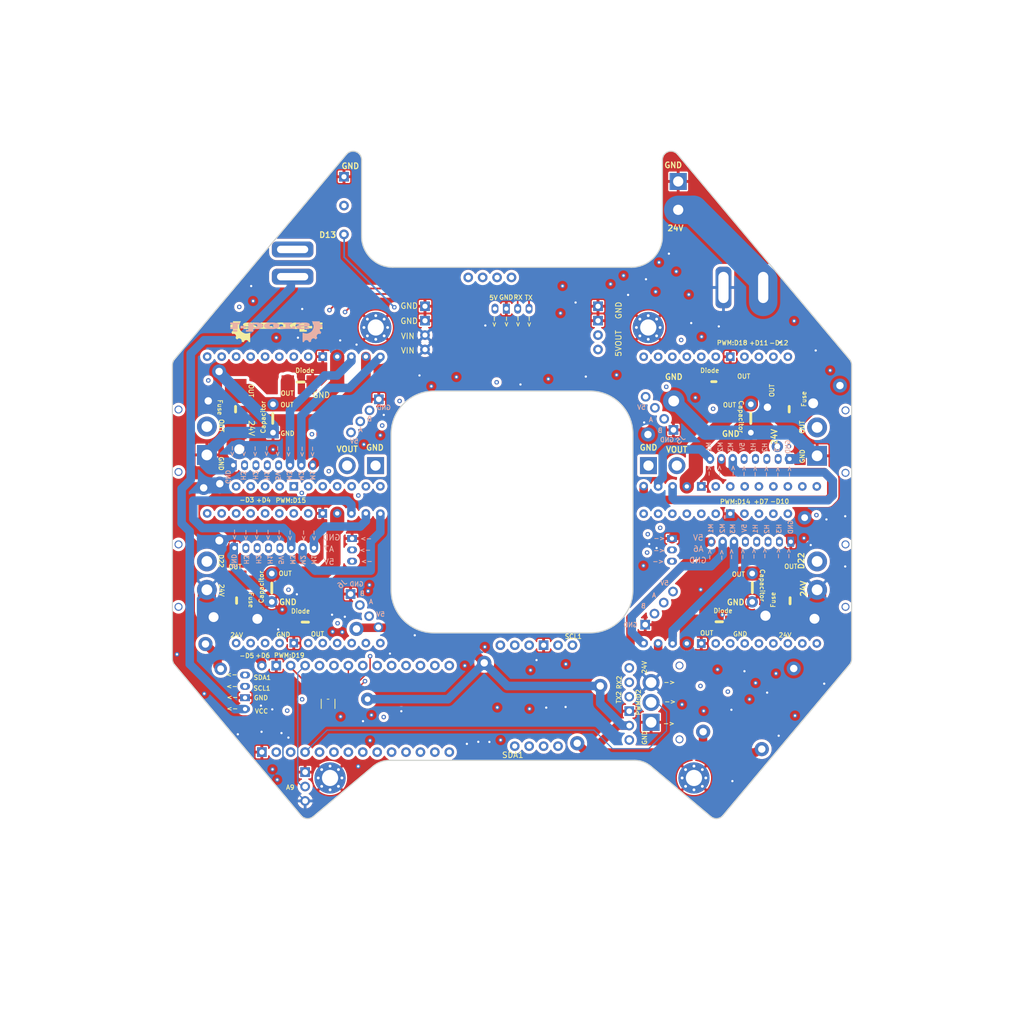
<source format=kicad_pcb>
(kicad_pcb (version 20240108) (generator "pcbnew") (generator_version "8.0")
  (layers (0 "F.Cu" signal) (1 "In1.Cu" signal) (2 "In2.Cu" signal) (31 "B.Cu" signal) (34 "B.Paste" user) (35 "F.Paste" user) (36 "B.SilkS" user "B.Silkscreen") (37 "F.SilkS" user "F.Silkscreen") (38 "B.Mask" user) (39 "F.Mask" user) (44 "Edge.Cuts" user))
  (net 0 "")
  (net 1 "RX")
  (net 2 "TX")
  (net 3 "GND")
  (net 4 "+5V")
  (net 5 "DribblerESC")
  (net 6 "A_VR")
  (net 7 "B_VR")
  (net 8 "A_VL")
  (net 9 "B_VL")
  (net 10 "B_HR")
  (net 11 "A_HL")
  (net 12 "B_HL")
  (net 13 "SDA")
  (net 14 "SCL")
  (net 15 "RX2")
  (net 16 "TX2")
  (net 17 "StartMicroSwitch")
  (net 18 "Batterystate")
  (net 19 "+24V")
  (net 20 "H3_VR")
  (net 21 "H2_VR")
  (net 22 "H1_VR")
  (net 23 "Phase3_VR")
  (net 24 "Phase2_VR")
  (net 25 "Phase1_VR")
  (net 26 "H3_VL")
  (net 27 "H2_VL")
  (net 28 "H1_VL")
  (net 29 "Phase3_VL")
  (net 30 "Phase2_VL")
  (net 31 "Phase1_Vl")
  (net 32 "H3_HR")
  (net 33 "H2_HR")
  (net 34 "H1_HR")
  (net 35 "Phase3_HR")
  (net 36 "Phase2_HR")
  (net 37 "H3_HL")
  (net 38 "H2_HL")
  (net 39 "H1_HL")
  (net 40 "Phase3_HL")
  (net 41 "Phase2_HL")
  (net 42 "Phase1_HL")
  (net 47 "CCW1")
  (net 48 "CW1")
  (net 49 "PWM1")
  (net 60 "CCW2")
  (net 61 "CW2")
  (net 62 "PWM2")
  (net 73 "CCW3")
  (net 74 "CW3")
  (net 75 "PWM3")
  (net 86 "CCW4")
  (net 87 "CW4")
  (net 88 "PWM4")
  (net 95 "IR1")
  (net 98 "Net-(D1-A1)")
  (net 99 "Net-(D2-A1)")
  (net 100 "Net-(D3-A1)")
  (net 101 "Net-(D4-A1)")
  (net 102 "VCC")
  (net 107 "A_HR")
  (net 108 "Phase1_HR")
  (net 109 "KickerPin1")
  (net 110 "KickerPin2")
  (net 111 "IR")
  (net 112 "IR2")
  (net 113 "3v")
  (net 114 "VBAT")
  (footprint "Connector_AMASS:AMASS_XT30PW-F_1x02_P2.50mm_Horizontal" (layer "F.Cu") (at 53.75 -12.4 -90)
    (property "Reference" "REF**" (hide yes))
    (property "Value" "AMASS_XT30PW-F_1x02_P2.50mm_Horizontal" (hide yes))
  )
  (footprint "FUSE:Fuse" (layer "F.Cu") (at -48.675 -18.125 -90)
    (property "Reference" "F3" (hide yes))
    (property "Value" "Fuse" (hide yes))
  )
  (footprint "Connector_AMASS:AMASS_XT30UPB-F_1x02_P5.0mm_Vertical" (layer "F.Cu") (at 29.04 -8.17 180)
    (property "Reference" "REF**" (hide yes))
    (property "Value" "AMASS_XT30UPB-F_1x02_P5.0mm_Vertical" (hide yes))
  )
  (footprint "Bohrloch:Loch" (layer "F.Cu") (at -24 -32.5)
    (property "Reference" "REF**" (hide yes))
    (property "Value" "Loch" (hide yes))
  )
  (footprint "FUSE:Fuse" (layer "F.Cu") (at 48.675 15.625 90)
    (property "Reference" "F4" (hide yes))
    (property "Value" "Fuse" (hide yes))
  )
  (footprint "Bohrloch:Loch" (layer "F.Cu") (at 32.053353 46.856451)
    (property "Reference" "REF**" (hide yes))
    (property "Value" "Loch" (hide yes))
  )
  (footprint "Connector_AMASS:AMASS_XT30PW-F_1x02_P2.50mm_Horizontal" (layer "F.Cu") (at 53.75 11.21 -90)
    (property "Reference" "REF**" (hide yes))
    (property "Value" "AMASS_XT30PW-F_1x02_P2.50mm_Horizontal" (hide yes))
  )
  (footprint "SMBJ33A:DIOM5436X244N" (layer "F.Cu") (at -39.5 -23)
    (property "Reference" "D2" (hide yes))
    (property "Value" "DIOM5436X244N" (hide yes))
  )
  (footprint "maxon:ESCON Module 242, 4-Q servo controller for DCEC motors, 26 A, 10-24 VDC" (layer "F.Cu") (at 21.694 -2.6 90)
    (property "Reference" "Maxon_motortreiber4" (hide yes))
    (property "Value" "~" (hide yes))
  )
  (footprint "Bohrloch:Loch" (layer "F.Cu") (at -32.053353 46.856451)
    (property "Reference" "REF**" (hide yes))
    (property "Value" "Loch" (hide yes))
  )
  (footprint "Connector_AMASS:AMASS_MR30PW-FB_1x03_P3.50mm_Horizontal" (layer "F.Cu") (at 24.5 33.55 -90)
    (property "Reference" "J19" (hide yes))
    (property "Value" "xt30" (hide yes))
  )
  (footprint "Kondensator36v:Kondensator36v" (layer "F.Cu") (at 42.075 -18.975 -90)
    (property "Reference" "C2" (hide yes))
    (property "Value" "C_Polarized" (hide yes))
  )
  (footprint "Kondensator36v:Kondensator36v" (layer "F.Cu") (at -42.3164 10.8403 -90)
    (property "Reference" "C4" (hide yes))
    (property "Value" "C_Polarized" (hide yes))
  )
  (footprint "maxon:ESCON Module 242, 4-Q servo controller for DCEC motors, 26 A, 10-24 VDC" (layer "F.Cu") (at -21.694 -1.65 -90)
    (property "Reference" "Maxon_motortreiber1" (hide yes))
    (property "Value" "~" (hide yes))
  )
  (footprint "FUSE:Fuse" (layer "F.Cu") (at 48.675 -18.125 90)
    (property "Reference" "F2" (hide yes))
    (property "Value" "Fuse" (hide yes))
  )
  (footprint "Kondensator36v:Kondensator36v" (layer "F.Cu") (at -42.1 -18.975 -90)
    (property "Reference" "C2" (hide yes))
    (property "Value" "C_Polarized" (hide yes))
  )
  (footprint "Connector_AMASS:AMASS_XT30UPB-M_1x02_P5.0mm_Vertical" (layer "F.Cu") (at 29.275 -58.225 -90)
    (property "Reference" "J22" (hide yes))
    (property "Value" "xt30 m" (hide yes))
  )
  (footprint "Bohrloch:Loch" (layer "F.Cu") (at 24 -32.5)
    (property "Reference" "REF**" (hide yes))
    (property "Value" "Loch" (hide yes))
  )
  (footprint "SMBJ33A:DIOM5436X244N" (layer "F.Cu") (at -34.2364 19.475 180)
    (property "Reference" "D4" (hide yes))
    (property "Value" "DIOM5436X244N" (hide yes))
  )
  (footprint "Kondensator36v:Kondensator36v" (layer "F.Cu") (at 42.3164 10.8403 -90)
    (property "Reference" "C1" (hide yes))
    (property "Value" "C_Polarized" (hide yes))
  )
  (footprint "SMBJ33A:DIOM5436X244N" (layer "F.Cu") (at 37.85 -23 180)
    (property "Reference" "D3" (hide yes))
    (property "Value" "DIOM5436X244N" (hide yes))
  )
  (footprint "schalter:RND 210-00545 Schalter 3A" (layer "F.Cu") (at -49.65 -38.65 90)
    (property "Reference" "Teensy_Schalter1" (hide yes))
    (property "Value" "Schalter" (hide yes))
  )
  (footprint "Connector_AMASS:AMASS_XT30PW-F_1x02_P2.50mm_Horizontal" (layer "F.Cu") (at -53.75 -12.55 90)
    (property "Reference" "REF**" (hide yes))
    (property "Value" "AMASS_XT30PW-F_1x02_P2.50mm_Horizontal" (hide yes))
  )
  (footprint "maxon:ESCON Module 242, 4-Q servo controller for DCEC motors, 26 A, 10-24 VDC" (layer "F.Cu") (at -21.694 -29.27 -90)
    (property "Reference" "Maxon_motortreiber3" (hide yes))
    (property "Value" "~" (hide yes))
  )
  (footprint "maxon:ESCON Module 242, 4-Q servo controller for DCEC motors, 26 A, 10-24 VDC" (layer "F.Cu") (at 21.694 25.0595 90)
    (property "Reference" "Maxon_motortreiber2" (hide yes))
    (property "Value" "~" (hide yes))
  )
  (footprint "Connector_PinHeader_2.54mm:PinHeader_1x03_P2.54mm_Vertical" (layer "F.Cu") (at -36.444 45.826)
    (property "Reference" "J10" (hide yes))
    (property "Value" "Stromsensor" (hide yes))
  )
  (footprint "FUSE:Fuse" (layer "F.Cu") (at -48.675 15.625 90)
    (property "Reference" "F5" (hide yes))
    (property "Value" "Fuse" (hide yes))
  )
  (footprint "SN74LVC1G32IDCKREP:SN74LVC1G32IDCKREP" (layer "F.Cu") (at -32.4 33.8 90)
    (property "Reference" "REF**" (hide yes))
    (property "Value" "DCK5" (hide yes))
  )
  (footprint "Connector_JST:JST_PH_S4B-PH-K_1x04_P2.00mm_Horizontal" (layer "F.Cu") (at -47.03 28.72 -90)
    (property "Reference" "J7" (hide yes))
    (property "Value" "PI" (hide yes))
  )
  (footprint "taster:taster klein 1A" (layer "F.Cu") (at -29.6 -48.9 90)
    (property "Reference" "J9" (hide yes))
    (property "Value" "Taster" (hide yes))
  )
  (footprint "Connector_AMASS:AMASS_XT30PW-F_1x02_P2.50mm_Horizontal" (layer "F.Cu") (at -53.75 11.21 90)
    (property "Reference" "REF**" (hide yes))
    (property "Value" "AMASS_XT30PW-F_1x02_P2.50mm_Horizontal" (hide yes))
  )
  (footprint "Connector_JST:JST_PH_S4B-PH-K_1x04_P2.00mm_Horizontal" (layer "F.Cu") (at -3 -35.812)
    (property "Reference" "J1" (hide yes))
    (property "Value" "Lidar" (hide yes))
  )
  (footprint "xt30:teensy,4,0" (layer "F.Cu") (at -46.04 43.57 90)
    (property "Reference" "U4" (hide yes))
    (property "Value" "DEV-15583" (hide yes))
  )
  (footprint "schalter:RND 210-00545 Schalter 3A" (layer "F.Cu") (at 44.25 -36.05 180)
    (property "Reference" "Teensy_Schalter1" (hide yes))
    (property "Value" "Schalter" (hide yes))
  )
  (footprint "Stepdown:Stepdown 5v" (layer "F.Cu") (at -20.41 -42.59)
    (property "Reference" "DCC1" (hide yes))
    (property "Value" "DCConverter-Componenten" (hide yes))
  )
  (footprint "Connector_PinHeader_2.54mm:PinHeader_1x06_P2.54mm_Vertical" (layer "F.Cu") (at 20.656 27.468)
    (property "Reference" "J8" (hide yes))
    (property "Value" "Conn_01x06_Socket" (hide yes))
  )
  (footprint "bno055:bno055" (layer "F.Cu") (at 17.63 39.98 180)
    (property "Reference" "U1" (hide yes))
    (property "Value" "BNO055" (hide yes))
  )
  (footprint "SMBJ33A:DIOM5436X244N" (layer "F.Cu") (at 34.2364 19.3226)
    (property "Reference" "D1" (hide yes))
    (property "Value" "DIOM5436X244N" (hide yes))
  )
  (footprint "Connector_AMASS:AMASS_XT30UPB-F_1x02_P5.0mm_Vertical" (layer "F.Cu") (at -29.04 -8.17)
    (property "Reference" "REF**" (hide yes))
    (property "Value" "AMASS_XT30UPB-F_1x02_P5.0mm_Vertical" (hide yes))
  )
  (footprint "pinheader:PinHeader_1x04_P2.54mm_Vertical" (layer "B.Cu") (at -23.541079 20.295512 40)
    (property "Reference" "J6")
    (property "Value" "Encoder4" (hide yes))
  )
  (footprint "pinheader:PinHeader_1x04_P2.54mm_Vertical" (layer "B.Cu") (at 23.467126 19.851787 -40)
    (property "Reference" "J3" (hide yes))
    (property "Value" "Encoder1" (hide yes))
  )
  (footprint "jstph:JSTph_motor" (layer "B.Cu") (at -33.05 -11.15 180)
    (property "Reference" "J16" (hide yes))
    (property "Value" "Motor2" (hide yes))
  )
  (footprint "jstph:JSTph_motor" (layer "B.Cu") (at 33.05 8.15)
    (property "Reference" "J15" (hide yes))
    (property "Value" "Motor1" (hide yes))
  )
  (footprint "pinheader:PinHeader_1x04_P2.54mm_Vertical" (layer "B.Cu") (at -23.467126 -19.851787 140)
    (property "Reference" "J4" (hide yes))
    (property "Value" "Encoder2" (hide yes))
  )
  (footprint "jstph:JSTphl_motor" (layer "B.Cu") (at 50.95 -11.15 180)
    (property "Reference" "J17" (hide yes))
    (property "Value" "Motor3" (hide yes))
  )
  (footprint "jstph:JSTphl_motor" (layer "B.Cu") (at -50.95 8.15)
    (property "Reference" "J18" (hide yes))
    (property "Value" "Motor4" (hide yes))
  )
  (footprint "pinheader:PinHeader_1x04_P2.54mm_Vertical" (layer "B.Cu") (at 23.541079 -20.295512 -140)
    (property "Reference" "J5")
    (property "Value" "Encoder3" (hide yes))
  )
  (footprint "Connector_JST:JST_PH_B3B-PH-K_1x03_P2.00mm_Vertical" (layer "B.Cu") (at 28.173 4.673 -90)
    (property "Reference" "J11" (hide yes))
    (property "Value" "IR2" (hide yes))
  )
  (footprint "Connector_JST:JST_PH_B3B-PH-K_1x03_P2.00mm_Vertical" (layer "B.Cu") (at -28.173 4.673 -90)
    (property "Reference" "J11" (hide yes))
    (property "Value" "IR2" (hide yes))
  )
  (gr_poly (pts (xy -46.991945 -32.341264) (xy -46.990573 -32.341358) (xy -46.989199 -32.341514) (xy -46.987827 -32.341732) (xy -46.98646 -32.342014) (xy -46.985101 -32.342358) (xy -46.983753 -32.342767) (xy -46.982419 -32.343238) (xy -46.981103 -32.343774) (xy -46.979807 -32.344374) (xy -46.978535 -32.345039) (xy -46.97729 -32.345768) (xy -46.976075 -32.346562) (xy -46.974894 -32.347421) (xy -46.973748 -32.348346) (xy -46.972642 -32.349336) (xy -46.971579 -32.350393) (xy -46.970561 -32.351515) (xy -46.969592 -32.352704) (xy -46.968676 -32.353959) (xy -46.967814 -32.355281) (xy -46.967012 -32.35667) (xy -46.96627 -32.358127) (xy -46.965593 -32.359651) (xy -46.964984 -32.361243) (xy -46.964446 -32.362903) (xy -46.963983 -32.364631) (xy -46.963596 -32.366428) (xy -46.96329 -32.368294) (xy -46.963067 -32.370229) (xy -46.962931 -32.372233) (xy -46.962885 -32.374306) (xy -46.962885 -32.756629) (xy -46.962924 -32.758211) (xy -46.963042 -32.759731) (xy -46.963239 -32.76119) (xy -46.963516 -32.76259) (xy -46.963875 -32.763931) (xy -46.964316 -32.765213) (xy -46.96484 -32.766438) (xy -46.965449 -32.767605) (xy -46.966143 -32.768717) (xy -46.966923 -32.769773) (xy -46.96779 -32.770774) (xy -46.968746 -32.771721) (xy -46.96979 -32.772615) (xy -46.970925 -32.773457) (xy -46.972151 -32.774246) (xy -46.973469 -32.774985) (xy -46.97488 -32.775673) (xy -46.976385 -32.776311) (xy -46.977985 -32.776901) (xy -46.97968 -32.777442) (xy -46.981473 -32.777936) (xy -46.983364 -32.778383) (xy -46.985353 -32.778784) (xy -46.987442 -32.77914) (xy -46.989632 -32.779451) (xy -46.991924 -32.779718) (xy -46.994318 -32.779942) (xy -46.996816 -32.780124) (xy -47.002127 -32.780363) (xy -47.007865 -32.780442) (xy -47.802938 -32.780442) (xy -47.804899 -32.780403) (xy -47.806812 -32.780287) (xy -47.808677 -32.780093) (xy -47.810493 -32.779822) (xy -47.812258 -32.779473) (xy -47.813972 -32.779047) (xy -47.815633 -32.778543) (xy -47.817242 -32.777961) (xy -47.818796 -32.777302) (xy -47.820294 -32.776566) (xy -47.821737 -32.775752) (xy -47.823122 -32.774861) (xy -47.82445 -32.773892) (xy -47.825718 -32.772845) (xy -47.826926 -32.771721) (xy -47.828073 -32.77052) (xy -47.829158 -32.769241) (xy -47.83018 -32.767884) (xy -47.831138 -32.76645) (xy -47.832031 -32.764939) (xy -47.832859 -32.76335) (xy -47.833619 -32.761683) (xy -47.834312 -32.759939) (xy -47.834936 -32.758117) (xy -47.83549 -32.756218) (xy -47.835973 -32.754242) (xy -47.836385 -32.752188) (xy -47.836724 -32.750056) (xy -47.836989 -32.747847) (xy -47.83718 -32.74556) (xy -47.837295 -32.743196) (xy -47.837333 -32.740754) (xy -47.837333 -32.365046) (xy -47.837291 -32.363814) (xy -47.837164 -32.362599) (xy -47.836953 -32.361402) (xy -47.836659 -32.360225) (xy -47.836283 -32.359069) (xy -47.835825 -32.357936) (xy -47.835286 -32.356827) (xy -47.834667 -32.355744) (xy -47.833968 -32.354688) (xy -47.833191 -32.353661) (xy -47.832336 -32.352664) (xy -47.831404 -32.351698) (xy -47.830395 -32.350765) (xy -47.82931 -32.349867) (xy -47.82815 -32.349004) (xy -47.826915 -32.348179) (xy -47.825608 -32.347392) (xy -47.824227 -32.346646) (xy -47.822774 -32.345941) (xy -47.821249 -32.34528) (xy -47.819654 -32.344663) (xy -47.817989 -32.344092) (xy -47.816254 -32.343568) (xy -47.814451 -32.343094) (xy -47.81258 -32.34267) (xy -47.810642 -32.342297) (xy -47.808638 -32.341978) (xy -47.806568 -32.341714) (xy -47.804433 -32.341506) (xy -47.802234 -32.341355) (xy -47.799971 -32.341264) (xy -47.797646 -32.341233) (xy -46.993313 -32.341233)) (stroke (width -0.000001)) (fill solid) (layer "B.SilkS"))
  (gr_poly (pts (xy -48.429584 -31.752645) (xy -48.42537 -31.75298) (xy -48.421342 -31.753547) (xy -48.417515 -31.754355) (xy -48.413905 -31.75541) (xy -48.412187 -31.756033) (xy -48.410528 -31.756721) (xy -48.408932 -31.757475) (xy -48.407399 -31.758296) (xy -48.405933 -31.759185) (xy -48.404534 -31.760142) (xy -48.403205 -31.76117) (xy -48.401947 -31.762268) (xy -48.400764 -31.763437) (xy -48.399655 -31.764679) (xy -48.398625 -31.765995) (xy -48.397674 -31.767386) (xy -48.396804 -31.768852) (xy -48.396017 -31.770395) (xy -48.395316 -31.772015) (xy -48.394702 -31.773714) (xy -48.394177 -31.775492) (xy -48.393744 -31.777351) (xy -48.393403 -31.779291) (xy -48.393157 -31.781313) (xy -48.393008 -31.783418) (xy -48.392958 -31.785608) (xy -48.392958 -32.084588) (xy -48.393067 -32.08708) (xy -48.393397 -32.08958) (xy -48.393647 -32.090825) (xy -48.393952 -32.092064) (xy -48.394315 -32.093293) (xy -48.394736 -32.09451) (xy -48.395215 -32.095711) (xy -48.395752 -32.096893) (xy -48.396348 -32.098055) (xy -48.397004 -32.099192) (xy -48.397721 -32.100302) (xy -48.398497 -32.101381) (xy -48.399335 -32.102428) (xy -48.400234 -32.103439) (xy -48.401196 -32.104412) (xy -48.402219 -32.105342) (xy -48.403306 -32.106228) (xy -48.404456 -32.107067) (xy -48.40567 -32.107855) (xy -48.406949 -32.10859) (xy -48.408292 -32.109269) (xy -48.409701 -32.109889) (xy -48.411176 -32.110446) (xy -48.412717 -32.110939) (xy -48.414325 -32.111364) (xy -48.416001 -32.111718) (xy -48.417744 -32.111998) (xy -48.419555 -32.112202) (xy -48.421436 -32.112327) (xy -48.423385 -32.112369) (xy -49.117917 -32.112369) (xy -49.121063 -32.112336) (xy -49.124048 -32.112227) (xy -49.126867 -32.112029) (xy -49.129513 -32.111728) (xy -49.131981 -32.111311) (xy -49.134264 -32.110765) (xy -49.136358 -32.110074) (xy -49.137332 -32.109671) (xy -49.138256 -32.109227) (xy -49.13913 -32.10874) (xy -49.139953 -32.108209) (xy -49.140724 -32.107632) (xy -49.141442 -32.107008) (xy -49.142107 -32.106333) (xy -49.142718 -32.105608) (xy -49.143275 -32.10483) (xy -49.143775 -32.103997) (xy -49.14422 -32.103109) (xy -49.144608 -32.102162) (xy -49.144938 -32.101156) (xy -49.145209 -32.100088) (xy -49.145422 -32.098958) (xy -49.145575 -32.097762) (xy -49.145667 -32.096501) (xy -49.145698 -32.095171) (xy -49.145698 -31.77238) (xy -49.145667 -31.771508) (xy -49.145574 -31.770631) (xy -49.14542 -31.76975) (xy -49.145204 -31.768868) (xy -49.144928 -31.767987) (xy -49.14459 -31.76711) (xy -49.144192 -31.766237) (xy -49.143734 -31.765372) (xy -49.143216 -31.764517) (xy -49.142638 -31.763674) (xy -49.142 -31.762844) (xy -49.141303 -31.762031) (xy -49.140547 -31.761237) (xy -49.139731 -31.760463) (xy -49.138858 -31.759711) (xy -49.137926 -31.758985) (xy -49.136935 -31.758286) (xy -49.135887 -31.757616) (xy -49.134782 -31.756977) (xy -49.133618 -31.756373) (xy -49.132398 -31.755804) (xy -49.131121 -31.755273) (xy -49.129787 -31.754782) (xy -49.128397 -31.754334) (xy -49.12695 -31.75393) (xy -49.125447 -31.753573) (xy -49.123889 -31.753265) (xy -49.122275 -31.753009) (xy -49.120607 -31.752805) (xy -49.118883 -31.752657) (xy -49.117104 -31.752566) (xy -49.115271 -31.752536) (xy -48.433969 -31.752536)) (stroke (width -0.000001)) (fill solid) (layer "B.SilkS"))
  (gr_poly (pts (xy -36.699408 -29.913351) (xy -36.694766 -29.913584) (xy -36.690292 -29.914038) (xy -36.685979 -29.914717) (xy -36.681823 -29.915624) (xy -36.677815 -29.916764) (xy -36.67395 -29.918141) (xy -36.670222 -29.919758) (xy -36.666624 -29.921619) (xy -36.663151 -29.923728) (xy -36.659795 -29.926089) (xy -36.65655 -29.928706) (xy -36.653411 -29.931582) (xy -36.65037 -29.934722) (xy -36.647422 -29.938129) (xy -36.64456 -29.941808) (xy -36.641778 -29.945762) (xy -36.63907 -29.949995) (xy -36.636429 -29.954511) (xy -36.631325 -29.964407) (xy -36.626413 -29.975481) (xy -36.621646 -29.987765) (xy -36.617055 -30.000059) (xy -36.612207 -30.01214) (xy -36.607091 -30.024012) (xy -36.601699 -30.035679) (xy -36.596019 -30.047144) (xy -36.590043 -30.058411) (xy -36.583761 -30.069485) (xy -36.577163 -30.080369) (xy -36.570239 -30.091066) (xy -36.56298 -30.101582) (xy -36.555376 -30.111919) (xy -36.547418 -30.122082) (xy -36.539095 -30.132074) (xy -36.530398 -30.1419) (xy -36.521318 -30.151563) (xy -36.511844 -30.161067) (xy -36.493753 -30.177925) (xy -36.475202 -30.193302) (xy -36.456199 -30.207238) (xy -36.436747 -30.219771) (xy -36.416854 -30.23094) (xy -36.396525 -30.240783) (xy -36.375766 -30.249339) (xy -36.354582 -30.256647) (xy -36.332979 -30.262746) (xy -36.310964 -30.267675) (xy -36.288542 -30.271472) (xy -36.265719 -30.274176) (xy -36.2425 -30.275826) (xy -36.218892 -30.27646) (xy -36.1949 -30.276118) (xy -36.17053 -30.274837) (xy -36.153991 -30.273377) (xy -36.137618 -30.271466) (xy -36.121423 -30.269085) (xy -36.105418 -30.266218) (xy -36.089615 -30.262847) (xy -36.074024 -30.258955) (xy -36.058659 -30.254524) (xy -36.04353 -30.249537) (xy -36.028649 -30.243976) (xy -36.014028 -30.237824) (xy -35.999678 -30.231064) (xy -35.985611 -30.223678) (xy -35.971838 -30.215648) (xy -35.958372 -30.206958) (xy -35.945224 -30.197589) (xy -35.932405 -30.187525) (xy -35.925566 -30.181668) (xy -35.918933 -30.175523) (xy -35.912493 -30.16911) (xy -35.906236 -30.162452) (xy -35.900149 -30.155568) (xy -35.894221 -30.148481) (xy -35.88844 -30.141212) (xy -35.882795 -30.133782) (xy -35.877275 -30.126212) (xy -35.871866 -30.118524) (xy -35.86134 -30.102879) (xy -35.851123 -30.087017) (xy -35.841124 -30.071108) (xy -35.837756 -30.065343) (xy -35.834587 -30.059463) (xy -35.831595 -30.053479) (xy -35.828763 -30.047399) (xy -35.82607 -30.041235) (xy -35.823497 -30.034994) (xy -35.818635 -30.022326) (xy -35.809499 -29.996508) (xy -35.804915 -29.983514) (xy -35.800114 -29.970567) (xy -35.796604 -29.962067) (xy -35.794812 -29.958136) (xy -35.79299 -29.954413) (xy -35.791133 -29.950895) (xy -35.789234 -29.94758) (xy -35.787289 -29.944464) (xy -35.785293 -29.941545) (xy -35.783241 -29.93882) (xy -35.781128 -29.936286) (xy -35.778948 -29.93394) (xy -35.776697 -29.931778) (xy -35.774369 -29.929799) (xy -35.771959 -29.928) (xy -35.769463 -29.926376) (xy -35.766875 -29.924926) (xy -35.764191 -29.923647) (xy -35.761404 -29.922535) (xy -35.75851 -29.921588) (xy -35.755504 -29.920802) (xy -35.752381 -29.920176) (xy -35.749135 -29.919706) (xy -35.745762 -29.919388) (xy -35.742256 -29.919221) (xy -35.738613 -29.919201) (xy -35.734827 -29.919326) (xy -35.730894 -29.919592) (xy -35.726807 -29.919996) (xy -35.718156 -29.921209) (xy -35.708832 -29.922942) (xy -35.685019 -29.92768) (xy -35.661207 -29.932078) (xy -35.613582 -29.94047) (xy -35.58977 -29.944775) (xy -35.565957 -29.949359) (xy -35.542144 -29.954376) (xy -35.518332 -29.959983) (xy -35.499508 -29.964749) (xy -35.482218 -29.969706) (xy -35.466442 -29.974985) (xy -35.452165 -29.980716) (xy -35.445583 -29.983791) (xy -35.439368 -29.987028) (xy -35.43352 -29.990443) (xy -35.428035 -29.994051) (xy -35.422911 -29.99787) (xy -35.418147 -30.001915) (xy -35.413739 -30.006203) (xy -35.409687 -30.01075) (xy -35.405987 -30.015573) (xy -35.402638 -30.020686) (xy -35.399637 -30.026107) (xy -35.396982 -30.031852) (xy -35.394672 -30.037938) (xy -35.392703 -30.044379) (xy -35.391073 -30.051193) (xy -35.389782 -30.058396) (xy -35.388825 -30.066004) (xy -35.388201 -30.074033) (xy -35.387909 -30.0825) (xy -35.387945 -30.09142) (xy -35.388307 -30.10081) (xy -35.388994 -30.110686) (xy -35.391333 -30.131963) (xy -35.393434 -30.152058) (xy -35.394314 -30.171676) (xy -35.394024 -30.190837) (xy -35.392614 -30.20956) (xy -35.390134 -30.227864) (xy -35.386635 -30.24577) (xy -35.382167 -30.263295) (xy -35.37678 -30.28046) (xy -35.370525 -30.297284) (xy -35.363452 -30.313786) (xy -35.355613 -30.329986) (xy -35.347055 -30.345903) (xy -35.337832 -30.361556) (xy -35.327992 -30.376966) (xy -35.317586 -30.39215) (xy -35.306665 -30.407129) (xy -35.295504 -30.421194) (xy -35.283858 -30.434626) (xy -35.271734 -30.447447) (xy -35.259143 -30.459674) (xy -35.246095 -30.471328) (xy -35.2326 -30.482427) (xy -35.218666 -30.492992) (xy -35.204304 -30.503041) (xy -35.189524 -30.512594) (xy -35.174335 -30.52167) (xy -35.158746 -30.530289) (xy -35.142768 -30.53847) (xy -35.12641 -30.546233) (xy -35.109683 -30.553596) (xy -35.092594 -30.560579) (xy -35.075155 -30.567202) (xy -35.057621 -30.573099) (xy -35.040235 -30.577917) (xy -35.022993 -30.581693) (xy -35.005888 -30.584462) (xy -34.988916 -30.586263) (xy -34.972069 -30.587131) (xy -34.955342 -30.587104) (xy -34.93873 -30.586219) (xy -34.922226 -30.584512) (xy -34.905825 -30.58202) (xy -34.88952 -30.578781) (xy -34.873307 -30.57483) (xy -34.857179 -30.570204) (xy -34.84113 -30.564941) (xy -34.825155 -30.559078) (xy -34.809248 -30.55265) (xy -34.799884 -30.548206) (xy -34.790645 -30.543328) (xy -34.781529 -30.538046) (xy -34.772538 -30.532393) (xy -34.76367 -30.526398) (xy -34.754927 -30.520094) (xy -34.746307 -30.51351) (xy -34.737812 -30.506679) (xy -34.72944 -30.49963) (xy -34.721193 -30.492395) (xy -34.70507 -30.477492) (xy -34.689443 -30.462216) (xy -34.674312 -30.446817) (xy -34.663941 -30.436803) (xy -34.654101 -30.428094) (xy -34.649352 -30.424231) (xy -34.644703 -30.420696) (xy -34.640141 -30.41749) (xy -34.635657 -30.414612) (xy -34.631239 -30.412064) (xy -34.626876 -30.409845) (xy -34.622556 -30.407958) (xy -34.618268 -30.406401) (xy -34.614002 -30.405175) (xy -34.609746 -30.404281) (xy -34.605489 -30.40372) (xy -34.60122 -30.403491) (xy -34.596928 -30.403596) (xy -34.592601 -30.404034) (xy -34.588229 -30.404807) (xy -34.5838 -30.405915) (xy -34.579304 -30.407358) (xy -34.574728 -30.409136) (xy -34.570062 -30.411251) (xy -34.565295 -30.413702) (xy -34.560416 -30.416491) (xy -34.555413 -30.419618) (xy -34.550275 -30.423082) (xy -34.544992 -30.426885) (xy -34.533943 -30.435509) (xy -34.522177 -30.445494) (xy -34.503093 -30.462183) (xy -34.483605 -30.478546) (xy -34.463808 -30.49463) (xy -34.443794 -30.510482) (xy -34.363426 -30.572494) (xy -34.358105 -30.57673) (xy -34.353056 -30.581005) (xy -34.348281 -30.585319) (xy -34.343781 -30.589671) (xy -34.339558 -30.594062) (xy -34.335611 -30.598492) (xy -34.331943 -30.602961) (xy -34.328555 -30.607468) (xy -34.325448 -30.612015) (xy -34.322623 -30.6166) (xy -34.320081 -30.621223) (xy -34.317825 -30.625886) (xy -34.315853 -30.630587) (xy -34.314169 -30.635327) (xy -34.312774 -30.640106) (xy -34.311667 -30.644924) (xy -34.310852 -30.64978) (xy -34.310328 -30.654675) (xy -34.310097 -30.659609) (xy -34.310161 -30.664581) (xy -34.31052 -30.669593) (xy -34.311176 -30.674643) (xy -34.31213 -30.679731) (xy -34.313383 -30.684859) (xy -34.314937 -30.690025) (xy -34.316792 -30.69523) (xy -34.318949 -30.700474) (xy -34.321411 -30.705757) (xy -34.324178 -30.711078) (xy -34.327252 -30.716438) (xy -34.330633 -30.721837) (xy -34.334323 -30.727275) (xy -34.344346 -30.742265) (xy -34.353582 -30.757693) (xy -34.362033 -30.773525) (xy -34.369703 -30.789729) (xy -34.376595 -30.806268) (xy -34.382712 -30.823109) (xy -34.388058 -30.840219) (xy -34.392635 -30.857562) (xy -34.399495 -30.892812) (xy -34.403319 -30.928588) (xy -34.404131 -30.964616) (xy -34.401957 -31.000623) (xy -34.396822 -31.036335) (xy -34.388751 -31.071479) (xy -34.37777 -31.105782) (xy -34.363903 -31.138971) (xy -34.355895 -31.155062) (xy -34.347175 -31.170772) (xy -34.337747 -31.186067) (xy -34.327613 -31.200913) (xy -34.316777 -31.215275) (xy -34.305241 -31.229119) (xy -34.293009 -31.242412) (xy -34.280084 -31.255119) (xy -34.257383 -31.275378) (xy -34.23441 -31.293979) (xy -34.211137 -31.310906) (xy -34.187542 -31.326143) (xy -34.163597 -31.339674) (xy -34.139278 -31.351485) (xy -34.11456 -31.361559) (xy -34.089418 -31.369882) (xy -34.063826 -31.376437) (xy -34.03776 -31.381209) (xy -34.011193 -31.384183) (xy -33.984102 -31.385343) (xy -33.95646 -31.384674) (xy -33.928242 -31.38216) (xy -33.899424 -31.377786) (xy -33.86998 -31.371535) (xy -33.861988 -31.369484) (xy -33.853918 -31.367277) (xy -33.845818 -31.364885) (xy -33.837733 -31.362275) (xy -33.82971 -31.359417) (xy -33.821796 -31.356281) (xy -33.817894 -31.354598) (xy -33.814036 -31.352834) (xy -33.810229 -31.350984) (xy -33.806479 -31.349046) (xy -33.803165 -31.347289) (xy -33.79992 -31.345738) (xy -33.796745 -31.344388) (xy -33.793637 -31.343235) (xy -33.790598 -31.342274) (xy -33.787626 -31.341503) (xy -33.78472 -31.340916) (xy -33.781881 -31.340509) (xy -33.779108 -31.340279) (xy -33.7764 -31.34022) (xy -33.773757 -31.34033) (xy -33.771179 -31.340604) (xy -33.768665 -31.341038) (xy -33.766214 -31.341628) (xy -33.763826 -31.342369) (xy -33.7615 -31.343258) (xy -33.759237 -31.34429) (xy -33.757035 -31.345462) (xy -33.754894 -31.346768) (xy -33.752813 -31.348206) (xy -33.750793 -31.349771) (xy -33.748832 -31.351458) (xy -33.746931 -31.353264) (xy -33.745088 -31.355185) (xy -33.741575 -31.359354) (xy -33.738292 -31.363931) (xy -33.735233 -31.368885) (xy -33.732396 -31.374181) (xy -33.696967 -31.442477) (xy -33.662281 -31.510772) (xy -33.628588 -31.579564) (xy -33.612191 -31.614301) (xy -33.596135 -31.649348) (xy -33.595584 -31.650761) (xy -33.595167 -31.652269) (xy -33.59488 -31.653866) (xy -33.594719 -31.655544) (xy -33.594677 -31.657298) (xy -33.594751 -31.65912) (xy -33.594935 -31.661006) (xy -33.595225 -31.662949) (xy -33.596102 -31.666979) (xy -33.597344 -31.67116) (xy -33.598911 -31.675442) (xy -33.600765 -31.679775) (xy -33.602867 -31.684107) (xy -33.605178 -31.688389) (xy -33.60766 -31.692571) (xy -33.610274 -31.696601) (xy -33.61298 -31.700429) (xy -33.615741 -31.704006) (xy -33.618517 -31.70728) (xy -33.621271 -31.710202) (xy -33.737687 -31.817358) (xy -33.757378 -31.838909) (xy -33.775283 -31.860901) (xy -33.791412 -31.883343) (xy -33.805777 -31.906242) (xy -33.818391 -31.929606) (xy -33.829264 -31.953443) (xy -33.838409 -31.977761) (xy -33.845837 -32.002567) (xy -33.851559 -32.027869) (xy -33.855588 -32.053675) (xy -33.857935 -32.079992) (xy -33.858611 -32.106829) (xy -33.857628 -32.134193) (xy -33.854998 -32.162092) (xy -33.850733 -32.190533) (xy -33.844844 -32.219525) (xy -33.841095 -32.234967) (xy -33.836805 -32.250042) (xy -33.831993 -32.264758) (xy -33.826674 -32.279118) (xy -33.820868 -32.29313) (xy -33.81459 -32.306799) (xy -33.807859 -32.32013) (xy -33.800692 -32.33313) (xy -33.793106 -32.345805) (xy -33.785119 -32.35816) (xy -33.776749 -32.370201) (xy -33.768012 -32.381934) (xy -33.758926 -32.393364) (xy -33.74951 -32.404498) (xy -33.739779 -32.415342) (xy -33.729751 -32.4259) (xy -33.717322 -32.437933) (xy -33.70436 -32.449237) (xy -33.69089 -32.459828) (xy -33.676937 -32.469722) (xy -33.662528 -32.478933) (xy -33.647686 -32.487478) (xy -33.632437 -32.495371) (xy -33.616807 -32.502629) (xy -33.600819 -32.509267) (xy -33.584501 -32.5153) (xy -33.567876 -32.520744) (xy -33.550971 -32.525615) (xy -33.533809 -32.529927) (xy -33.516417 -32.533697) (xy -33.49882 -32.53694) (xy -33.481042 -32.539671) (xy -33.475936 -32.540231) (xy -33.470578 -32.540493) (xy -33.459338 -32.540539) (xy -33.447788 -32.540648) (xy -33.442042 -32.540987) (xy -33.436393 -32.541655) (xy -33.430899 -32.542758) (xy -33.428229 -32.543505) (xy -33.425619 -32.544399) (xy -33.423077 -32.545455) (xy -33.420609 -32.546684) (xy -33.418225 -32.5481) (xy -33.41593 -32.549717) (xy -33.413731 -32.551546) (xy -33.411637 -32.553602) (xy -33.409655 -32.555897) (xy -33.407791 -32.558445) (xy -33.406053 -32.561258) (xy -33.404448 -32.56435) (xy -33.402984 -32.567733) (xy -33.401668 -32.571421) (xy -33.400355 -32.575142) (xy -33.398916 -32.578865) (xy -33.395776 -32.586324) (xy -33.392482 -32.593815) (xy -33.389265 -32.601352) (xy -33.387758 -32.605143) (xy -33.386358 -32.608951) (xy -33.385094 -32.612779) (xy -33.383994 -32.616627) (xy -33.383088 -32.6205) (xy -33.382405 -32.624397) (xy -33.381974 -32.628322) (xy -33.381823 -32.632275) (xy -33.381286 -32.696974) (xy -33.381493 -32.761921) (xy -33.383146 -32.891567) (xy -33.383277 -32.898822) (xy -33.383697 -32.905708) (xy -33.384446 -32.912225) (xy -33.385565 -32.918376) (xy -33.386276 -32.921315) (xy -33.387095 -32.924163) (xy -33.388027 -32.926921) (xy -33.389076 -32.929588) (xy -33.390249 -32.932165) (xy -33.39155 -32.934652) (xy -33.392984 -32.937049) (xy -33.394557 -32.939357) (xy -33.396272 -32.941576) (xy -33.398137 -32.943706) (xy -33.400155 -32.945747) (xy -33.402331 -32.9477) (xy -33.404672 -32.949565) (xy -33.407181 -32.951342) (xy -33.409864 -32.953031) (xy -33.412726 -32.954632) (xy -33.415772 -32.956147) (xy -33.419007 -32.957574) (xy -33.422437 -32.958915) (xy -33.426066 -32.96017) (xy -33.429899 -32.961338) (xy -33.433942 -32.96242) (xy -33.4382 -32.963416) (xy -33.442677 -32.964327) (xy -33.501567 -32.975758) (xy -33.531113 -32.981698) (xy -33.560582 -32.988305) (xy -33.589864 -32.995966) (xy -33.604401 -33.000313) (xy -33.618852 -33.005069) (xy -33.633201 -33.010282) (xy -33.647436 -33.016001) (xy -33.661544 -33.022274) (xy -33.675509 -33.02915) (xy -33.689455 -33.036633) (xy -33.702555 -33.044676) (xy -33.714859 -33.05325) (xy -33.726422 -33.062326) (xy -33.737294 -33.071875) (xy -33.747529 -33.081868) (xy -33.757178 -33.092275) (xy -33.766295 -33.103068) (xy -33.774931 -33.114217) (xy -33.783139 -33.125694) (xy -33.790971 -33.13747) (xy -33.798479 -33.149515) (xy -33.805716 -33.1618) (xy -33.812734 -33.174296) (xy -33.826323 -33.199806) (xy -33.829676 -33.206811) (xy -33.832806 -33.213927) (xy -33.835738 -33.221139) (xy -33.838498 -33.228435) (xy -33.843601 -33.243222) (xy -33.848316 -33.25818) (xy -33.85739 -33.288173) (xy -33.862152 -33.302991) (xy -33.867332 -33.317545) (xy -33.872415 -33.331871) (xy -33.876301 -33.346081) (xy -33.879068 -33.360182) (xy -33.88079 -33.374183) (xy -33.881543 -33.38809) (xy -33.881402 -33.401913) (xy -33.880444 -33.415657) (xy -33.878743 -33.429332) (xy -33.876376 -33.442945) (xy -33.873418 -33.456504) (xy -33.869944 -33.470016) (xy -33.866031 -33.483489) (xy -33.857186 -33.510351) (xy -33.84749 -33.53715) (xy -33.845066 -33.543664) (xy -33.842735 -33.550317) (xy -33.840467 -33.557125) (xy -33.838229 -33.564104) (xy -33.828969 -33.594035) (xy -35.252426 -33.594035) (xy -35.253855 -33.590741) (xy -35.255176 -33.587772) (xy -35.257554 -33.582625) (xy -35.259684 -33.578222) (xy -35.26169 -33.574192) (xy -35.220182 -33.503581) (xy -35.209534 -33.48589) (xy -35.198623 -33.468338) (xy -35.18737 -33.451003) (xy -35.175699 -33.433962) (xy -35.162755 -33.415747) (xy -35.15022 -33.397314) (xy -35.138099 -33.378664) (xy -35.126399 -33.359797) (xy -35.115126 -33.340713) (xy -35.104284 -33.321411) (xy -35.093881 -33.301893) (xy -35.083921 -33.282158) (xy -35.074411 -33.262206) (xy -35.065357 -33.242036) (xy -35.056763 -33.22165) (xy -35.048637 -33.201047) (xy -35.040983 -33.180226) (xy -35.033808 -33.159189) (xy -35.027118 -33.137934) (xy -35.020918 -33.116462) (xy -35.010735 -33.077488) (xy -35.001524 -33.038454) (xy -34.993298 -32.999362) (xy -34.986068 -32.960214) (xy -34.979845 -32.921011) (xy -34.974642 -32.881756) (xy -34.97047 -32.84245) (xy -34.96734 -32.803097) (xy -34.965265 -32.763696) (xy -34.964255 -32.724251) (xy -34.964323 -32.684764) (xy -34.96548 -32.645235) (xy -34.967738 -32.605668) (xy -34.971108 -32.566065) (xy -34.975602 -32.526426) (xy -34.981231 -32.486754) (xy -34.986125 -32.458863) (xy -34.991854 -32.431241) (xy -34.998385 -32.403878) (xy -35.005685 -32.376766) (xy -35.013721 -32.349894) (xy -35.022462 -32.323253) (xy -35.031872 -32.296832) (xy -35.04192 -32.270623) (xy -35.052573 -32.244615) (xy -35.063797 -32.218799) (xy -35.087829 -32.167704) (xy -35.113753 -32.11726) (xy -35.141304 -32.06739) (xy -35.150925 -32.050936) (xy -35.160915 -32.034797) (xy -35.171238 -32.018945) (xy -35.18186 -32.003352) (xy -35.203858 -31.972837) (xy -35.226632 -31.943035) (xy -35.319897 -31.826619) (xy -35.32885 -31.815916) (xy -35.338315 -31.805612) (xy -35.348245 -31.795673) (xy -35.358593 -31.786063) (xy -35.369313 -31.776748) (xy -35.380359 -31.767692) (xy -35.391684 -31.758861) (xy -35.403241 -31.75022) (xy -35.498491 -31.683744) (xy -35.515536 -31.671964) (xy -35.532907 -31.660448) (xy -35.550558 -31.649211) (xy -35.56844 -31.638269) (xy -35.586509 -31.627636) (xy -35.604717 -31.617329) (xy -35.623018 -31.607363) (xy -35.641366 -31.597754) (xy -35.70373 -31.56617) (xy -35.73492 -31.550687) (xy -35.766218 -31.535577) (xy -35.797701 -31.520963) (xy -35.829449 -31.506969) (xy -35.861537 -31.493719) (xy -35.894044 -31.481337) (xy -35.932597 -31.468155) (xy -35.952119 -31.462124) (xy -35.971785 -31.456491) (xy -35.991584 -31.451278) (xy -36.011501 -31.446502) (xy -36.031523 -31.442184) (xy -36.051635 -31.438343) (xy -36.071826 -31.434997) (xy -36.09208 -31.432167) (xy -36.112385 -31.429872) (xy -36.132726 -31.428131) (xy -36.153091 -31.426964) (xy -36.173465 -31.42639) (xy -36.193836 -31.426428) (xy -36.214189 -31.427098) (xy -36.250954 -31.429354) (xy -36.287797 -31.432989) (xy -36.324671 -31.437772) (xy -36.361529 -31.443469) (xy -36.398325 -31.449848) (xy -36.435013 -31.456677) (xy -36.507876 -31.470754) (xy -36.534167 -31.476129) (xy -36.560441 -31.482247) (xy -36.586685 -31.488986) (xy -36.612882 -31.49622) (xy -36.665075 -31.511682) (xy -36.716896 -31.52764) (xy -36.721579 -31.529277) (xy -36.726208 -31.53119) (xy -36.730791 -31.533343) (xy -36.735334 -31.535701) (xy -36.739847 -31.53823) (xy -36.744336 -31.540895) (xy -36.753277 -31.546491) (xy -36.762217 -31.552212) (xy -36.771219 -31.557777) (xy -36.775763 -31.560415) (xy -36.780345 -31.562909) (xy -36.784974 -31.565224) (xy -36.789657 -31.567327) (xy -36.794883 -31.569237) (xy -36.800145 -31.571009) (xy -36.810803 -31.57421) (xy -36.821678 -31.577071) (xy -36.832817 -31.579729) (xy -36.856071 -31.585) (xy -36.86828 -31.587892) (xy -36.880938 -31.59114) (xy -36.886416 -31.532642) (xy -36.892018 -31.477369) (xy -36.894439 -31.450554) (xy -36.89638 -31.42408) (xy -36.897669 -31.397792) (xy -36.898137 -31.371535) (xy -36.899458 -30.028775) (xy -36.899215 -30.013896) (xy -36.89844 -30.000464) (xy -36.897069 -29.988408) (xy -36.896139 -29.982874) (xy -36.895035 -29.977657) (xy -36.893749 -29.972748) (xy -36.892272 -29.968138) (xy -36.890597 -29.963818) (xy -36.888715 -29.959779) (xy -36.886618 -29.956013) (xy -36.884297 -29.95251) (xy -36.881745 -29.949261) (xy -36.878953 -29.946258) (xy -36.875913 -29.943491) (xy -36.872617 -29.940952) (xy -36.869056 -29.938631) (xy -36.865223 -29.93652) (xy -36.861108 -29.934609) (xy -36.856705 -29.93289) (xy -36.852004 -29.931353) (xy -36.846997 -29.92999) (xy -36.841676 -29.928792) (xy -36.836033 -29.92775) (xy -36.823747 -29.926097) (xy -36.810074 -29.924959) (xy -36.794948 -29.924265) (xy -36.788444 -29.9242) (xy -36.781863 -29.923996) (xy -36.775251 -29.923637) (xy -36.768654 -29.923107) (xy -36.76212 -29.922391) (xy -36.755694 -29.921474) (xy -36.749424 -29.92034) (xy -36.743355 -29.918973) (xy -36.731145 -29.916374) (xy -36.719785 -29.914549) (xy -36.709222 -29.913531) (xy -36.704225 -29.913334)) (stroke (width -0.000001)) (fill solid) (layer "B.SilkS"))
  (gr_poly (pts (xy -38.207556 -32.257927) (xy -38.204774 -32.258068) (xy -38.202132 -32.258352) (xy -38.200866 -32.25856) (xy -38.199637 -32.25882) (xy -38.198448 -32.259136) (xy -38.197298 -32.259513) (xy -38.196188 -32.259956) (xy -38.195121 -32.260471) (xy -38.194096 -32.261062) (xy -38.193114 -32.261735) (xy -38.192177 -32.262495) (xy -38.191286 -32.263347) (xy -38.190441 -32.264295) (xy -38.189644 -32.265346) (xy -38.188895 -32.266503) (xy -38.188196 -32.267773) (xy -38.187547 -32.26916) (xy -38.186949 -32.270669) (xy -38.186404 -32.272306) (xy -38.185912 -32.274075) (xy -38.185474 -32.275981) (xy -38.185091 -32.278031) (xy -38.184765 -32.280228) (xy -38.184496 -32.282578) (xy -38.184285 -32.285086) (xy -38.184133 -32.287757) (xy -38.184041 -32.290596) (xy -38.18401 -32.293608) (xy -38.18401 -32.718265) (xy -38.184058 -32.720276) (xy -38.184209 -32.722326) (xy -38.184472 -32.724392) (xy -38.184858 -32.72645) (xy -38.185375 -32.728477) (xy -38.186033 -32.73045) (xy -38.186843 -32.732345) (xy -38.187308 -32.733256) (xy -38.187814 -32.73414) (xy -38.188362 -32.734992) (xy -38.188955 -32.73581) (xy -38.189592 -32.736591) (xy -38.190276 -32.737333) (xy -38.191007 -32.738032) (xy -38.191787 -32.738686) (xy -38.192617 -32.739291) (xy -38.193498 -32.739845) (xy -38.194431 -32.740344) (xy -38.195418 -32.740786) (xy -38.19646 -32.741169) (xy -38.197557 -32.741488) (xy -38.198712 -32.741741) (xy -38.199925 -32.741926) (xy -38.201198 -32.742039) (xy -38.202531 -32.742077) (xy -38.684073 -32.742077) (xy -38.687414 -32.742041) (xy -38.688977 -32.741955) (xy -38.690461 -32.741788) (xy -38.691171 -32.741665) (xy -38.691859 -32.741512) (xy -38.692524 -32.741325) (xy -38.693166 -32.7411) (xy -38.693784 -32.740835) (xy -38.694376 -32.740526) (xy -38.694943 -32.740169) (xy -38.695484 -32.739762) (xy -38.695997 -32.7393) (xy -38.696483 -32.738781) (xy -38.69694 -32.7382) (xy -38.697367 -32.737555) (xy -38.697765 -32.736843) (xy -38.698132 -32.736059) (xy -38.698467 -32.7352) (xy -38.69877 -32.734264) (xy -38.699041 -32.733246) (xy -38.699277 -32.732143) (xy -38.699479 -32.730952) (xy -38.699646 -32.72967) (xy -38.699777 -32.728292) (xy -38.699872 -32.726816) (xy -38.699929 -32.725239) (xy -38.699949 -32.723556) (xy -38.699949 -32.527765) (xy -39.128574 -32.527765) (xy -39.128574 -33.103233) (xy -38.75948 -33.103233) (xy -38.75948 -33.104556) (xy -38.754715 -33.104629) (xy -38.752492 -33.104731) (xy -38.750385 -33.104887) (xy -38.748402 -33.105105) (xy -38.74655 -33.105394) (xy -38.744839 -33.105759) (xy -38.743274 -33.10621) (xy -38.741865 -33.106754) (xy -38.740618 -33.107399) (xy -38.740058 -33.107761) (xy -38.739542 -33.108152) (xy -38.73907 -33.108572) (xy -38.738644 -33.109021) (xy -38.738264 -33.109502) (xy -38.737932 -33.110015) (xy -38.737648 -33.11056) (xy -38.737414 -33.11114) (xy -38.73723 -33.111755) (xy -38.737097 -33.112405) (xy -38.737017 -33.113092) (xy -38.73699 -33.113817) (xy -38.73699 -33.370463) (xy -38.737017 -33.371187) (xy -38.737097 -33.371875) (xy -38.73723 -33.372525) (xy -38.737414 -33.373139) (xy -38.737648 -33.373719) (xy -38.737932 -33.374265) (xy -38.738264 -33.374777) (xy -38.738644 -33.375258) (xy -38.73907 -33.375708) (xy -38.739542 -33.376128) (xy -38.740058 -33.376518) (xy -38.740618 -33.376881) (xy -38.74122 -33.377216) (xy -38.741865 -33.377526) (xy -38.742549 -33.37781) (xy -38.743274 -33.378069) (xy -38.744037 -33.378306) (xy -38.744839 -33.37852) (xy -38.745677 -33.378713) (xy -38.74655 -33.378886) (xy -38.747459 -33.379039) (xy -38.748402 -33.379174) (xy -38.749377 -33.379291) (xy -38.750385 -33.379392) (xy -38.752492 -33.379549) (xy -38.754715 -33.379651) (xy -38.757047 -33.379706) (xy -38.75948 -33.379723) (xy -40.255698 -33.379723) (xy -40.256326 -33.379704) (xy -40.256967 -33.379645) (xy -40.257618 -33.379548) (xy -40.258279 -33.37941) (xy -40.258947 -33.379234) (xy -40.259619 -33.379017) (xy -40.260294 -33.37876) (xy -40.260969 -33.378462) (xy -40.261642 -33.378124) (xy -40.262311 -33.377745) (xy -40.262974 -33.377325) (xy -40.263628 -33.376863) (xy -40.264272 -33.37636) (xy -40.264902 -33.375814) (xy -40.265518 -33.375227) (xy -40.266116 -33.374597) (xy -40.266695 -33.373924) (xy -40.267253 -33.373209) (xy -40.267787 -33.372451) (xy -40.268294 -33.371649) (xy -40.268774 -33.370803) (xy -40.269224 -33.369914) (xy -40.269641 -33.368981) (xy -40.270023 -33.368003) (xy -40.270369 -33.366981) (xy -40.270675 -33.365914) (xy -40.270941 -33.364802) (xy -40.271163 -33.363644) (xy -40.271339 -33.362441) (xy -40.271468 -33.361192) (xy -40.271547 -33.359898) (xy -40.271573 -33.358557) (xy -40.271573 -33.1244) (xy -40.27155 -33.123645) (xy -40.271482 -33.122869) (xy -40.271217 -33.121268) (xy -40.270789 -33.119621) (xy -40.270209 -33.117951) (xy -40.26949 -33.11628) (xy -40.268643 -33.114633) (xy -40.26768 -33.113033) (xy -40.266613 -33.111502) (xy -40.265452 -33.110064) (xy -40.26421 -33.108742) (xy -40.262898 -33.10756) (xy -40.262219 -33.107029) (xy -40.261528 -33.106541) (xy -40.260824 -33.106099) (xy -40.260111 -33.105707) (xy -40.259389 -33.105368) (xy -40.258659 -33.105084) (xy -40.257924 -33.104857) (xy -40.257185 -33.104692) (xy -40.256442 -33.104591) (xy -40.255698 -33.104556) (xy -39.89851 -33.104556) (xy -39.89851 -32.529088) (xy -40.299354 -32.529088) (xy -40.299354 -32.728848) (xy -40.299389 -32.72981) (xy -40.29949 -32.730711) (xy -40.299656 -32.731554) (xy -40.299884 -32.732341) (xy -40.300171 -32.733074) (xy -40.300514 -32.733755) (xy -40.300911 -32.734385) (xy -40.301359 -32.734967) (xy -40.301856 -32.735502) (xy -40.302398 -32.735992) (xy -40.302984 -32.73644) (xy -40.30361 -32.736848) (xy -40.304274 -32.737216) (xy -40.304973 -32.737548) (xy -40.305704 -32.737845) (xy -40.306465 -32.738109) (xy -40.307253 -32.738341) (xy -40.308066 -32.738545) (xy -40.308901 -32.738722) (xy -40.309754 -32.738873) (xy -40.311508 -32.739109) (xy -40.313307 -32.739266) (xy -40.315129 -32.739362) (xy -40.316952 -32.739411) (xy -40.320521 -32.739432) (xy -40.81926 -32.739432) (xy -40.821708 -32.739339) (xy -40.824082 -32.739067) (xy -40.82637 -32.738621) (xy -40.828562 -32.738005) (xy -40.830645 -32.737227) (xy -40.831643 -32.736779) (xy -40.832608 -32.736292) (xy -40.833541 -32.735768) (xy -40.83444 -32.735206) (xy -40.835302 -32.734608) (xy -40.836128 -32.733974) (xy -40.836914 -32.733306) (xy -40.83766 -32.732603) (xy -40.838365 -32.731867) (xy -40.839027 -32.731099) (xy -40.839644 -32.730298) (xy -40.840215 -32.729466) (xy -40.840738 -32.728604) (xy -40.841213 -32.727711) (xy -40.841637 -32.72679) (xy -40.842009 -32.72584) (xy -40.842328 -32.724863) (xy -40.842592 -32.723859) (xy -40.842801 -32.722829) (xy -40.842951 -32.721773) (xy -40.843042 -32.720692) (xy -40.843073 -32.719588) (xy -40.843073 -32.279056) (xy -40.84305 -32.278065) (xy -40.842981 -32.277075) (xy -40.842868 -32.276089) (xy -40.842711 -32.275108) (xy -40.842512 -32.274136) (xy -40.842271 -32.273173) (xy -40.841667 -32.271284) (xy -40.840909 -32.269457) (xy -40.840003 -32.267708) (xy -40.838958 -32.266052) (xy -40.838386 -32.265264) (xy -40.837781 -32.264504) (xy -40.837146 -32.263776) (xy -40.83648 -32.263081) (xy -40.835786 -32.26242) (xy -40.835063 -32.261796) (xy -40.834313 -32.261212) (xy -40.833537 -32.260667) (xy -40.832736 -32.260166) (xy -40.83191 -32.259709) (xy -40.831062 -32.259298) (xy -40.830191 -32.258936) (xy -40.829298 -32.258624) (xy -40.828386 -32.258365) (xy -40.827454 -32.25816) (xy -40.826503 -32.258011) (xy -40.825536 -32.25792) (xy -40.824551 -32.25789) (xy -38.210469 -32.25789)) (stroke (width -0.000001)) (fill solid) (layer "B.SilkS"))
  (gr_poly (pts (xy -42.093344 -32.218622) (xy -42.007108 -32.224) (xy -41.91441 -32.233239) (xy -41.817091 -32.246562) (xy -41.716989 -32.264196) (xy -41.615943 -32.286364) (xy -41.515792 -32.313291) (xy -41.418376 -32.345202) (xy -41.325533 -32.382323) (xy -41.239103 -32.424877) (xy -41.198867 -32.448262) (xy -41.160924 -32.47309) (xy -41.125503 -32.499388) (xy -41.092835 -32.527186) (xy -41.063149 -32.556511) (xy -41.036676 -32.58739) (xy -41.013645 -32.619853) (xy -40.994286 -32.653928) (xy -40.978828 -32.689641) (xy -40.967503 -32.727023) (xy -40.960539 -32.7661) (xy -40.958166 -32.8069) (xy -40.960906 -32.855112) (xy -40.968923 -32.900582) (xy -40.981913 -32.943389) (xy -40.999572 -32.983613) (xy -41.021596 -33.021333) (xy -41.047681 -33.056629) (xy -41.077523 -33.08958) (xy -41.110818 -33.120266) (xy -41.147263 -33.148766) (xy -41.186552 -33.175159) (xy -41.228382 -33.199526) (xy -41.272449 -33.221945) (xy -41.31845 -33.242495) (xy -41.366079 -33.261257) (xy -41.465009 -33.293733) (xy -41.566807 -33.320008) (xy -41.66904 -33.340718) (xy -41.769278 -33.356497) (xy -41.865088 -33.367982) (xy -41.954037 -33.375809) (xy -42.033695 -33.380612) (xy -42.155406 -33.383692) (xy -42.478198 -33.383692) (xy -42.613258 -33.380525) (xy -42.742358 -33.371259) (xy -42.865116 -33.35624) (xy -42.981154 -33.335819) (xy -43.090092 -33.310344) (xy -43.19155 -33.280163) (xy -43.285147 -33.245627) (xy -43.370505 -33.207083) (xy -43.447243 -33.16488) (xy -43.514982 -33.119367) (xy -43.573342 -33.070893) (xy -43.621942 -33.019807) (xy -43.660404 -32.966458) (xy -43.675713 -32.939043) (xy -43.688346 -32.911194) (xy -43.698254 -32.882953) (xy -43.70539 -32.854364) (xy -43.709707 -32.825471) (xy -43.710893 -32.801608) (xy -42.697802 -32.801608) (xy -42.697329 -32.815861) (xy -42.695923 -32.829839) (xy -42.693605 -32.84353) (xy -42.690395 -32.856923) (xy -42.686314 -32.870005) (xy -42.681382 -32.882766) (xy -42.675621 -32.895194) (xy -42.66905 -32.907276) (xy -42.66169 -32.919002) (xy -42.653563 -32.93036) (xy -42.644688 -32.941338) (xy -42.635086 -32.951925) (xy -42.624777 -32.962108) (xy -42.613783 -32.971877) (xy -42.602124 -32.981219) (xy -42.58982 -32.990124) (xy -42.576892 -32.998579) (xy -42.56336 -33.006573) (xy -42.549246 -33.014093) (xy -42.53457 -33.02113) (xy -42.519352 -33.02767) (xy -42.503613 -33.033703) (xy -42.487373 -33.039216) (xy -42.470654 -33.044198) (xy -42.453475 -33.048638) (xy -42.435858 -33.052523) (xy -42.417822 -33.055843) (xy -42.399389 -33.058585) (xy -42.380579 -33.060738) (xy -42.361413 -33.06229) (xy -42.341911 -33.06323) (xy -42.322094 -33.063546) (xy -42.284866 -33.062406) (xy -42.248256 -33.059019) (xy -42.212511 -33.05343) (xy -42.177875 -33.045686) (xy -42.144597 -33.035834) (xy -42.112921 -33.02392) (xy -42.083094 -33.009991) (xy -42.055361 -32.994093) (xy -42.029969 -32.976272) (xy -42.018228 -32.966655) (xy -42.007165 -32.956576) (xy -41.99681 -32.946038) (xy -41.987194 -32.93505) (xy -41.978347 -32.923615) (xy -41.970302 -32.911741) (xy -41.963087 -32.899433) (xy -41.956735 -32.886696) (xy -41.951275 -32.873537) (xy -41.94674 -32.859961) (xy -41.943158 -32.845975) (xy -41.940562 -32.831583) (xy -41.938982 -32.816793) (xy -41.938448 -32.801608) (xy -41.939094 -32.785726) (xy -41.940998 -32.770325) (xy -41.944107 -32.755408) (xy -41.948367 -32.740976) (xy -41.953728 -32.727031) (xy -41.960136 -32.713573) (xy -41.967538 -32.700605) (xy -41.975883 -32.688127) (xy -41.985116 -32.676141) (xy -41.995187 -32.66465) (xy -42.006042 -32.653653) (xy -42.017629 -32.643153) (xy -42.029896 -32.633151) (xy -42.042788 -32.623648) (xy -42.056255 -32.614647) (xy -42.070244 -32.606147) (xy -42.084701 -32.598152) (xy -42.099575 -32.590662) (xy -42.114813 -32.583678) (xy -42.130362 -32.577203) (xy -42.146169 -32.571238) (xy -42.162183 -32.565783) (xy -42.194619 -32.556414) (xy -42.227248 -32.549106) (xy -42.259651 -32.543872) (xy -42.291406 -32.540723) (xy -42.322094 -32.539671) (xy -42.356399 -32.540781) (xy -42.390653 -32.544089) (xy -42.424559 -32.54956) (xy -42.457817 -32.557158) (xy -42.49013 -32.566849) (xy -42.521198 -32.578599) (xy -42.550724 -32.592371) (xy -42.578409 -32.608132) (xy -42.603955 -32.625846) (xy -42.615832 -32.635424) (xy -42.627063 -32.645478) (xy -42.637609 -32.656003) (xy -42.647434 -32.666994) (xy -42.656501 -32.678448) (xy -42.664771 -32.690359) (xy -42.672208 -32.702724) (xy -42.678775 -32.715538) (xy -42.684433 -32.728797) (xy -42.689147 -32.742496) (xy -42.692878 -32.756631) (xy -42.695589 -32.771197) (xy -42.697243 -32.786191) (xy -42.697802 -32.801608) (xy -43.710893 -32.801608) (xy -43.711156 -32.796317) (xy -43.709127 -32.75706) (xy -43.703138 -32.719392) (xy -43.693337 -32.683292) (xy -43.679874 -32.648737) (xy -43.662896 -32.615704) (xy -43.642553 -32.58417) (xy -43.618992 -32.554114) (xy -43.592363 -32.525512) (xy -43.562813 -32.498342) (xy -43.530491 -32.472582) (xy -43.495545 -32.448209) (xy -43.458125 -32.4252) (xy -43.418379 -32.403533) (xy -43.376454 -32.383186) (xy -43.3325 -32.364136) (xy -43.286666 -32.34636) (xy -43.239098 -32.329836) (xy -43.189947 -32.314541) (xy -43.13936 -32.300453) (xy -43.087487 -32.28755) (xy -42.980472 -32.265205) (xy -42.870092 -32.247327) (xy -42.757533 -32.233736) (xy -42.643984 -32.224251) (xy -42.530632 -32.218692) (xy -42.418667 -32.216879) (xy -42.171281 -32.216879)) (stroke (width -0.000001)) (fill solid) (layer "B.SilkS"))
  (gr_poly (pts (xy -45.59472 -31.752566) (xy -45.593167 -31.752657) (xy -45.591654 -31.752806) (xy -45.590181 -31.753011) (xy -45.588751 -31.75327) (xy -45.587363 -31.753582) (xy -45.586018 -31.753944) (xy -45.584717 -31.754355) (xy -45.58346 -31.754812) (xy -45.582249 -31.755313) (xy -45.581083 -31.755857) (xy -45.579965 -31.756442) (xy -45.578894 -31.757066) (xy -45.577871 -31.757726) (xy -45.576897 -31.758422) (xy -45.575973 -31.75915) (xy -45.575099 -31.759909) (xy -45.574276 -31.760698) (xy -45.573505 -31.761513) (xy -45.572787 -31.762354) (xy -45.572122 -31.763218) (xy -45.571511 -31.764103) (xy -45.570954 -31.765008) (xy -45.570454 -31.76593) (xy -45.570009 -31.766868) (xy -45.569621 -31.767819) (xy -45.569291 -31.768782) (xy -45.56902 -31.769754) (xy -45.568807 -31.770734) (xy -45.568654 -31.771721) (xy -45.568562 -31.77271) (xy -45.568531 -31.773702) (xy -45.568531 -32.413994) (xy -45.54738 -32.397548) (xy -45.530609 -32.385487) (xy -45.509703 -32.371475) (xy -45.484657 -32.355966) (xy -45.455468 -32.339417) (xy -45.422133 -32.322283) (xy -45.384646 -32.305019) (xy -45.364345 -32.29648) (xy -45.343004 -32.28808) (xy -45.320624 -32.279875) (xy -45.297204 -32.271923) (xy -45.272743 -32.264279) (xy -45.247241 -32.257001) (xy -45.220698 -32.250147) (xy -45.193112 -32.243772) (xy -45.164484 -32.237934) (xy -45.134813 -32.23269) (xy -45.104098 -32.228096) (xy -45.072339 -32.22421) (xy -45.039536 -32.221088) (xy -45.005688 -32.218788) (xy -44.970794 -32.217366) (xy -44.934854 -32.21688) (xy -44.847626 -32.219119) (xy -44.758302 -32.225864) (xy -44.667946 -32.237155) (xy -44.577626 -32.253032) (xy -44.488406 -32.273538) (xy -44.401352 -32.298712) (xy -44.317531 -32.328595) (xy -44.238008 -32.363227) (xy -44.163849 -32.40265) (xy -44.09612 -32.446904) (xy -44.065 -32.470856) (xy -44.035887 -32.49603) (xy -44.008914 -32.522433) (xy -43.984215 -32.550068) (xy -43.961923 -32.578943) (xy -43.94217 -32.60906) (xy -43.925091 -32.640426) (xy -43.910819 -32.673045) (xy -43.899486 -32.706924) (xy -43.891226 -32.742065) (xy -43.886173 -32.778476) (xy -43.884459 -32.816161) (xy -43.886311 -32.858647) (xy -43.891776 -32.899071) (xy -43.900713 -32.93748) (xy -43.912984 -32.973921) (xy -43.928448 -33.008441) (xy -43.946966 -33.041086) (xy -43.968399 -33.071903) (xy -43.992607 -33.100939) (xy -44.01945 -33.128241) (xy -44.04879 -33.153855) (xy -44.080485 -33.177828) (xy -44.114398 -33.200207) (xy -44.150388 -33.221039) (xy -44.188316 -33.24037) (xy -44.228042 -33.258247) (xy -44.269427 -33.274717) (xy -44.312332 -33.289826) (xy -44.356616 -33.303622) (xy -44.40214 -33.316152) (xy -44.448765 -33.32746) (xy -44.544759 -33.346605) (xy -44.643482 -33.36143) (xy -44.743817 -33.37231) (xy -44.844648 -33.379618) (xy -44.944859 -33.383728) (xy -45.043334 -33.385015) (xy -45.14136 -33.382733) (xy -45.233537 -33.376243) (xy -45.319872 -33.366083) (xy -45.400377 -33.35279) (xy -45.47506 -33.3369) (xy -45.543931 -33.318949) (xy -45.607001 -33.299476) (xy -45.664278 -33.279016) (xy -45.715772 -33.258107) (xy -45.761494 -33.237285) (xy -45.801452 -33.217087) (xy -45.835657 -33.19805) (xy -45.886845 -33.165605) (xy -45.915136 -33.144244) (xy -46.105636 -33.363848) (xy -46.107606 -33.365755) (xy -46.109553 -33.367512) (xy -46.111484 -33.369121) (xy -46.113408 -33.370587) (xy -46.115331 -33.371913) (xy -46.117263 -33.373103) (xy -46.11921 -33.374162) (xy -46.12118 -33.375093) (xy -46.123181 -33.3759) (xy -46.125221 -33.376586) (xy -46.127307 -33.377157) (xy -46.129448 -33.377615) (xy -46.131651 -33.377964) (xy -46.133923 -33.378209) (xy -46.136273 -33.378353) (xy -46.138709 -33.3784) (xy -46.42049 -33.3784) (xy -46.426663 -33.378233) (xy -46.432298 -33.377744) (xy -46.434919 -33.377385) (xy -46.437413 -33.376953) (xy -46.439782 -33.37645) (xy -46.442028 -33.375878) (xy -46.444155 -33.375241) (xy -46.446163 -33.374541) (xy -46.448056 -33.373779) (xy -46.449837 -33.372959) (xy -46.451507 -33.372082) (xy -46.453068 -33.371152) (xy -46.454525 -33.37017) (xy -46.455878 -33.36914) (xy -46.45713 -33.368063) (xy -46.458284 -33.366942) (xy -46.459342 -33.365779) (xy -46.460306 -33.364577) (xy -46.46118 -33.363338) (xy -46.461964 -33.362065) (xy -46.463278 -33.359425) (xy -46.464265 -33.356676) (xy -46.464947 -33.353839) (xy -46.465341 -33.350931) (xy -46.465469 -33.347973) (xy -46.465469 -32.808223) (xy -45.56324 -32.808223) (xy -45.562865 -32.822461) (xy -45.561747 -32.836395) (xy -45.559893 -32.850014) (xy -45.557313 -32.86331) (xy -45.554013 -32.876273) (xy -45.550002 -32.888893) (xy -45.545289 -32.90116) (xy -45.539882 -32.913064) (xy -45.533789 -32.924597) (xy -45.527018 -32.935748) (xy -45.519577 -32.946507) (xy -45.511475 -32.956865) (xy -45.502721 -32.966813) (xy -45.493321 -32.976339) (xy -45.483285 -32.985436) (xy -45.47262 -32.994093) (xy -45.461335 -33.0023) (xy -45.449439 -33.010048) (xy -45.436938 -33.017327) (xy -45.423843 -33.024127) (xy -45.41016 -33.030439) (xy -45.395898 -33.036253) (xy -45.381065 -33.041559) (xy -45.36567 -33.046348) (xy -45.349721 -33.05061) (xy -45.333226 -33.054334) (xy -45.316193 -33.057513) (xy -45.29863 -33.060135) (xy -45.280547 -33.062192) (xy -45.26195 -33.063672) (xy -45.242848 -33.064568) (xy -45.22325 -33.064869) (xy -45.186512 -33.063803) (xy -45.151288 -33.060623) (xy -45.117695 -33.055355) (xy -45.085853 -33.048022) (xy -45.055878 -33.038651) (xy -45.02789 -33.027266) (xy -45.014677 -33.020827) (xy -45.002006 -33.013893) (xy -44.98989 -33.006469) (xy -44.978345 -32.998558) (xy -44.967385 -32.990161) (xy -44.957025 -32.981284) (xy -44.94728 -32.971928) (xy -44.938164 -32.962097) (xy -44.929693 -32.951795) (xy -44.921881 -32.941023) (xy -44.914742 -32.929786) (xy -44.908293 -32.918087) (xy -44.902546 -32.905928) (xy -44.897518 -32.893314) (xy -44.893223 -32.880246) (xy -44.889676 -32.866729) (xy -44.886891 -32.852764) (xy -44.884884 -32.838357) (xy -44.883669 -32.823508) (xy -44.88326 -32.808223) (xy -44.883781 -32.792938) (xy -44.88532 -32.77809) (xy -44.88784 -32.763682) (xy -44.891304 -32.749718) (xy -44.895676 -32.7362) (xy -44.900919 -32.723132) (xy -44.906997 -32.710518) (xy -44.913874 -32.698359) (xy -44.921511 -32.68666) (xy -44.929874 -32.675423) (xy -44.938925 -32.664651) (xy -44.948629 -32.654349) (xy -44.958947 -32.644518) (xy -44.969844 -32.635162) (xy -44.981283 -32.626285) (xy -44.993228 -32.617888) (xy -45.005641 -32.609977) (xy -45.018488 -32.602553) (xy -45.031729 -32.595619) (xy -45.045331 -32.58918) (xy -45.059254 -32.583237) (xy -45.073464 -32.577795) (xy -45.087923 -32.572856) (xy -45.102596 -32.568424) (xy -45.117444 -32.564501) (xy -45.132433 -32.561091) (xy -45.147524 -32.558197) (xy -45.162683 -32.555823) (xy -45.177871 -32.55397) (xy -45.193052 -32.552643) (xy -45.208191 -32.551844) (xy -45.22325 -32.551577) (xy -45.257154 -32.552846) (xy -45.290274 -32.556148) (xy -45.322418 -32.561469) (xy -45.353392 -32.568796) (xy -45.383001 -32.578115) (xy -45.411053 -32.589412) (xy -45.437352 -32.602675) (xy -45.449784 -32.610038) (xy -45.461706 -32.617888) (xy -45.473093 -32.626223) (xy -45.48392 -32.63504) (xy -45.494165 -32.644338) (xy -45.503802 -32.654116) (xy -45.512807 -32.664372) (xy -45.521156 -32.675103) (xy -45.528825 -32.686309) (xy -45.535789 -32.697987) (xy -45.542025 -32.710136) (xy -45.547508 -32.722754) (xy -45.552214 -32.73584) (xy -45.556119 -32.749392) (xy -45.559198 -32.763408) (xy -45.561427 -32.777886) (xy -45.562783 -32.792825) (xy -45.56324 -32.808223) (xy -46.465469 -32.808223) (xy -46.465469 -32.085911) (xy -46.835885 -32.085911) (xy -46.840255 -32.085804) (xy -46.844427 -32.08549) (xy -46.84839 -32.084978) (xy -46.852132 -32.084278) (xy -46.855642 -32.0834) (xy -46.858907 -32.082353) (xy -46.861917 -32.081147) (xy -46.864659 -32.079792) (xy -46.867122 -32.078298) (xy -46.869294 -32.076674) (xy -46.871164 -32.074929) (xy -46.87272 -32.073074) (xy -46.873377 -32.072109) (xy -46.873951 -32.071119) (xy -46.87444 -32.070106) (xy -46.874844 -32.069072) (xy -46.875161 -32.068018) (xy -46.875389 -32.066944) (xy -46.875526 -32.065852) (xy -46.875573 -32.064744) (xy -46.875573 -31.793546) (xy -46.875419 -31.788507) (xy -46.875228 -31.786115) (xy -46.874963 -31.783808) (xy -46.874624 -31.781585) (xy -46.874212 -31.779445) (xy -46.873729 -31.77739) (xy -46.873175 -31.775418) (xy -46.872551 -31.77353) (xy -46.871859 -31.771724) (xy -46.871098 -31.770002) (xy -46.870271 -31.768362) (xy -46.869378 -31.766804) (xy -46.868419 -31.765329) (xy -46.867397 -31.763935) (xy -46.866312 -31.762623) (xy -46.865165 -31.761392) (xy -46.863957 -31.760243) (xy -46.862689 -31.759174) (xy -46.861362 -31.758187) (xy -46.859976 -31.757279) (xy -46.858534 -31.756452) (xy -46.857035 -31.755705) (xy -46.855481 -31.755037) (xy -46.853873 -31.754449) (xy -46.852211 -31.75394) (xy -46.850497 -31.75351) (xy -46.848732 -31.753158) (xy -46.846916 -31.752886) (xy -46.845051 -31.752691) (xy -46.841177 -31.752536) (xy -45.596313 -31.752536)) (stroke (width -0.000001)) (fill solid) (layer "B.SilkS"))
  (gr_poly (pts (xy -48.345063 -32.222201) (xy -48.34351 -32.222292) (xy -48.341997 -32.222441) (xy -48.340525 -32.222646) (xy -48.339094 -32.222906) (xy -48.337706 -32.223217) (xy -48.336361 -32.223579) (xy -48.33506 -32.22399) (xy -48.333803 -32.224447) (xy -48.332592 -32.224948) (xy -48.331427 -32.225493) (xy -48.330308 -32.226078) (xy -48.329237 -32.226701) (xy -48.328214 -32.227362) (xy -48.327241 -32.228057) (xy -48.326316 -32.228785) (xy -48.325442 -32.229545) (xy -48.32462 -32.230333) (xy -48.323849 -32.231149) (xy -48.32313 -32.231989) (xy -48.322465 -32.232853) (xy -48.321854 -32.233739) (xy -48.321298 -32.234643) (xy -48.320797 -32.235565) (xy -48.320353 -32.236503) (xy -48.319965 -32.237454) (xy -48.319635 -32.238417) (xy -48.319363 -32.239389) (xy -48.319151 -32.24037) (xy -48.318998 -32.241356) (xy -48.318906 -32.242346) (xy -48.318875 -32.243338) (xy -48.318875 -33.046348) (xy -47.949781 -33.046348) (xy -47.949781 -33.047671) (xy -47.948188 -33.047709) (xy -47.946635 -33.047822) (xy -47.945122 -33.048007) (xy -47.94365 -33.04826) (xy -47.942219 -33.048579) (xy -47.940831 -33.048962) (xy -47.939486 -33.049404) (xy -47.938185 -33.049903) (xy -47.936928 -33.050457) (xy -47.935717 -33.051062) (xy -47.934552 -33.051716) (xy -47.933433 -33.052415) (xy -47.932362 -33.053157) (xy -47.931339 -33.053938) (xy -47.930366 -33.054756) (xy -47.929441 -33.055608) (xy -47.928567 -33.056492) (xy -47.927745 -33.057403) (xy -47.926255 -33.059298) (xy -47.924979 -33.061271) (xy -47.923922 -33.063298) (xy -47.92309 -33.065356) (xy -47.92276 -33.066389) (xy -47.922488 -33.067422) (xy -47.922276 -33.06845) (xy -47.922123 -33.069472) (xy -47.922031 -33.070484) (xy -47.922 -33.071483) (xy -47.922 -33.357234) (xy -47.922031 -33.358807) (xy -47.922123 -33.360305) (xy -47.922276 -33.361729) (xy -47.922488 -33.363081) (xy -47.92276 -33.364361) (xy -47.92309 -33.365573) (xy -47.923478 -33.366717) (xy -47.923922 -33.367796) (xy -47.924423 -33.368811) (xy -47.924979 -33.369763) (xy -47.92559 -33.370655) (xy -47.926255 -33.371488) (xy -47.926974 -33.372264) (xy -47.927745 -33.372985) (xy -47.928567 -33.373651) (xy -47.929441 -33.374266) (xy -47.930366 -33.37483) (xy -47.931339 -33.375346) (xy -47.932362 -33.375814) (xy -47.933433 -33.376238) (xy -47.934552 -33.376617) (xy -47.935717 -33.376955) (xy -47.936928 -33.377252) (xy -47.938185 -33.377511) (xy -47.940831 -33.377921) (xy -47.94365 -33.378196) (xy -47.946635 -33.378351) (xy -47.949781 -33.3784) (xy -49.616656 -33.3784) (xy -49.617881 -33.378343) (xy -49.619074 -33.378175) (xy -49.620235 -33.377901) (xy -49.621364 -33.377527) (xy -49.62246 -33.377058) (xy -49.623522 -33.376499) (xy -49.62455 -33.375856) (xy -49.625544 -33.375134) (xy -49.626504 -33.374339) (xy -49.627427 -33.373475) (xy -49.628315 -33.372548) (xy -49.629167 -33.371563) (xy -49.629982 -33.370527) (xy -49.630759 -33.369443) (xy -49.631499 -33.368317) (xy -49.6322 -33.367155) (xy -49.632863 -33.365963) (xy -49.633486 -33.364744) (xy -49.63407 -33.363505) (xy -49.634614 -33.362251) (xy -49.635578 -33.35972) (xy -49.636376 -33.357192) (xy -49.637003 -33.354711) (xy -49.637456 -33.352319) (xy -49.63773 -33.350059) (xy -49.6378 -33.348992) (xy -49.637823 -33.347973) (xy -49.637823 -33.067515) (xy -49.637781 -33.06629) (xy -49.637656 -33.065097) (xy -49.637453 -33.063936) (xy -49.637174 -33.062807) (xy -49.636823 -33.061711) (xy -49.636401 -33.060649) (xy -49.635914 -33.059621) (xy -49.635363 -33.058626) (xy -49.634752 -33.057667) (xy -49.634084 -33.056743) (xy -49.633363 -33.055856) (xy -49.632591 -33.055004) (xy -49.631771 -33.054189) (xy -49.630907 -33.053412) (xy -49.630002 -33.052672) (xy -49.629058 -33.05197) (xy -49.62808 -33.051308) (xy -49.627071 -33.050684) (xy -49.626032 -33.050101) (xy -49.624968 -33.049557) (xy -49.623882 -33.049054) (xy -49.622777 -33.048593) (xy -49.621656 -33.048173) (xy -49.620522 -33.047795) (xy -49.619378 -33.04746) (xy -49.618227 -33.047168) (xy -49.617074 -33.046919) (xy -49.61592 -33.046715) (xy -49.614769 -33.046555) (xy -49.613624 -33.04644) (xy -49.612488 -33.046371) (xy -49.611364 -33.046348) (xy -49.227719 -33.046348) (xy -49.227719 -32.555546) (xy -49.598135 -32.555546) (xy -49.602505 -32.555468) (xy -49.606677 -32.555233) (xy -49.61064 -32.55484) (xy -49.614382 -32.554285) (xy -49.617892 -32.553568) (xy -49.621157 -32.552686) (xy -49.624167 -32.551637) (xy -49.626909 -32.55042) (xy -49.629372 -32.549032) (xy -49.631544 -32.547471) (xy -49.632518 -32.546626) (xy -49.633414 -32.545737) (xy -49.634232 -32.544803) (xy -49.63497 -32.543826) (xy -49.635627 -32.542803) (xy -49.636201 -32.541736) (xy -49.63669 -32.540624) (xy -49.637094 -32.539467) (xy -49.637411 -32.538264) (xy -49.637639 -32.537015) (xy -49.637777 -32.53572) (xy -49.637823 -32.534379) (xy -49.637823 -32.263181) (xy -49.637669 -32.25836) (xy -49.637213 -32.253823) (xy -49.636874 -32.251661) (xy -49.636462 -32.249572) (xy -49.635979 -32.247555) (xy -49.635425 -32.245611) (xy -49.634801 -32.243741) (xy -49.634109 -32.241945) (xy -49.633348 -32.240224) (xy -49.632521 -32.238578) (xy -49.631628 -32.237008) (xy -49.63067 -32.235513) (xy -49.629647 -32.234095) (xy -49.628562 -32.232754) (xy -49.627415 -32.231491) (xy -49.626207 -32.230305) (xy -49.624939 -32.229198) (xy -49.623612 -32.22817) (xy -49.622226 -32.227222) (xy -49.620784 -32.226353) (xy -49.619285 -32.225565) (xy -49.617731 -32.224858) (xy -49.616123 -32.224232) (xy -49.614461 -32.223688) (xy -49.612747 -32.223227) (xy -49.610982 -32.222848) (xy -49.609167 -32.222552) (xy -49.607301 -32.222341) (xy -49.605388 -32.222213) (xy -49.603427 -32.222171) (xy -48.346656 -32.222171)) (stroke (width -0.000001)) (fill solid) (layer "B.SilkS"))
  (gr_poly (pts (xy -36.817157 -32.218632) (xy -36.786712 -32.2199) (xy -36.755451 -32.221978) (xy -36.723613 -32.224838) (xy -36.65918 -32.232783) (xy -36.595352 -32.243503) (xy -36.564271 -32.249831) (xy -36.534067 -32.256766) (xy -36.504983 -32.264278) (xy -36.477261 -32.272339) (xy -36.451144 -32.280918) (xy -36.426874 -32.289989) (xy -36.404693 -32.29952) (xy -36.384843 -32.309483) (xy -36.384039 -32.305718) (xy -36.383122 -32.301869) (xy -36.380998 -32.29396) (xy -36.378564 -32.285834) (xy -36.375914 -32.277568) (xy -36.370333 -32.260928) (xy -36.367589 -32.252709) (xy -36.365001 -32.244661) (xy -36.364457 -32.242897) (xy -36.363815 -32.241092) (xy -36.363068 -32.239269) (xy -36.36221 -32.237447) (xy -36.361236 -32.235648) (xy -36.36014 -32.233894) (xy -36.358917 -32.232206) (xy -36.357559 -32.230605) (xy -36.356828 -32.229844) (xy -36.356062 -32.229112) (xy -36.355259 -32.228413) (xy -36.354419 -32.22775) (xy -36.353542 -32.227124) (xy -36.352626 -32.226538) (xy -36.35167 -32.225996) (xy -36.350675 -32.225499) (xy -36.349639 -32.225051) (xy -36.348562 -32.224654) (xy -36.347442 -32.22431) (xy -36.34628 -32.224024) (xy -36.345073 -32.223796) (xy -36.343823 -32.22363) (xy -36.342528 -32.223528) (xy -36.341186 -32.223494) (xy -35.759103 -32.223494) (xy -35.757844 -32.223544) (xy -35.756552 -32.223692) (xy -35.75523 -32.223935) (xy -35.753884 -32.224272) (xy -35.752518 -32.224698) (xy -35.751139 -32.225212) (xy -35.749749 -32.22581) (xy -35.748355 -32.226491) (xy -35.74696 -32.227251) (xy -35.745571 -32.228088) (xy -35.744191 -32.228999) (xy -35.742825 -32.229982) (xy -35.741479 -32.231033) (xy -35.740158 -32.232151) (xy -35.738865 -32.233332) (xy -35.737606 -32.234573) (xy -35.736386 -32.235873) (xy -35.73521 -32.237229) (xy -35.734082 -32.238637) (xy -35.733007 -32.240095) (xy -35.731991 -32.241601) (xy -35.731037 -32.243151) (xy -35.730151 -32.244744) (xy -35.729338 -32.246376) (xy -35.728603 -32.248045) (xy -35.72795 -32.249749) (xy -35.727384 -32.251483) (xy -35.72691 -32.253247) (xy -35.726533 -32.255036) (xy -35.726257 -32.25685) (xy -35.726089 -32.258684) (xy -35.726031 -32.260536) (xy -35.726031 -32.535702) (xy -35.726081 -32.536702) (xy -35.726228 -32.537714) (xy -35.726467 -32.538736) (xy -35.726796 -32.539764) (xy -35.72721 -32.540797) (xy -35.727706 -32.54183) (xy -35.728279 -32.542861) (xy -35.728925 -32.543888) (xy -35.729642 -32.544907) (xy -35.730424 -32.545915) (xy -35.731268 -32.54691) (xy -35.732171 -32.547888) (xy -35.733127 -32.548847) (xy -35.734134 -32.549783) (xy -35.735188 -32.550694) (xy -35.736284 -32.551577) (xy -35.737419 -32.55243) (xy -35.738589 -32.553248) (xy -35.73979 -32.554029) (xy -35.741018 -32.554771) (xy -35.742269 -32.55547) (xy -35.743539 -32.556124) (xy -35.744826 -32.556729) (xy -35.746123 -32.557283) (xy -35.747429 -32.557782) (xy -35.748738 -32.558224) (xy -35.750048 -32.558607) (xy -35.751353 -32.558926) (xy -35.752651 -32.559179) (xy -35.753937 -32.559364) (xy -35.755208 -32.559477) (xy -35.756459 -32.559515) (xy -36.413948 -32.559515) (xy -36.41564 -32.559468) (xy -36.417255 -32.559324) (xy -36.418807 -32.559079) (xy -36.420314 -32.558729) (xy -36.421789 -32.558271) (xy -36.423249 -32.557701) (xy -36.424708 -32.557014) (xy -36.426184 -32.556208) (xy -36.42769 -32.555277) (xy -36.429243 -32.554218) (xy -36.430858 -32.553028) (xy -36.43255 -32.551701) (xy -36.434336 -32.550236) (xy -36.43623 -32.548627) (xy -36.440405 -32.544963) (xy -36.445225 -32.539042) (xy -36.450873 -32.532759) (xy -36.457524 -32.526217) (xy -36.461281 -32.52288) (xy -36.465355 -32.519517) (xy -36.469768 -32.516141) (xy -36.474543 -32.512764) (xy -36.479701 -32.509398) (xy -36.485263 -32.506058) (xy -36.491254 -32.502756) (xy -36.497693 -32.499504) (xy -36.504604 -32.496316) (xy -36.512008 -32.493204) (xy -36.519928 -32.490181) (xy -36.528386 -32.48726) (xy -36.537402 -32.484454) (xy -36.547001 -32.481775) (xy -36.557203 -32.479237) (xy -36.568031 -32.476853) (xy -36.579506 -32.474634) (xy -36.591652 -32.472595) (xy -36.604489 -32.470748) (xy -36.61804 -32.469105) (xy -36.632327 -32.467679) (xy -36.647371 -32.466484) (xy -36.663196 -32.465533) (xy -36.679823 -32.464837) (xy -36.697274 -32.46441) (xy -36.715571 -32.464265) (xy -36.997354 -32.464265) (xy -37.022894 -32.464474) (xy -37.046464 -32.46513) (xy -37.068108 -32.466279) (xy -37.08787 -32.467965) (xy -37.105795 -32.470232) (xy -37.121927 -32.473125) (xy -37.136312 -32.476688) (xy -37.148993 -32.480967) (xy -37.160015 -32.486005) (xy -37.169423 -32.491847) (xy -37.173536 -32.495084) (xy -37.177262 -32.498538) (xy -37.180606 -32.502216) (xy -37.183575 -32.506123) (xy -37.186174 -32.510264) (xy -37.188408 -32.514645) (xy -37.190283 -32.519272) (xy -37.191804 -32.52415) (xy -37.19381 -32.534682) (xy -37.194468 -32.546286) (xy -37.194234 -32.552183) (xy -37.193537 -32.557727) (xy -37.19239 -32.562932) (xy -37.190802 -32.567809) (xy -37.188785 -32.57237) (xy -37.18635 -32.576627) (xy -37.183507 -32.580592) (xy -37.180268 -32.584278) (xy -37.176643 -32.587697) (xy -37.172643 -32.59086) (xy -37.16828 -32.59378) (xy -37.163563 -32.596469) (xy -37.158505 -32.598938) (xy -37.153115 -32.601201) (xy -37.147406 -32.60327) (xy -37.141387 -32.605155) (xy -37.135069 -32.60687) (xy -37.128464 -32.608427) (xy -37.121582 -32.609837) (xy -37.114435 -32.611114) (xy -37.099386 -32.613312) (xy -37.083406 -32.615119) (xy -37.06658 -32.616631) (xy -37.048997 -32.617945) (xy -37.011906 -32.620369) (xy -36.282979 -32.641536) (xy -36.243503 -32.642954) (xy -36.164122 -32.649659) (xy -36.113819 -32.656142) (xy -36.058759 -32.665325) (xy -36.000684 -32.677666) (xy -35.941335 -32.693626) (xy -35.88245 -32.713662) (xy -35.853726 -32.725353) (xy -35.825771 -32.738235) (xy -35.798802 -32.752367) (xy -35.773037 -32.767804) (xy -35.748693 -32.784606) (xy -35.725988 -32.802828) (xy -35.70514 -32.822529) (xy -35.686366 -32.843767) (xy -35.669884 -32.866597) (xy -35.65591 -32.891079) (xy -35.644663 -32.917268) (xy -35.63636 -32.945223) (xy -35.631219 -32.975002) (xy -35.629457 -33.006661) (xy -35.631053 -33.033705) (xy -35.635746 -33.059541) (xy -35.643393 -33.08419) (xy -35.653851 -33.107675) (xy -35.666976 -33.13002) (xy -35.682625 -33.151248) (xy -35.700656 -33.171381) (xy -35.720924 -33.190443) (xy -35.743288 -33.208456) (xy -35.767603 -33.225444) (xy -35.793726 -33.24143) (xy -35.821515 -33.256436) (xy -35.850826 -33.270486) (xy -35.881516 -33.283603) (xy -35.913442 -33.295809) (xy -35.946461 -33.307128) (xy -36.015204 -33.327196) (xy -36.0866 -33.343991) (xy -36.159504 -33.357698) (xy -36.23277 -33.368499) (xy -36.305253 -33.37658) (xy -36.375808 -33.382124) (xy -36.443289 -33.385315) (xy -36.506552 -33.386338) (xy -36.858449 -33.386338) (xy -36.886167 -33.385914) (xy -36.915491 -33.384684) (xy -36.977449 -33.380054) (xy -37.041297 -33.372943) (xy -37.104014 -33.363848) (xy -37.162577 -33.353265) (xy -37.213961 -33.341689) (xy -37.236017 -33.335684) (xy -37.255144 -33.329618) (xy -37.270966 -33.323551) (xy -37.283104 -33.317546) (xy -37.327918 -33.344666) (xy -37.337455 -33.350516) (xy -37.346542 -33.356241) (xy -37.355288 -33.361967) (xy -37.363801 -33.367817) (xy -37.366981 -33.369724) (xy -37.370075 -33.37148) (xy -37.373092 -33.37309) (xy -37.376038 -33.374555) (xy -37.378923 -33.375881) (xy -37.381754 -33.377072) (xy -37.384538 -33.378131) (xy -37.387283 -33.379062) (xy -37.389998 -33.379868) (xy -37.392689 -33.380555) (xy -37.395364 -33.381125) (xy -37.398032 -33.381583) (xy -37.4007 -33.381933) (xy -37.403376 -33.382178) (xy -37.406067 -33.382322) (xy -37.408781 -33.382369) (xy -38.051719 -33.382369) (xy -38.051719 -33.379723) (xy -38.052959 -33.379666) (xy -38.054197 -33.379498) (xy -38.055429 -33.379224) (xy -38.056655 -33.37885) (xy -38.05787 -33.378381) (xy -38.059074 -33.377822) (xy -38.060263 -33.377179) (xy -38.061435 -33.376457) (xy -38.062587 -33.375662) (xy -38.063718 -33.374798) (xy -38.064825 -33.373871) (xy -38.065905 -33.372886) (xy -38.066956 -33.37185) (xy -38.067975 -33.370766) (xy -38.06991 -33.368478) (xy -38.071689 -33.366067) (xy -38.073295 -33.363574) (xy -38.074706 -33.361043) (xy -38.075904 -33.358515) (xy -38.07687 -33.356034) (xy -38.07726 -33.354824) (xy -38.077584 -33.353642) (xy -38.07784 -33.352493) (xy -38.078026 -33.351382) (xy -38.07814 -33.350315) (xy -38.078178 -33.349296) (xy -38.078178 -33.054286) (xy -38.078136 -33.053061) (xy -38.078012 -33.051868) (xy -38.077809 -33.050707) (xy -38.07753 -33.049578) (xy -38.077178 -33.048483) (xy -38.076757 -33.04742) (xy -38.076269 -33.046392) (xy -38.075718 -33.045398) (xy -38.075107 -33.044439) (xy -38.07444 -33.043515) (xy -38.073718 -33.042627) (xy -38.072946 -33.041775) (xy -38.072126 -33.04096) (xy -38.071262 -33.040183) (xy -38.070357 -33.039443) (xy -38.069414 -33.038742) (xy -38.068436 -33.038079) (xy -38.067426 -33.037456) (xy -38.066387 -33.036872) (xy -38.065323 -33.036328) (xy -38.064237 -33.035826) (xy -38.063132 -33.035364) (xy -38.062011 -33.034944) (xy -38.060877 -33.034566) (xy -38.059733 -33.034231) (xy -38.058582 -33.033939) (xy -38.057429 -33.033691) (xy -38.056275 -33.033486) (xy -38.055124 -33.033326) (xy -38.053979 -33.033212) (xy -38.052843 -33.033143) (xy -38.051719 -33.033119) (xy -37.308239 -33.033119) (xy -37.307356 -33.03315) (xy -37.306444 -33.033241) (xy -37.305506 -33.033392) (xy -37.304545 -33.0336) (xy -37.30256 -33.034183) (xy -37.300509 -33.03498) (xy -37.298411 -33.035978) (xy -37.296287 -33.037166) (xy -37.294155 -33.038532) (xy -37.292034 -33.040065) (xy -37.289945 -33.041752) (xy -37.287906 -33.043584) (xy -37.285936 -33.045547) (xy -37.284056 -33.04763) (xy -37.282284 -33.049822) (xy -37.28064 -33.05211) (xy -37.279143 -33.054484) (xy -37.277813 -33.056932) (xy -37.27478 -33.063168) (xy -37.270909 -33.069224) (xy -37.266232 -33.0751) (xy -37.260778 -33.080793) (xy -37.25458 -33.086304) (xy -37.247667 -33.09163) (xy -37.24007 -33.096771) (xy -37.231821 -33.101725) (xy -37.22295 -33.106491) (xy -37.213487 -33.111068) (xy -37.192911 -33.119649) (xy -37.170339 -33.127459) (xy -37.146018 -33.134488) (xy -37.120192 -33.140726) (xy -37.093109 -33.146164) (xy -37.065014 -33.150792) (xy -37.036153 -33.1546) (xy -37.006774 -33.157579) (xy -36.977121 -33.159719) (xy -36.94744 -33.161009) (xy -36.917979 -33.161442) (xy -36.694406 -33.161442) (xy -36.677923 -33.161233) (xy -36.661323 -33.160576) (xy -36.64477 -33.159428) (xy -36.628426 -33.157742) (xy -36.612455 -33.155475) (xy -36.597018 -33.152582) (xy -36.582278 -33.149019) (xy -36.5684 -33.14474) (xy -36.555544 -33.139702) (xy -36.543874 -33.13386) (xy -36.538535 -33.130623) (xy -36.533553 -33.127169) (xy -36.528949 -33.123491) (xy -36.524744 -33.119584) (xy -36.520956 -33.115443) (xy -36.517608 -33.111062) (xy -36.514719 -33.106435) (xy -36.51231 -33.101557) (xy -36.510401 -33.096422) (xy -36.509012 -33.091025) (xy -36.508164 -33.08536) (xy -36.507876 -33.079421) (xy -36.508162 -33.073145) (xy -36.508998 -33.067208) (xy -36.510353 -33.061602) (xy -36.512196 -33.056316) (xy -36.514497 -33.051343) (xy -36.517225 -33.046673) (xy -36.520347 -33.042296) (xy -36.523834 -33.038204) (xy -36.527654 -33.034387) (xy -36.531777 -33.030835) (xy -36.53617 -33.027541) (xy -36.540805 -33.024494) (xy -36.545648 -33.021685) (xy -36.55067 -33.019106) (xy -36.555838 -33.016747) (xy -36.561124 -33.014598) (xy -36.566494 -33.012651) (xy -36.571919 -33.010896) (xy -36.582807 -33.007927) (xy -36.59354 -33.005616) (xy -36.60387 -33.003891) (xy -36.613549 -33.002677) (xy -36.622329 -33.001901) (xy -36.629961 -33.00149) (xy -36.636198 -33.001369) (xy -37.265906 -32.966973) (xy -37.331388 -32.962265) (xy -37.398784 -32.955478) (xy -37.467245 -32.946454) (xy -37.535926 -32.935037) (xy -37.603978 -32.92107) (xy -37.670556 -32.904396) (xy -37.734812 -32.884857) (xy -37.795899 -32.862297) (xy -37.852972 -32.83656) (xy -37.905182 -32.807487) (xy -37.929199 -32.791651) (xy -37.951683 -32.774922) (xy -37.972529 -32.757281) (xy -37.991629 -32.738708) (xy -38.008879 -32.719184) (xy -38.024172 -32.698688) (xy -38.037403 -32.677202) (xy -38.048465 -32.654705) (xy -38.057254 -32.631179) (xy -38.063662 -32.606603) (xy -38.067585 -32.580957) (xy -38.068916 -32.554223) (xy -38.067716 -32.533589) (xy -38.06415 -32.513606) (xy -38.058272 -32.494274) (xy -38.050134 -32.475595) (xy -38.039791 -32.457567) (xy -38.027294 -32.440192) (xy -38.012697 -32.42347) (xy -37.996052 -32.4074) (xy -37.977414 -32.391983) (xy -37.956835 -32.37722) (xy -37.934368 -32.36311) (xy -37.910065 -32.349654) (xy -37.883981 -32.336852) (xy -37.856169 -32.324705) (xy -37.82668 -32.313211) (xy -37.795569 -32.302373) (xy -37.762888 -32.292189) (xy -37.72869 -32.282661) (xy -37.693029 -32.273789) (xy -37.655957 -32.265572) (xy -37.617528 -32.258011) (xy -37.577794 -32.251106) (xy -37.494626 -32.239266) (xy -37.406877 -32.230053) (xy -37.31497 -32.223471) (xy -37.219332 -32.21952) (xy -37.120385 -32.218202) (xy -36.846541 -32.218202)) (stroke (width -0.000001)) (fill solid) (layer "B.SilkS"))
  (gr_poly (pts (xy -44.811552 -32.257927) (xy -44.814334 -32.258068) (xy -44.816976 -32.258352) (xy -44.818242 -32.25856) (xy -44.819471 -32.25882) (xy -44.82066 -32.259136) (xy -44.82181 -32.259513) (xy -44.82292 -32.259956) (xy -44.823987 -32.260471) (xy -44.825012 -32.261062) (xy -44.825994 -32.261735) (xy -44.826931 -32.262495) (xy -44.827822 -32.263347) (xy -44.828667 -32.264295) (xy -44.829464 -32.265346) (xy -44.830213 -32.266503) (xy -44.830912 -32.267773) (xy -44.831561 -32.26916) (xy -44.832159 -32.270669) (xy -44.832704 -32.272306) (xy -44.833196 -32.274075) (xy -44.833634 -32.275981) (xy -44.834017 -32.278031) (xy -44.834343 -32.280228) (xy -44.834612 -32.282578) (xy -44.834823 -32.285086) (xy -44.834975 -32.287757) (xy -44.835067 -32.290596) (xy -44.835098 -32.293608) (xy -44.835098 -32.718265) (xy -44.83505 -32.720276) (xy -44.834899 -32.722326) (xy -44.834636 -32.724392) (xy -44.83425 -32.72645) (xy -44.833733 -32.728477) (xy -44.833075 -32.73045) (xy -44.832265 -32.732345) (xy -44.8318 -32.733256) (xy -44.831294 -32.73414) (xy -44.830746 -32.734992) (xy -44.830153 -32.73581) (xy -44.829516 -32.736591) (xy -44.828832 -32.737333) (xy -44.828101 -32.738032) (xy -44.827321 -32.738686) (xy -44.826491 -32.739291) (xy -44.82561 -32.739845) (xy -44.824677 -32.740344) (xy -44.82369 -32.740786) (xy -44.822648 -32.741169) (xy -44.821551 -32.741488) (xy -44.820396 -32.741741) (xy -44.819183 -32.741926) (xy -44.81791 -32.742039) (xy -44.816577 -32.742077) (xy -44.335035 -32.742077) (xy -44.331694 -32.742041) (xy -44.330131 -32.741955) (xy -44.328647 -32.741788) (xy -44.327937 -32.741665) (xy -44.327249 -32.741512) (xy -44.326584 -32.741325) (xy -44.325942 -32.7411) (xy -44.325324 -32.740835) (xy -44.324732 -32.740526) (xy -44.324165 -32.740169) (xy -44.323624 -32.739762) (xy -44.323111 -32.7393) (xy -44.322625 -32.738781) (xy -44.322168 -32.7382) (xy -44.321741 -32.737555) (xy -44.321343 -32.736843) (xy -44.320976 -32.736059) (xy -44.320641 -32.7352) (xy -44.320338 -32.734264) (xy -44.320067 -32.733246) (xy -44.319831 -32.732143) (xy -44.319629 -32.730952) (xy -44.319462 -32.72967) (xy -44.319331 -32.728292) (xy -44.319236 -32.726816) (xy -44.319179 -32.725239) (xy -44.319159 -32.723556) (xy -44.319159 -32.527765) (xy -43.890534 -32.527765) (xy -43.890534 -33.103233) (xy -44.259628 -33.103233) (xy -44.259628 -33.104556) (xy -44.264393 -33.104629) (xy -44.266616 -33.104731) (xy -44.268723 -33.104887) (xy -44.270706 -33.105105) (xy -44.272558 -33.105394) (xy -44.274269 -33.105759) (xy -44.275834 -33.10621) (xy -44.277243 -33.106754) (xy -44.27849 -33.107399) (xy -44.27905 -33.107761) (xy -44.279566 -33.108152) (xy -44.280038 -33.108572) (xy -44.280464 -33.109021) (xy -44.280844 -33.109502) (xy -44.281176 -33.110015) (xy -44.28146 -33.11056) (xy -44.281694 -33.11114) (xy -44.281878 -33.111755) (xy -44.282011 -33.112405) (xy -44.282091 -33.113092) (xy -44.282118 -33.113817) (xy -44.282118 -33.370463) (xy -44.282091 -33.371187) (xy -44.282011 -33.371875) (xy -44.281878 -33.372525) (xy -44.281694 -33.373139) (xy -44.28146 -33.373719) (xy -44.281176 -33.374265) (xy -44.280844 -33.374777) (xy -44.280464 -33.375258) (xy -44.280038 -33.375708) (xy -44.279566 -33.376128) (xy -44.27905 -33.376518) (xy -44.27849 -33.376881) (xy -44.277888 -33.377216) (xy -44.277243 -33.377526) (xy -44.276559 -33.37781) (xy -44.275834 -33.378069) (xy -44.275071 -33.378306) (xy -44.274269 -33.37852) (xy -44.273431 -33.378713) (xy -44.272558 -33.378886) (xy -44.271649 -33.379039) (xy -44.270706 -33.379174) (xy -44.269731 -33.379291) (xy -44.268723 -33.379392) (xy -44.266616 -33.379549) (xy -44.264393 -33.379651) (xy -44.262061 -33.379706) (xy -44.259628 -33.379723) (xy -42.76341 -33.379723) (xy -42.762782 -33.379704) (xy -42.762141 -33.379645) (xy -42.76149 -33.379548) (xy -42.760829 -33.37941) (xy -42.760161 -33.379234) (xy -42.759489 -33.379017) (xy -42.758814 -33.37876) (xy -42.758139 -33.378462) (xy -42.757466 -33.378124) (xy -42.756797 -33.377745) (xy -42.756134 -33.377325) (xy -42.75548 -33.376863) (xy -42.754836 -33.37636) (xy -42.754206 -33.375814) (xy -42.75359 -33.375227) (xy -42.752992 -33.374597) (xy -42.752413 -33.373924) (xy -42.751855 -33.373209) (xy -42.751321 -33.372451) (xy -42.750814 -33.371649) (xy -42.750334 -33.370803) (xy -42.749884 -33.369914) (xy -42.749467 -33.368981) (xy -42.749085 -33.368003) (xy -42.748739 -33.366981) (xy -42.748433 -33.365914) (xy -42.748167 -33.364802) (xy -42.747945 -33.363644) (xy -42.747769 -33.362441) (xy -42.74764 -33.361192) (xy -42.747561 -33.359898) (xy -42.747535 -33.358557) (xy -42.747535 -33.1244) (xy -42.747558 -33.123645) (xy -42.747626 -33.122869) (xy -42.747891 -33.121268) (xy -42.748319 -33.119621) (xy -42.748899 -33.117951) (xy -42.749618 -33.11628) (xy -42.750465 -33.114633) (xy -42.751428 -33.113033) (xy -42.752495 -33.111502) (xy -42.753656 -33.110064) (xy -42.754898 -33.108742) (xy -42.75621 -33.10756) (xy -42.756889 -33.107029) (xy -42.75758 -33.106541) (xy -42.758284 -33.106099) (xy -42.758997 -33.105707) (xy -42.759719 -33.105368) (xy -42.760449 -33.105084) (xy -42.761184 -33.104857) (xy -42.761923 -33.104692) (xy -42.762666 -33.104591) (xy -42.76341 -33.104556) (xy -43.120598 -33.104556) (xy -43.120598 -32.529088) (xy -42.719754 -32.529088) (xy -42.719754 -32.728848) (xy -42.719719 -32.72981) (xy -42.719618 -32.730711) (xy -42.719452 -32.731554) (xy -42.719224 -32.732341) (xy -42.718937 -32.733074) (xy -42.718594 -32.733755) (xy -42.718197 -32.734385) (xy -42.717749 -32.734967) (xy -42.717252 -32.735502) (xy -42.71671 -32.735992) (xy -42.716124 -32.73644) (xy -42.715498 -32.736848) (xy -42.714834 -32.737216) (xy -42.714135 -32.737548) (xy -42.713404 -32.737845) (xy -42.712643 -32.738109) (xy -42.711855 -32.738341) (xy -42.711042 -32.738545) (xy -42.710207 -32.738722) (xy -42.709354 -32.738873) (xy -42.7076 -32.739109) (xy -42.705801 -32.739266) (xy -42.703979 -32.739362) (xy -42.702156 -32.739411) (xy -42.698587 -32.739432) (xy -42.199848 -32.739432) (xy -42.1974 -32.739339) (xy -42.195026 -32.739067) (xy -42.192738 -32.738621) (xy -42.190546 -32.738005) (xy -42.188463 -32.737227) (xy -42.187465 -32.736779) (xy -42.1865 -32.736292) (xy -42.185567 -32.735768) (xy -42.184668 -32.735206) (xy -42.183806 -32.734608) (xy -42.18298 -32.733974) (xy -42.182194 -32.733306) (xy -42.181448 -32.732603) (xy -42.180743 -32.731867) (xy -42.180081 -32.731099) (xy -42.179464 -32.730298) (xy -42.178893 -32.729466) (xy -42.17837 -32.728604) (xy -42.177895 -32.727711) (xy -42.177471 -32.72679) (xy -42.177099 -32.72584) (xy -42.17678 -32.724863) (xy -42.176516 -32.723859) (xy -42.176307 -32.722829) (xy -42.176157 -32.721773) (xy -42.176066 -32.720692) (xy -42.176035 -32.719588) (xy -42.176035 -32.279056) (xy -42.176058 -32.278065) (xy -42.176127 -32.277075) (xy -42.17624 -32.276089) (xy -42.176397 -32.275108) (xy -42.176596 -32.274136) (xy -42.176837 -32.273173) (xy -42.177441 -32.271284) (xy -42.178199 -32.269457) (xy -42.179105 -32.267708) (xy -42.18015 -32.266052) (xy -42.180722 -32.265264) (xy -42.181327 -32.264504) (xy -42.181962 -32.263776) (xy -42.182628 -32.263081) (xy -42.183322 -32.26242) (xy -42.184045 -32.261796) (xy -42.184795 -32.261212) (xy -42.185571 -32.260667) (xy -42.186372 -32.260166) (xy -42.187198 -32.259709) (xy -42.188046 -32.259298) (xy -42.188917 -32.258936) (xy -42.18981 -32.258624) (xy -42.190722 -32.258365) (xy -42.191654 -32.25816) (xy -42.192605 -32.258011) (xy -42.193572 -32.25792) (xy -42.194557 -32.25789) (xy -44.808639 -32.25789)) (stroke (width -0.000001)) (fill solid) (layer "F.SilkS"))
  (gr_line (start -37.85 -22.88) (end -36.64 -22.89) (stroke (width 0.5)) (layer "F.SilkS"))
  (gr_line (start -48.52 16.09) (end -48.52 15.11) (stroke (width 0.5)) (layer "F.SilkS"))
  (gr_poly (pts (xy -37.424388 -31.752566) (xy -37.425941 -31.752657) (xy -37.427454 -31.752806) (xy -37.428927 -31.753011) (xy -37.430357 -31.75327) (xy -37.431745 -31.753582) (xy -37.43309 -31.753944) (xy -37.434391 -31.754355) (xy -37.435648 -31.754812) (xy -37.436859 -31.755313) (xy -37.438025 -31.755857) (xy -37.439143 -31.756442) (xy -37.440214 -31.757066) (xy -37.441237 -31.757726) (xy -37.442211 -31.758422) (xy -37.443135 -31.75915) (xy -37.444009 -31.759909) (xy -37.444832 -31.760698) (xy -37.445603 -31.761513) (xy -37.446321 -31.762354) (xy -37.446986 -31.763218) (xy -37.447597 -31.764103) (xy -37.448154 -31.765008) (xy -37.448654 -31.76593) (xy -37.449099 -31.766868) (xy -37.449487 -31.767819) (xy -37.449817 -31.768782) (xy -37.450088 -31.769754) (xy -37.450301 -31.770734) (xy -37.450454 -31.771721) (xy -37.450546 -31.77271) (xy -37.450577 -31.773702) (xy -37.450577 -32.413994) (xy -37.471728 -32.397548) (xy -37.488499 -32.385487) (xy -37.509405 -32.371475) (xy -37.534451 -32.355966) (xy -37.56364 -32.339417) (xy -37.596975 -32.322283) (xy -37.634462 -32.305019) (xy -37.654763 -32.29648) (xy -37.676104 -32.28808) (xy -37.698484 -32.279875) (xy -37.721904 -32.271923) (xy -37.746365 -32.264279) (xy -37.771867 -32.257001) (xy -37.79841 -32.250147) (xy -37.825996 -32.243772) (xy -37.854624 -32.237934) (xy -37.884295 -32.23269) (xy -37.91501 -32.228096) (xy -37.946769 -32.22421) (xy -37.979572 -32.221088) (xy -38.01342 -32.218788) (xy -38.048314 -32.217366) (xy -38.084254 -32.21688) (xy -38.171482 -32.219119) (xy -38.260806 -32.225864) (xy -38.351162 -32.237155) (xy -38.441482 -32.253032) (xy -38.530702 -32.273538) (xy -38.617756 -32.298712) (xy -38.701577 -32.328595) (xy -38.7811 -32.363227) (xy -38.855259 -32.40265) (xy -38.922988 -32.446904) (xy -38.954108 -32.470856) (xy -38.983221 -32.49603) (xy -39.010194 -32.522433) (xy -39.034893 -32.550068) (xy -39.057185 -32.578943) (xy -39.076938 -32.60906) (xy -39.094017 -32.640426) (xy -39.108289 -32.673045) (xy -39.119622 -32.706924) (xy -39.127882 -32.742065) (xy -39.132935 -32.778476) (xy -39.134649 -32.816161) (xy -39.132797 -32.858647) (xy -39.127332 -32.899071) (xy -39.118395 -32.93748) (xy -39.106124 -32.973921) (xy -39.09066 -33.008441) (xy -39.072142 -33.041086) (xy -39.050709 -33.071903) (xy -39.026501 -33.100939) (xy -38.999658 -33.128241) (xy -38.970318 -33.153855) (xy -38.938623 -33.177828) (xy -38.90471 -33.200207) (xy -38.86872 -33.221039) (xy -38.830792 -33.24037) (xy -38.791066 -33.258247) (xy -38.749681 -33.274717) (xy -38.706776 -33.289826) (xy -38.662492 -33.303622) (xy -38.616968 -33.316152) (xy -38.570343 -33.32746) (xy -38.474349 -33.346605) (xy -38.375626 -33.36143) (xy -38.275291 -33.37231) (xy -38.17446 -33.379618) (xy -38.074249 -33.383728) (xy -37.975774 -33.385015) (xy -37.877748 -33.382733) (xy -37.785571 -33.376243) (xy -37.699236 -33.366083) (xy -37.618731 -33.35279) (xy -37.544048 -33.3369) (xy -37.475177 -33.318949) (xy -37.412107 -33.299476) (xy -37.35483 -33.279016) (xy -37.303336 -33.258107) (xy -37.257614 -33.237285) (xy -37.217656 -33.217087) (xy -37.183451 -33.19805) (xy -37.132263 -33.165605) (xy -37.103972 -33.144244) (xy -36.913472 -33.363848) (xy -36.911502 -33.365755) (xy -36.909555 -33.367512) (xy -36.907624 -33.369121) (xy -36.9057 -33.370587) (xy -36.903777 -33.371913) (xy -36.901845 -33.373103) (xy -36.899898 -33.374162) (xy -36.897928 -33.375093) (xy -36.895927 -33.3759) (xy -36.893887 -33.376586) (xy -36.891801 -33.377157) (xy -36.88966 -33.377615) (xy -36.887457 -33.377964) (xy -36.885185 -33.378209) (xy -36.882835 -33.378353) (xy -36.880399 -33.3784) (xy -36.598618 -33.3784) (xy -36.592445 -33.378233) (xy -36.58681 -33.377744) (xy -36.584189 -33.377385) (xy -36.581695 -33.376953) (xy -36.579326 -33.37645) (xy -36.57708 -33.375878) (xy -36.574953 -33.375241) (xy -36.572945 -33.374541) (xy -36.571052 -33.373779) (xy -36.569271 -33.372959) (xy -36.567601 -33.372082) (xy -36.56604 -33.371152) (xy -36.564583 -33.37017) (xy -36.56323 -33.36914) (xy -36.561978 -33.368063) (xy -36.560824 -33.366942) (xy -36.559766 -33.365779) (xy -36.558802 -33.364577) (xy -36.557928 -33.363338) (xy -36.557144 -33.362065) (xy -36.55583 -33.359425) (xy -36.554843 -33.356676) (xy -36.554161 -33.353839) (xy -36.553767 -33.350931) (xy -36.553639 -33.347973) (xy -36.553639 -32.808223) (xy -37.455868 -32.808223) (xy -37.456243 -32.822461) (xy -37.457361 -32.836395) (xy -37.459215 -32.850014) (xy -37.461795 -32.86331) (xy -37.465095 -32.876273) (xy -37.469106 -32.888893) (xy -37.473819 -32.90116) (xy -37.479226 -32.913064) (xy -37.485319 -32.924597) (xy -37.49209 -32.935748) (xy -37.499531 -32.946507) (xy -37.507633 -32.956865) (xy -37.516387 -32.966813) (xy -37.525787 -32.976339) (xy -37.535823 -32.985436) (xy -37.546488 -32.994093) (xy -37.557773 -33.0023) (xy -37.569669 -33.010048) (xy -37.58217 -33.017327) (xy -37.595265 -33.024127) (xy -37.608948 -33.030439) (xy -37.62321 -33.036253) (xy -37.638043 -33.041559) (xy -37.653438 -33.046348) (xy -37.669387 -33.05061) (xy -37.685882 -33.054334) (xy -37.702915 -33.057513) (xy -37.720478 -33.060135) (xy -37.738561 -33.062192) (xy -37.757158 -33.063672) (xy -37.77626 -33.064568) (xy -37.795858 -33.064869) (xy -37.832596 -33.063803) (xy -37.86782 -33.060623) (xy -37.901413 -33.055355) (xy -37.933255 -33.048022) (xy -37.96323 -33.038651) (xy -37.991218 -33.027266) (xy -38.004431 -33.020827) (xy -38.017102 -33.013893) (xy -38.029218 -33.006469) (xy -38.040763 -32.998558) (xy -38.051723 -32.990161) (xy -38.062083 -32.981284) (xy -38.071828 -32.971928) (xy -38.080944 -32.962097) (xy -38.089415 -32.951795) (xy -38.097227 -32.941023) (xy -38.104366 -32.929786) (xy -38.110815 -32.918087) (xy -38.116562 -32.905928) (xy -38.12159 -32.893314) (xy -38.125885 -32.880246) (xy -38.129432 -32.866729) (xy -38.132217 -32.852764) (xy -38.134224 -32.838357) (xy -38.135439 -32.823508) (xy -38.135848 -32.808223) (xy -38.135327 -32.792938) (xy -38.133788 -32.77809) (xy -38.131268 -32.763682) (xy -38.127804 -32.749718) (xy -38.123432 -32.7362) (xy -38.118189 -32.723132) (xy -38.112111 -32.710518) (xy -38.105234 -32.698359) (xy -38.097597 -32.68666) (xy -38.089234 -32.675423) (xy -38.080183 -32.664651) (xy -38.070479 -32.654349) (xy -38.060161 -32.644518) (xy -38.049264 -32.635162) (xy -38.037825 -32.626285) (xy -38.02588 -32.617888) (xy -38.013467 -32.609977) (xy -38.00062 -32.602553) (xy -37.987379 -32.595619) (xy -37.973777 -32.58918) (xy -37.959854 -32.583237) (xy -37.945644 -32.577795) (xy -37.931185 -32.572856) (xy -37.916512 -32.568424) (xy -37.901664 -32.564501) (xy -37.886675 -32.561091) (xy -37.871584 -32.558197) (xy -37.856425 -32.555823) (xy -37.841237 -32.55397) (xy -37.826056 -32.552643) (xy -37.810917 -32.551844) (xy -37.795858 -32.551577) (xy -37.761954 -32.552846) (xy -37.728834 -32.556148) (xy -37.69669 -32.561469) (xy -37.665716 -32.568796) (xy -37.636107 -32.578115) (xy -37.608055 -32.589412) (xy -37.581756 -32.602675) (xy -37.569324 -32.610038) (xy -37.557402 -32.617888) (xy -37.546015 -32.626223) (xy -37.535188 -32.63504) (xy -37.524943 -32.644338) (xy -37.515306 -32.654116) (xy -37.506301 -32.664372) (xy -37.497952 -32.675103) (xy -37.490283 -32.686309) (xy -37.483319 -32.697987) (xy -37.477083 -32.710136) (xy -37.4716 -32.722754) (xy -37.466894 -32.73584) (xy -37.462989 -32.749392) (xy -37.45991 -32.763408) (xy -37.457681 -32.777886) (xy -37.456325 -32.792825) (xy -37.455868 -32.808223) (xy -36.553639 -32.808223) (xy -36.553639 -32.085911) (xy -36.183223 -32.085911) (xy -36.178853 -32.085804) (xy -36.174681 -32.08549) (xy -36.170718 -32.084978) (xy -36.166976 -32.084278) (xy -36.163466 -32.0834) (xy -36.160201 -32.082353) (xy -36.157191 -32.081147) (xy -36.154449 -32.079792) (xy -36.151986 -32.078298) (xy -36.149814 -32.076674) (xy -36.147944 -32.074929) (xy -36.146388 -32.073074) (xy -36.145731 -32.072109) (xy -36.145157 -32.071119) (xy -36.144668 -32.070106) (xy -36.144264 -32.069072) (xy -36.143947 -32.068018) (xy -36.143719 -32.066944) (xy -36.143582 -32.065852) (xy -36.143535 -32.064744) (xy -36.143535 -31.793546) (xy -36.143689 -31.788507) (xy -36.14388 -31.786115) (xy -36.144145 -31.783808) (xy -36.144484 -31.781585) (xy -36.144896 -31.779445) (xy -36.145379 -31.77739) (xy -36.145933 -31.775418) (xy -36.146557 -31.77353) (xy -36.147249 -31.771724) (xy -36.14801 -31.770002) (xy -36.148837 -31.768362) (xy -36.14973 -31.766804) (xy -36.150689 -31.765329) (xy -36.151711 -31.763935) (xy -36.152796 -31.762623) (xy -36.153943 -31.761392) (xy -36.155151 -31.760243) (xy -36.156419 -31.759174) (xy -36.157746 -31.758187) (xy -36.159132 -31.757279) (xy -36.160574 -31.756452) (xy -36.162073 -31.755705) (xy -36.163627 -31.755037) (xy -36.165235 -31.754449) (xy -36.166897 -31.75394) (xy -36.168611 -31.75351) (xy -36.170376 -31.753158) (xy -36.172192 -31.752886) (xy -36.174057 -31.752691) (xy -36.177931 -31.752536) (xy -37.422795 -31.752536)) (stroke (width -0.000001)) (fill solid) (layer "F.SilkS"))
  (gr_poly (pts (xy -36.027163 -32.341264) (xy -36.028535 -32.341358) (xy -36.029909 -32.341514) (xy -36.031281 -32.341732) (xy -36.032648 -32.342014) (xy -36.034007 -32.342358) (xy -36.035355 -32.342767) (xy -36.036689 -32.343238) (xy -36.038005 -32.343774) (xy -36.039301 -32.344374) (xy -36.040573 -32.345039) (xy -36.041818 -32.345768) (xy -36.043033 -32.346562) (xy -36.044214 -32.347421) (xy -36.04536 -32.348346) (xy -36.046466 -32.349336) (xy -36.047529 -32.350393) (xy -36.048547 -32.351515) (xy -36.049516 -32.352704) (xy -36.050432 -32.353959) (xy -36.051294 -32.355281) (xy -36.052096 -32.35667) (xy -36.052838 -32.358127) (xy -36.053515 -32.359651) (xy -36.054124 -32.361243) (xy -36.054662 -32.362903) (xy -36.055125 -32.364631) (xy -36.055512 -32.366428) (xy -36.055818 -32.368294) (xy -36.056041 -32.370229) (xy -36.056177 -32.372233) (xy -36.056223 -32.374306) (xy -36.056223 -32.756629) (xy -36.056184 -32.758211) (xy -36.056066 -32.759731) (xy -36.055869 -32.76119) (xy -36.055592 -32.76259) (xy -36.055233 -32.763931) (xy -36.054792 -32.765213) (xy -36.054268 -32.766438) (xy -36.053659 -32.767605) (xy -36.052965 -32.768717) (xy -36.052185 -32.769773) (xy -36.051318 -32.770774) (xy -36.050362 -32.771721) (xy -36.049318 -32.772615) (xy -36.048183 -32.773457) (xy -36.046957 -32.774246) (xy -36.045639 -32.774985) (xy -36.044228 -32.775673) (xy -36.042723 -32.776311) (xy -36.041123 -32.776901) (xy -36.039428 -32.777442) (xy -36.037635 -32.777936) (xy -36.035744 -32.778383) (xy -36.033755 -32.778784) (xy -36.031666 -32.77914) (xy -36.029476 -32.779451) (xy -36.027184 -32.779718) (xy -36.02479 -32.779942) (xy -36.022292 -32.780124) (xy -36.016981 -32.780363) (xy -36.011243 -32.780442) (xy -35.21617 -32.780442) (xy -35.214209 -32.780403) (xy -35.212296 -32.780287) (xy -35.210431 -32.780093) (xy -35.208615 -32.779822) (xy -35.20685 -32.779473) (xy -35.205136 -32.779047) (xy -35.203475 -32.778543) (xy -35.201866 -32.777961) (xy -35.200312 -32.777302) (xy -35.198814 -32.776566) (xy -35.197371 -32.775752) (xy -35.195986 -32.774861) (xy -35.194658 -32.773892) (xy -35.19339 -32.772845) (xy -35.192182 -32.771721) (xy -35.191035 -32.77052) (xy -35.18995 -32.769241) (xy -35.188928 -32.767884) (xy -35.18797 -32.76645) (xy -35.187077 -32.764939) (xy -35.186249 -32.76335) (xy -35.185489 -32.761683) (xy -35.184796 -32.759939) (xy -35.184172 -32.758117) (xy -35.183618 -32.756218) (xy -35.183135 -32.754242) (xy -35.182723 -32.752188) (xy -35.182384 -32.750056) (xy -35.182119 -32.747847) (xy -35.181928 -32.74556) (xy -35.181813 -32.743196) (xy -35.181775 -32.740754) (xy -35.181775 -32.365046) (xy -35.181817 -32.363814) (xy -35.181944 -32.362599) (xy -35.182155 -32.361402) (xy -35.182449 -32.360225) (xy -35.182825 -32.359069) (xy -35.183283 -32.357936) (xy -35.183822 -32.356827) (xy -35.184441 -32.355744) (xy -35.18514 -32.354688) (xy -35.185917 -32.353661) (xy -35.186772 -32.352664) (xy -35.187704 -32.351698) (xy -35.188713 -32.350765) (xy -35.189798 -32.349867) (xy -35.190958 -32.349004) (xy -35.192193 -32.348179) (xy -35.1935 -32.347392) (xy -35.194881 -32.346646) (xy -35.196334 -32.345941) (xy -35.197859 -32.34528) (xy -35.199454 -32.344663) (xy -35.201119 -32.344092) (xy -35.202854 -32.343568) (xy -35.204657 -32.343094) (xy -35.206528 -32.34267) (xy -35.208466 -32.342297) (xy -35.21047 -32.341978) (xy -35.21254 -32.341714) (xy -35.214675 -32.341506) (xy -35.216874 -32.341355) (xy -35.219137 -32.341264) (xy -35.221462 -32.341233) (xy -36.025795 -32.341233)) (stroke (width -0.000001)) (fill solid) (layer "F.SilkS"))
  (gr_line (start 42.06 -15.6) (end 42.06 -17.36) (stroke (width 0.5)) (layer "F.SilkS"))
  (gr_poly (pts (xy -40.925764 -32.218622) (xy -41.012 -32.224) (xy -41.104698 -32.233239) (xy -41.202017 -32.246562) (xy -41.302119 -32.264196) (xy -41.403165 -32.286364) (xy -41.503316 -32.313291) (xy -41.600732 -32.345202) (xy -41.693575 -32.382323) (xy -41.780005 -32.424877) (xy -41.820241 -32.448262) (xy -41.858184 -32.47309) (xy -41.893605 -32.499388) (xy -41.926273 -32.527186) (xy -41.955959 -32.556511) (xy -41.982432 -32.58739) (xy -42.005463 -32.619853) (xy -42.024822 -32.653928) (xy -42.04028 -32.689641) (xy -42.051605 -32.727023) (xy -42.058569 -32.7661) (xy -42.060942 -32.8069) (xy -42.058202 -32.855112) (xy -42.050185 -32.900582) (xy -42.037195 -32.943389) (xy -42.019536 -32.983613) (xy -41.997512 -33.021333) (xy -41.971427 -33.056629) (xy -41.941585 -33.08958) (xy -41.90829 -33.120266) (xy -41.871845 -33.148766) (xy -41.832556 -33.175159) (xy -41.790726 -33.199526) (xy -41.746659 -33.221945) (xy -41.700658 -33.242495) (xy -41.653029 -33.261257) (xy -41.554099 -33.293733) (xy -41.452301 -33.320008) (xy -41.350068 -33.340718) (xy -41.24983 -33.356497) (xy -41.15402 -33.367982) (xy -41.065071 -33.375809) (xy -40.985413 -33.380612) (xy -40.863702 -33.383692) (xy -40.54091 -33.383692) (xy -40.40585 -33.380525) (xy -40.27675 -33.371259) (xy -40.153992 -33.35624) (xy -40.037954 -33.335819) (xy -39.929016 -33.310344) (xy -39.827558 -33.280163) (xy -39.733961 -33.245627) (xy -39.648603 -33.207083) (xy -39.571865 -33.16488) (xy -39.504126 -33.119367) (xy -39.445766 -33.070893) (xy -39.397166 -33.019807) (xy -39.358704 -32.966458) (xy -39.343395 -32.939043) (xy -39.330762 -32.911194) (xy -39.320854 -32.882953) (xy -39.313718 -32.854364) (xy -39.309401 -32.825471) (xy -39.308215 -32.801608) (xy -40.321306 -32.801608) (xy -40.321779 -32.815861) (xy -40.323185 -32.829839) (xy -40.325503 -32.84353) (xy -40.328713 -32.856923) (xy -40.332794 -32.870005) (xy -40.337726 -32.882766) (xy -40.343487 -32.895194) (xy -40.350058 -32.907276) (xy -40.357418 -32.919002) (xy -40.365545 -32.93036) (xy -40.37442 -32.941338) (xy -40.384022 -32.951925) (xy -40.394331 -32.962108) (xy -40.405325 -32.971877) (xy -40.416984 -32.981219) (xy -40.429288 -32.990124) (xy -40.442216 -32.998579) (xy -40.455748 -33.006573) (xy -40.469862 -33.014093) (xy -40.484538 -33.02113) (xy -40.499756 -33.02767) (xy -40.515495 -33.033703) (xy -40.531735 -33.039216) (xy -40.548454 -33.044198) (xy -40.565633 -33.048638) (xy -40.58325 -33.052523) (xy -40.601286 -33.055843) (xy -40.619719 -33.058585) (xy -40.638529 -33.060738) (xy -40.657695 -33.06229) (xy -40.677197 -33.06323) (xy -40.697014 -33.063546) (xy -40.734242 -33.062406) (xy -40.770852 -33.059019) (xy -40.806597 -33.05343) (xy -40.841233 -33.045686) (xy -40.874511 -33.035834) (xy -40.906187 -33.02392) (xy -40.936014 -33.009991) (xy -40.963747 -32.994093) (xy -40.989139 -32.976272) (xy -41.00088 -32.966655) (xy -41.011943 -32.956576) (xy -41.022298 -32.946038) (xy -41.031914 -32.93505) (xy -41.040761 -32.923615) (xy -41.048806 -32.911741) (xy -41.056021 -32.899433) (xy -41.062373 -32.886696) (xy -41.067833 -32.873537) (xy -41.072368 -32.859961) (xy -41.07595 -32.845975) (xy -41.078546 -32.831583) (xy -41.080126 -32.816793) (xy -41.08066 -32.801608) (xy -41.080014 -32.785726) (xy -41.07811 -32.770325) (xy -41.075001 -32.755408) (xy -41.070741 -32.740976) (xy -41.06538 -32.727031) (xy -41.058972 -32.713573) (xy -41.05157 -32.700605) (xy -41.043225 -32.688127) (xy -41.033992 -32.676141) (xy -41.023921 -32.66465) (xy -41.013066 -32.653653) (xy -41.001479 -32.643153) (xy -40.989212 -32.633151) (xy -40.97632 -32.623648) (xy -40.962853 -32.614647) (xy -40.948864 -32.606147) (xy -40.934407 -32.598152) (xy -40.919533 -32.590662) (xy -40.904295 -32.583678) (xy -40.888746 -32.577203) (xy -40.872939 -32.571238) (xy -40.856925 -32.565783) (xy -40.824489 -32.556414) (xy -40.79186 -32.549106) (xy -40.759457 -32.543872) (xy -40.727702 -32.540723) (xy -40.697014 -32.539671) (xy -40.662709 -32.540781) (xy -40.628455 -32.544089) (xy -40.594549 -32.54956) (xy -40.561291 -32.557158) (xy -40.528978 -32.566849) (xy -40.49791 -32.578599) (xy -40.468384 -32.592371) (xy -40.440699 -32.608132) (xy -40.415153 -32.625846) (xy -40.403276 -32.635424) (xy -40.392045 -32.645478) (xy -40.381499 -32.656003) (xy -40.371674 -32.666994) (xy -40.362607 -32.678448) (xy -40.354337 -32.690359) (xy -40.3469 -32.702724) (xy -40.340333 -32.715538) (xy -40.334675 -32.728797) (xy -40.329961 -32.742496) (xy -40.32623 -32.756631) (xy -40.323519 -32.771197) (xy -40.321865 -32.786191) (xy -40.321306 -32.801608) (xy -39.308215 -32.801608) (xy -39.307952 -32.796317) (xy -39.309981 -32.75706) (xy -39.31597 -32.719392) (xy -39.325771 -32.683292) (xy -39.339234 -32.648737) (xy -39.356212 -32.615704) (xy -39.376555 -32.58417) (xy -39.400116 -32.554114) (xy -39.426745 -32.525512) (xy -39.456295 -32.498342) (xy -39.488617 -32.472582) (xy -39.523563 -32.448209) (xy -39.560983 -32.4252) (xy -39.600729 -32.403533) (xy -39.642654 -32.383186) (xy -39.686608 -32.364136) (xy -39.732442 -32.34636) (xy -39.78001 -32.329836) (xy -39.829161 -32.314541) (xy -39.879748 -32.300453) (xy -39.931621 -32.28755) (xy -40.038636 -32.265205) (xy -40.149016 -32.247327) (xy -40.261575 -32.233736) (xy -40.375124 -32.224251) (xy -40.488476 -32.218692) (xy -40.600441 -32.216879) (xy -40.847827 -32.216879)) (stroke (width -0.000001)) (fill solid) (layer "F.SilkS"))
  (gr_poly (pts (xy -34.589524 -31.752645) (xy -34.593738 -31.75298) (xy -34.597766 -31.753547) (xy -34.601593 -31.754355) (xy -34.605203 -31.75541) (xy -34.606921 -31.756033) (xy -34.60858 -31.756721) (xy -34.610176 -31.757475) (xy -34.611709 -31.758296) (xy -34.613175 -31.759185) (xy -34.614574 -31.760142) (xy -34.615903 -31.76117) (xy -34.617161 -31.762268) (xy -34.618344 -31.763437) (xy -34.619453 -31.764679) (xy -34.620483 -31.765995) (xy -34.621434 -31.767386) (xy -34.622304 -31.768852) (xy -34.623091 -31.770395) (xy -34.623792 -31.772015) (xy -34.624406 -31.773714) (xy -34.624931 -31.775492) (xy -34.625364 -31.777351) (xy -34.625705 -31.779291) (xy -34.625951 -31.781313) (xy -34.6261 -31.783418) (xy -34.62615 -31.785608) (xy -34.62615 -32.084588) (xy -34.626041 -32.08708) (xy -34.625711 -32.08958) (xy -34.625461 -32.090825) (xy -34.625156 -32.092064) (xy -34.624793 -32.093293) (xy -34.624372 -32.09451) (xy -34.623893 -32.095711) (xy -34.623356 -32.096893) (xy -34.62276 -32.098055) (xy -34.622104 -32.099192) (xy -34.621387 -32.100302) (xy -34.620611 -32.101381) (xy -34.619773 -32.102428) (xy -34.618874 -32.103439) (xy -34.617912 -32.104412) (xy -34.616889 -32.105342) (xy -34.615802 -32.106228) (xy -34.614652 -32.107067) (xy -34.613438 -32.107855) (xy -34.612159 -32.10859) (xy -34.610816 -32.109269) (xy -34.609407 -32.109889) (xy -34.607932 -32.110446) (xy -34.606391 -32.110939) (xy -34.604783 -32.111364) (xy -34.603107 -32.111718) (xy -34.601364 -32.111998) (xy -34.599553 -32.112202) (xy -34.597672 -32.112327) (xy -34.595723 -32.112369) (xy -33.901191 -32.112369) (xy -33.898045 -32.112336) (xy -33.89506 -32.112227) (xy -33.892241 -32.112029) (xy -33.889595 -32.111728) (xy -33.887127 -32.111311) (xy -33.884844 -32.110765) (xy -33.88275 -32.110074) (xy -33.881776 -32.109671) (xy -33.880852 -32.109227) (xy -33.879978 -32.10874) (xy -33.879155 -32.108209) (xy -33.878384 -32.107632) (xy -33.877666 -32.107008) (xy -33.877001 -32.106333) (xy -33.87639 -32.105608) (xy -33.875833 -32.10483) (xy -33.875333 -32.103997) (xy -33.874888 -32.103109) (xy -33.8745 -32.102162) (xy -33.87417 -32.101156) (xy -33.873899 -32.100088) (xy -33.873686 -32.098958) (xy -33.873533 -32.097762) (xy -33.873441 -32.096501) (xy -33.87341 -32.095171) (xy -33.87341 -31.77238) (xy -33.873441 -31.771508) (xy -33.873534 -31.770631) (xy -33.873688 -31.76975) (xy -33.873904 -31.768868) (xy -33.87418 -31.767987) (xy -33.874518 -31.76711) (xy -33.874916 -31.766237) (xy -33.875374 -31.765372) (xy -33.875892 -31.764517) (xy -33.87647 -31.763674) (xy -33.877108 -31.762844) (xy -33.877805 -31.762031) (xy -33.878561 -31.761237) (xy -33.879377 -31.760463) (xy -33.88025 -31.759711) (xy -33.881182 -31.758985) (xy -33.882173 -31.758286) (xy -33.883221 -31.757616) (xy -33.884326 -31.756977) (xy -33.88549 -31.756373) (xy -33.88671 -31.755804) (xy -33.887987 -31.755273) (xy -33.889321 -31.754782) (xy -33.890711 -31.754334) (xy -33.892158 -31.75393) (xy -33.893661 -31.753573) (xy -33.895219 -31.753265) (xy -33.896833 -31.753009) (xy -33.898501 -31.752805) (xy -33.900225 -31.752657) (xy -33.902004 -31.752566) (xy -33.903837 -31.752536) (xy -34.585139 -31.752536)) (stroke (width -0.000001)) (fill solid) (layer "F.SilkS"))
  (gr_line (start 35.94 19.34) (end 37.08 19.34) (stroke (width 0.5)) (layer "F.SilkS"))
  (gr_poly (pts (xy -46.201951 -32.218632) (xy -46.232396 -32.2199) (xy -46.263657 -32.221978) (xy -46.295495 -32.224838) (xy -46.359928 -32.232783) (xy -46.423756 -32.243503) (xy -46.454837 -32.249831) (xy -46.485041 -32.256766) (xy -46.514125 -32.264278) (xy -46.541847 -32.272339) (xy -46.567964 -32.280918) (xy -46.592234 -32.289989) (xy -46.614415 -32.29952) (xy -46.634265 -32.309483) (xy -46.635069 -32.305718) (xy -46.635986 -32.301869) (xy -46.63811 -32.29396) (xy -46.640544 -32.285834) (xy -46.643194 -32.277568) (xy -46.648775 -32.260928) (xy -46.651519 -32.252709) (xy -46.654107 -32.244661) (xy -46.654651 -32.242897) (xy -46.655293 -32.241092) (xy -46.65604 -32.239269) (xy -46.656898 -32.237447) (xy -46.657872 -32.235648) (xy -46.658968 -32.233894) (xy -46.660191 -32.232206) (xy -46.661549 -32.230605) (xy -46.66228 -32.229844) (xy -46.663046 -32.229112) (xy -46.663849 -32.228413) (xy -46.664689 -32.22775) (xy -46.665566 -32.227124) (xy -46.666482 -32.226538) (xy -46.667438 -32.225996) (xy -46.668433 -32.225499) (xy -46.669469 -32.225051) (xy -46.670546 -32.224654) (xy -46.671666 -32.22431) (xy -46.672828 -32.224024) (xy -46.674035 -32.223796) (xy -46.675285 -32.22363) (xy -46.67658 -32.223528) (xy -46.677922 -32.223494) (xy -47.260005 -32.223494) (xy -47.261264 -32.223544) (xy -47.262556 -32.223692) (xy -47.263878 -32.223935) (xy -47.265224 -32.224272) (xy -47.26659 -32.224698) (xy -47.267969 -32.225212) (xy -47.269359 -32.22581) (xy -47.270753 -32.226491) (xy -47.272148 -32.227251) (xy -47.273537 -32.228088) (xy -47.274917 -32.228999) (xy -47.276283 -32.229982) (xy -47.277629 -32.231033) (xy -47.27895 -32.232151) (xy -47.280243 -32.233332) (xy -47.281502 -32.234573) (xy -47.282722 -32.235873) (xy -47.283898 -32.237229) (xy -47.285026 -32.238637) (xy -47.286101 -32.240095) (xy -47.287117 -32.241601) (xy -47.288071 -32.243151) (xy -47.288957 -32.244744) (xy -47.28977 -32.246376) (xy -47.290505 -32.248045) (xy -47.291158 -32.249749) (xy -47.291724 -32.251483) (xy -47.292198 -32.253247) (xy -47.292575 -32.255036) (xy -47.292851 -32.25685) (xy -47.293019 -32.258684) (xy -47.293077 -32.260536) (xy -47.293077 -32.535702) (xy -47.293027 -32.536702) (xy -47.29288 -32.537714) (xy -47.292641 -32.538736) (xy -47.292312 -32.539764) (xy -47.291898 -32.540797) (xy -47.291402 -32.54183) (xy -47.290829 -32.542861) (xy -47.290183 -32.543888) (xy -47.289466 -32.544907) (xy -47.288684 -32.545915) (xy -47.28784 -32.54691) (xy -47.286937 -32.547888) (xy -47.285981 -32.548847) (xy -47.284974 -32.549783) (xy -47.28392 -32.550694) (xy -47.282824 -32.551577) (xy -47.281689 -32.55243) (xy -47.280519 -32.553248) (xy -47.279318 -32.554029) (xy -47.27809 -32.554771) (xy -47.276839 -32.55547) (xy -47.275569 -32.556124) (xy -47.274282 -32.556729) (xy -47.272985 -32.557283) (xy -47.271679 -32.557782) (xy -47.27037 -32.558224) (xy -47.26906 -32.558607) (xy -47.267755 -32.558926) (xy -47.266457 -32.559179) (xy -47.265171 -32.559364) (xy -47.2639 -32.559477) (xy -47.262649 -32.559515) (xy -46.60516 -32.559515) (xy -46.603468 -32.559468) (xy -46.601853 -32.559324) (xy -46.600301 -32.559079) (xy -46.598794 -32.558729) (xy -46.597319 -32.558271) (xy -46.595859 -32.557701) (xy -46.5944 -32.557014) (xy -46.592924 -32.556208) (xy -46.591418 -32.555277) (xy -46.589865 -32.554218) (xy -46.58825 -32.553028) (xy -46.586558 -32.551701) (xy -46.584772 -32.550236) (xy -46.582878 -32.548627) (xy -46.578703 -32.544963) (xy -46.573883 -32.539042) (xy -46.568235 -32.532759) (xy -46.561584 -32.526217) (xy -46.557827 -32.52288) (xy -46.553753 -32.519517) (xy -46.54934 -32.516141) (xy -46.544565 -32.512764) (xy -46.539407 -32.509398) (xy -46.533845 -32.506058) (xy -46.527854 -32.502756) (xy -46.521415 -32.499504) (xy -46.514504 -32.496316) (xy -46.5071 -32.493204) (xy -46.49918 -32.490181) (xy -46.490722 -32.48726) (xy -46.481706 -32.484454) (xy -46.472107 -32.481775) (xy -46.461905 -32.479237) (xy -46.451077 -32.476853) (xy -46.439602 -32.474634) (xy -46.427456 -32.472595) (xy -46.414619 -32.470748) (xy -46.401068 -32.469105) (xy -46.386781 -32.467679) (xy -46.371737 -32.466484) (xy -46.355912 -32.465533) (xy -46.339285 -32.464837) (xy -46.321834 -32.46441) (xy -46.303537 -32.464265) (xy -46.021754 -32.464265) (xy -45.996214 -32.464474) (xy -45.972644 -32.46513) (xy -45.951 -32.466279) (xy -45.931238 -32.467965) (xy -45.913313 -32.470232) (xy -45.897181 -32.473125) (xy -45.882796 -32.476688) (xy -45.870115 -32.480967) (xy -45.859093 -32.486005) (xy -45.849685 -32.491847) (xy -45.845572 -32.495084) (xy -45.841846 -32.498538) (xy -45.838502 -32.502216) (xy -45.835533 -32.506123) (xy -45.832934 -32.510264) (xy -45.8307 -32.514645) (xy -45.828825 -32.519272) (xy -45.827304 -32.52415) (xy -45.825298 -32.534682) (xy -45.82464 -32.546286) (xy -45.824874 -32.552183) (xy -45.825571 -32.557727) (xy -45.826718 -32.562932) (xy -45.828306 -32.567809) (xy -45.830323 -32.57237) (xy -45.832758 -32.576627) (xy -45.835601 -32.580592) (xy -45.83884 -32.584278) (xy -45.842465 -32.587697) (xy -45.846465 -32.59086) (xy -45.850828 -32.59378) (xy -45.855545 -32.596469) (xy -45.860603 -32.598938) (xy -45.865993 -32.601201) (xy -45.871702 -32.60327) (xy -45.877721 -32.605155) (xy -45.884039 -32.60687) (xy -45.890644 -32.608427) (xy -45.897526 -32.609837) (xy -45.904673 -32.611114) (xy -45.919722 -32.613312) (xy -45.935702 -32.615119) (xy -45.952528 -32.616631) (xy -45.970111 -32.617945) (xy -46.007202 -32.620369) (xy -46.736129 -32.641536) (xy -46.775605 -32.642954) (xy -46.854986 -32.649659) (xy -46.905289 -32.656142) (xy -46.960349 -32.665325) (xy -47.018424 -32.677666) (xy -47.077773 -32.693626) (xy -47.136658 -32.713662) (xy -47.165382 -32.725353) (xy -47.193337 -32.738235) (xy -47.220306 -32.752367) (xy -47.246071 -32.767804) (xy -47.270415 -32.784606) (xy -47.29312 -32.802828) (xy -47.313968 -32.822529) (xy -47.332742 -32.843767) (xy -47.349224 -32.866597) (xy -47.363198 -32.891079) (xy -47.374445 -32.917268) (xy -47.382748 -32.945223) (xy -47.387889 -32.975002) (xy -47.389651 -33.006661) (xy -47.388055 -33.033705) (xy -47.383362 -33.059541) (xy -47.375715 -33.08419) (xy -47.365257 -33.107675) (xy -47.352132 -33.13002) (xy -47.336483 -33.151248) (xy -47.318452 -33.171381) (xy -47.298184 -33.190443) (xy -47.27582 -33.208456) (xy -47.251505 -33.225444) (xy -47.225382 -33.24143) (xy -47.197593 -33.256436) (xy -47.168282 -33.270486) (xy -47.137592 -33.283603) (xy -47.105666 -33.295809) (xy -47.072647 -33.307128) (xy -47.003904 -33.327196) (xy -46.932508 -33.343991) (xy -46.859604 -33.357698) (xy -46.786338 -33.368499) (xy -46.713855 -33.37658) (xy -46.6433 -33.382124) (xy -46.575819 -33.385315) (xy -46.512556 -33.386338) (xy -46.160659 -33.386338) (xy -46.132941 -33.385914) (xy -46.103617 -33.384684) (xy -46.041659 -33.380054) (xy -45.977811 -33.372943) (xy -45.915094 -33.363848) (xy -45.856531 -33.353265) (xy -45.805147 -33.341689) (xy -45.783091 -33.335684) (xy -45.763964 -33.329618) (xy -45.748142 -33.323551) (xy -45.736004 -33.317546) (xy -45.69119 -33.344666) (xy -45.681653 -33.350516) (xy -45.672566 -33.356241) (xy -45.66382 -33.361967) (xy -45.655307 -33.367817) (xy -45.652127 -33.369724) (xy -45.649033 -33.37148) (xy -45.646016 -33.37309) (xy -45.64307 -33.374555) (xy -45.640185 -33.375881) (xy -45.637354 -33.377072) (xy -45.63457 -33.378131) (xy -45.631825 -33.379062) (xy -45.62911 -33.379868) (xy -45.626419 -33.380555) (xy -45.623744 -33.381125) (xy -45.621076 -33.381583) (xy -45.618408 -33.381933) (xy -45.615732 -33.382178) (xy -45.613041 -33.382322) (xy -45.610327 -33.382369) (xy -44.967389 -33.382369) (xy -44.967389 -33.379723) (xy -44.966149 -33.379666) (xy -44.964911 -33.379498) (xy -44.963679 -33.379224) (xy -44.962453 -33.37885) (xy -44.961238 -33.378381) (xy -44.960034 -33.377822) (xy -44.958845 -33.377179) (xy -44.957673 -33.376457) (xy -44.956521 -33.375662) (xy -44.95539 -33.374798) (xy -44.954283 -33.373871) (xy -44.953203 -33.372886) (xy -44.952152 -33.37185) (xy -44.951133 -33.370766) (xy -44.949198 -33.368478) (xy -44.947419 -33.366067) (xy -44.945813 -33.363574) (xy -44.944402 -33.361043) (xy -44.943204 -33.358515) (xy -44.942238 -33.356034) (xy -44.941848 -33.354824) (xy -44.941524 -33.353642) (xy -44.941268 -33.352493) (xy -44.941082 -33.351382) (xy -44.940968 -33.350315) (xy -44.94093 -33.349296) (xy -44.94093 -33.054286) (xy -44.940972 -33.053061) (xy -44.941096 -33.051868) (xy -44.941299 -33.050707) (xy -44.941578 -33.049578) (xy -44.94193 -33.048483) (xy -44.942351 -33.04742) (xy -44.942839 -33.046392) (xy -44.94339 -33.045398) (xy -44.944001 -33.044439) (xy -44.944668 -33.043515) (xy -44.94539 -33.042627) (xy -44.946162 -33.041775) (xy -44.946982 -33.04096) (xy -44.947846 -33.040183) (xy -44.948751 -33.039443) (xy -44.949694 -33.038742) (xy -44.950672 -33.038079) (xy -44.951682 -33.037456) (xy -44.952721 -33.036872) (xy -44.953785 -33.036328) (xy -44.954871 -33.035826) (xy -44.955976 -33.035364) (xy -44.957097 -33.034944) (xy -44.958231 -33.034566) (xy -44.959375 -33.034231) (xy -44.960526 -33.033939) (xy -44.961679 -33.033691) (xy -44.962833 -33.033486) (xy -44.963984 -33.033326) (xy -44.965129 -33.033212) (xy -44.966265 -33.033143) (xy -44.967389 -33.033119) (xy -45.710869 -33.033119) (xy -45.711752 -33.03315) (xy -45.712664 -33.033241) (xy -45.713602 -33.033392) (xy -45.714563 -33.0336) (xy -45.716548 -33.034183) (xy -45.718599 -33.03498) (xy -45.720697 -33.035978) (xy -45.722821 -33.037166) (xy -45.724953 -33.038532) (xy -45.727074 -33.040065) (xy -45.729163 -33.041752) (xy -45.731202 -33.043584) (xy -45.733172 -33.045547) (xy -45.735052 -33.04763) (xy -45.736824 -33.049822) (xy -45.738468 -33.05211) (xy -45.739965 -33.054484) (xy -45.741295 -33.056932) (xy -45.744328 -33.063168) (xy -45.748199 -33.069224) (xy -45.752876 -33.0751) (xy -45.75833 -33.080793) (xy -45.764528 -33.086304) (xy -45.771441 -33.09163) (xy -45.779038 -33.096771) (xy -45.787287 -33.101725) (xy -45.796158 -33.106491) (xy -45.805621 -33.111068) (xy -45.826197 -33.119649) (xy -45.848769 -33.127459) (xy -45.87309 -33.134488) (xy -45.898916 -33.140726) (xy -45.925999 -33.146164) (xy -45.954094 -33.150792) (xy -45.982955 -33.1546) (xy -46.012334 -33.157579) (xy -46.041987 -33.159719) (xy -46.071668 -33.161009) (xy -46.101129 -33.161442) (xy -46.324702 -33.161442) (xy -46.341185 -33.161233) (xy -46.357785 -33.160576) (xy -46.374338 -33.159428) (xy -46.390682 -33.157742) (xy -46.406653 -33.155475) (xy -46.42209 -33.152582) (xy -46.43683 -33.149019) (xy -46.450708 -33.14474) (xy -46.463564 -33.139702) (xy -46.475234 -33.13386) (xy -46.480573 -33.130623) (xy -46.485555 -33.127169) (xy -46.490159 -33.123491) (xy -46.494364 -33.119584) (xy -46.498152 -33.115443) (xy -46.5015 -33.111062) (xy -46.504389 -33.106435) (xy -46.506798 -33.101557) (xy -46.508707 -33.096422) (xy -46.510096 -33.091025) (xy -46.510944 -33.08536) (xy -46.511232 -33.079421) (xy -46.510946 -33.073145) (xy -46.51011 -33.067208) (xy -46.508755 -33.061602) (xy -46.506912 -33.056316) (xy -46.504611 -33.051343) (xy -46.501883 -33.046673) (xy -46.498761 -33.042296) (xy -46.495274 -33.038204) (xy -46.491454 -33.034387) (xy -46.487331 -33.030835) (xy -46.482938 -33.027541) (xy -46.478303 -33.024494) (xy -46.47346 -33.021685) (xy -46.468438 -33.019106) (xy -46.46327 -33.016747) (xy -46.457984 -33.014598) (xy -46.452614 -33.012651) (xy -46.447189 -33.010896) (xy -46.436301 -33.007927) (xy -46.425568 -33.005616) (xy -46.415238 -33.003891) (xy -46.405559 -33.002677) (xy -46.396779 -33.001901) (xy -46.389147 -33.00149) (xy -46.38291 -33.001369) (xy -45.753202 -32.966973) (xy -45.68772 -32.962265) (xy -45.620324 -32.955478) (xy -45.551863 -32.946454) (xy -45.483182 -32.935037) (xy -45.41513 -32.92107) (xy -45.348552 -32.904396) (xy -45.284296 -32.884857) (xy -45.223209 -32.862297) (xy -45.166136 -32.83656) (xy -45.113926 -32.807487) (xy -45.089909 -32.791651) (xy -45.067425 -32.774922) (xy -45.046579 -32.757281) (xy -45.027479 -32.738708) (xy -45.010229 -32.719184) (xy -44.994936 -32.698688) (xy -44.981705 -32.677202) (xy -44.970643 -32.654705) (xy -44.961854 -32.631179) (xy -44.955446 -32.606603) (xy -44.951523 -32.580957) (xy -44.950192 -32.554223) (xy -44.951392 -32.533589) (xy -44.954958 -32.513606) (xy -44.960836 -32.494274) (xy -44.968974 -32.475595) (xy -44.979317 -32.457567) (xy -44.991814 -32.440192) (xy -45.006411 -32.42347) (xy -45.023056 -32.4074) (xy -45.041694 -32.391983) (xy -45.062273 -32.37722) (xy -45.08474 -32.36311) (xy -45.109043 -32.349654) (xy -45.135127 -32.336852) (xy -45.162939 -32.324705) (xy -45.192428 -32.313211) (xy -45.223539 -32.302373) (xy -45.25622 -32.292189) (xy -45.290418 -32.282661) (xy -45.326079 -32.273789) (xy -45.363151 -32.265572) (xy -45.40158 -32.258011) (xy -45.441314 -32.251106) (xy -45.524482 -32.239266) (xy -45.612231 -32.230053) (xy -45.704138 -32.223471) (xy -45.799776 -32.21952) (xy -45.898723 -32.218202) (xy -46.172567 -32.218202)) (stroke (width -0.000001)) (fill solid) (layer "F.SilkS"))
  (gr_line (start 48.83 -17.62) (end 48.83 -18.6) (stroke (width 0.5)) (layer "F.SilkS"))
  (gr_line (start -48.7 -17.62) (end -48.7 -18.6) (stroke (width 0.5)) (layer "F.SilkS"))
  (gr_line (start 42.34 14.23) (end 42.34 12.47) (stroke (width 0.5)) (layer "F.SilkS"))
  (gr_poly (pts (xy -34.674045 -32.222201) (xy -34.675598 -32.222292) (xy -34.677111 -32.222441) (xy -34.678583 -32.222646) (xy -34.680014 -32.222906) (xy -34.681402 -32.223217) (xy -34.682747 -32.223579) (xy -34.684048 -32.22399) (xy -34.685305 -32.224447) (xy -34.686516 -32.224948) (xy -34.687681 -32.225493) (xy -34.6888 -32.226078) (xy -34.689871 -32.226701) (xy -34.690894 -32.227362) (xy -34.691867 -32.228057) (xy -34.692792 -32.228785) (xy -34.693666 -32.229545) (xy -34.694488 -32.230333) (xy -34.695259 -32.231149) (xy -34.695978 -32.231989) (xy -34.696643 -32.232853) (xy -34.697254 -32.233739) (xy -34.69781 -32.234643) (xy -34.698311 -32.235565) (xy -34.698755 -32.236503) (xy -34.699143 -32.237454) (xy -34.699473 -32.238417) (xy -34.699745 -32.239389) (xy -34.699957 -32.24037) (xy -34.70011 -32.241356) (xy -34.700202 -32.242346) (xy -34.700233 -32.243338) (xy -34.700233 -33.046348) (xy -35.069327 -33.046348) (xy -35.069327 -33.047671) (xy -35.07092 -33.047709) (xy -35.072473 -33.047822) (xy -35.073986 -33.048007) (xy -35.075458 -33.04826) (xy -35.076889 -33.048579) (xy -35.078277 -33.048962) (xy -35.079622 -33.049404) (xy -35.080923 -33.049903) (xy -35.08218 -33.050457) (xy -35.083391 -33.051062) (xy -35.084556 -33.051716) (xy -35.085675 -33.052415) (xy -35.086746 -33.053157) (xy -35.087769 -33.053938) (xy -35.088742 -33.054756) (xy -35.089667 -33.055608) (xy -35.090541 -33.056492) (xy -35.091363 -33.057403) (xy -35.092853 -33.059298) (xy -35.094129 -33.061271) (xy -35.095186 -33.063298) (xy -35.096018 -33.065356) (xy -35.096348 -33.066389) (xy -35.09662 -33.067422) (xy -35.096832 -33.06845) (xy -35.096985 -33.069472) (xy -35.097077 -33.070484) (xy -35.097108 -33.071483) (xy -35.097108 -33.357234) (xy -35.097077 -33.358807) (xy -35.096985 -33.360305) (xy -35.096832 -33.361729) (xy -35.09662 -33.363081) (xy -35.096348 -33.364361) (xy -35.096018 -33.365573) (xy -35.09563 -33.366717) (xy -35.095186 -33.367796) (xy -35.094685 -33.368811) (xy -35.094129 -33.369763) (xy -35.093518 -33.370655) (xy -35.092853 -33.371488) (xy -35.092134 -33.372264) (xy -35.091363 -33.372985) (xy -35.090541 -33.373651) (xy -35.089667 -33.374266) (xy -35.088742 -33.37483) (xy -35.087769 -33.375346) (xy -35.086746 -33.375814) (xy -35.085675 -33.376238) (xy -35.084556 -33.376617) (xy -35.083391 -33.376955) (xy -35.08218 -33.377252) (xy -35.080923 -33.377511) (xy -35.078277 -33.377921) (xy -35.075458 -33.378196) (xy -35.072473 -33.378351) (xy -35.069327 -33.3784) (xy -33.402452 -33.3784) (xy -33.401227 -33.378343) (xy -33.400034 -33.378175) (xy -33.398873 -33.377901) (xy -33.397744 -33.377527) (xy -33.396648 -33.377058) (xy -33.395586 -33.376499) (xy -33.394558 -33.375856) (xy -33.393564 -33.375134) (xy -33.392604 -33.374339) (xy -33.391681 -33.373475) (xy -33.390793 -33.372548) (xy -33.389941 -33.371563) (xy -33.389126 -33.370527) (xy -33.388349 -33.369443) (xy -33.387609 -33.368317) (xy -33.386908 -33.367155) (xy -33.386245 -33.365963) (xy -33.385622 -33.364744) (xy -33.385038 -33.363505) (xy -33.384494 -33.362251) (xy -33.38353 -33.35972) (xy -33.382732 -33.357192) (xy -33.382105 -33.354711) (xy -33.381652 -33.352319) (xy -33.381378 -33.350059) (xy -33.381308 -33.348992) (xy -33.381285 -33.347973) (xy -33.381285 -33.067515) (xy -33.381327 -33.06629) (xy -33.381452 -33.065097) (xy -33.381655 -33.063936) (xy -33.381934 -33.062807) (xy -33.382285 -33.061711) (xy -33.382707 -33.060649) (xy -33.383194 -33.059621) (xy -33.383745 -33.058626) (xy -33.384356 -33.057667) (xy -33.385024 -33.056743) (xy -33.385745 -33.055856) (xy -33.386517 -33.055004) (xy -33.387337 -33.054189) (xy -33.388201 -33.053412) (xy -33.389106 -33.052672) (xy -33.39005 -33.05197) (xy -33.391028 -33.051308) (xy -33.392037 -33.050684) (xy -33.393076 -33.050101) (xy -33.39414 -33.049557) (xy -33.395226 -33.049054) (xy -33.396331 -33.048593) (xy -33.397452 -33.048173) (xy -33.398586 -33.047795) (xy -33.39973 -33.04746) (xy -33.400881 -33.047168) (xy -33.402034 -33.046919) (xy -33.403188 -33.046715) (xy -33.404339 -33.046555) (xy -33.405484 -33.04644) (xy -33.40662 -33.046371) (xy -33.407744 -33.046348) (xy -33.791389 -33.046348) (xy -33.791389 -32.555546) (xy -33.420973 -32.555546) (xy -33.416603 -32.555468) (xy -33.412431 -32.555233) (xy -33.408468 -32.55484) (xy -33.404726 -32.554285) (xy -33.401216 -32.553568) (xy -33.397951 -32.552686) (xy -33.394941 -32.551637) (xy -33.392199 -32.55042) (xy -33.389736 -32.549032) (xy -33.387564 -32.547471) (xy -33.38659 -32.546626) (xy -33.385694 -32.545737) (xy -33.384876 -32.544803) (xy -33.384138 -32.543826) (xy -33.383481 -32.542803) (xy -33.382907 -32.541736) (xy -33.382418 -32.540624) (xy -33.382014 -32.539467) (xy -33.381697 -32.538264) (xy -33.381469 -32.537015) (xy -33.381331 -32.53572) (xy -33.381285 -32.534379) (xy -33.381285 -32.263181) (xy -33.381439 -32.25836) (xy -33.381895 -32.253823) (xy -33.382234 -32.251661) (xy -33.382646 -32.249572) (xy -33.383129 -32.247555) (xy -33.383683 -32.245611) (xy -33.384307 -32.243741) (xy -33.384999 -32.241945) (xy -33.38576 -32.240224) (xy -33.386587 -32.238578) (xy -33.38748 -32.237008) (xy -33.388438 -32.235513) (xy -33.389461 -32.234095) (xy -33.390546 -32.232754) (xy -33.391693 -32.231491) (xy -33.392901 -32.230305) (xy -33.394169 -32.229198) (xy -33.395496 -32.22817) (xy -33.396882 -32.227222) (xy -33.398324 -32.226353) (xy -33.399823 -32.225565) (xy -33.401377 -32.224858) (xy -33.402985 -32.224232) (xy -33.404647 -32.223688) (xy -33.406361 -32.223227) (xy -33.408126 -32.222848) (xy -33.409941 -32.222552) (xy -33.411807 -32.222341) (xy -33.41372 -32.222213) (xy -33.415681 -32.222171) (xy -34.672452 -32.222171)) (stroke (width -0.000001)) (fill solid) (layer "F.SilkS"))
  (gr_line (start -42.32 14.28) (end -42.32 12.52) (stroke (width 0.5)) (layer "F.SilkS"))
  (gr_poly (pts (xy -46.3197 -29.913351) (xy -46.324342 -29.913584) (xy -46.328816 -29.914038) (xy -46.333129 -29.914717) (xy -46.337285 -29.915624) (xy -46.341293 -29.916764) (xy -46.345158 -29.918141) (xy -46.348886 -29.919758) (xy -46.352484 -29.921619) (xy -46.355957 -29.923728) (xy -46.359313 -29.926089) (xy -46.362558 -29.928706) (xy -46.365697 -29.931582) (xy -46.368738 -29.934722) (xy -46.371686 -29.938129) (xy -46.374548 -29.941808) (xy -46.37733 -29.945762) (xy -46.380038 -29.949995) (xy -46.382679 -29.954511) (xy -46.387783 -29.964407) (xy -46.392695 -29.975481) (xy -46.397462 -29.987765) (xy -46.402053 -30.000059) (xy -46.406901 -30.01214) (xy -46.412017 -30.024012) (xy -46.417409 -30.035679) (xy -46.423089 -30.047144) (xy -46.429065 -30.058411) (xy -46.435347 -30.069485) (xy -46.441945 -30.080369) (xy -46.448869 -30.091066) (xy -46.456128 -30.101582) (xy -46.463732 -30.111919) (xy -46.47169 -30.122082) (xy -46.480013 -30.132074) (xy -46.48871 -30.1419) (xy -46.49779 -30.151563) (xy -46.507264 -30.161067) (xy -46.525355 -30.177925) (xy -46.543906 -30.193302) (xy -46.562909 -30.207238) (xy -46.582361 -30.219771) (xy -46.602254 -30.23094) (xy -46.622583 -30.240783) (xy -46.643342 -30.249339) (xy -46.664526 -30.256647) (xy -46.686129 -30.262746) (xy -46.708144 -30.267675) (xy -46.730566 -30.271472) (xy -46.753389 -30.274176) (xy -46.776608 -30.275826) (xy -46.800216 -30.27646) (xy -46.824208 -30.276118) (xy -46.848578 -30.274837) (xy -46.865117 -30.273377) (xy -46.88149 -30.271466) (xy -46.897685 -30.269085) (xy -46.91369 -30.266218) (xy -46.929493 -30.262847) (xy -46.945084 -30.258955) (xy -46.960449 -30.254524) (xy -46.975578 -30.249537) (xy -46.990459 -30.243976) (xy -47.00508 -30.237824) (xy -47.01943 -30.231064) (xy -47.033497 -30.223678) (xy -47.04727 -30.215648) (xy -47.060736 -30.206958) (xy -47.073884 -30.197589) (xy -47.086703 -30.187525) (xy -47.093542 -30.181668) (xy -47.100175 -30.175523) (xy -47.106615 -30.16911) (xy -47.112872 -30.162452) (xy -47.118959 -30.155568) (xy -47.124887 -30.148481) (xy -47.130668 -30.141212) (xy -47.136313 -30.133782) (xy -47.141833 -30.126212) (xy -47.147242 -30.118524) (xy -47.157768 -30.102879) (xy -47.167985 -30.087017) (xy -47.177984 -30.071108) (xy -47.181352 -30.065343) (xy -47.184521 -30.059463) (xy -47.187513 -30.053479) (xy -47.190345 -30.047399) (xy -47.193038 -30.041235) (xy -47.195611 -30.034994) (xy -47.200473 -30.022326) (xy -47.209609 -29.996508) (xy -47.214193 -29.983514) (xy -47.218994 -29.970567) (xy -47.222504 -29.962067) (xy -47.224296 -29.958136) (xy -47.226118 -29.954413) (xy -47.227975 -29.950895) (xy -47.229874 -29.94758) (xy -47.231819 -29.944464) (xy -47.233815 -29.941545) (xy -47.235867 -29.93882) (xy -47.23798 -29.936286) (xy -47.24016 -29.93394) (xy -47.242411 -29.931778) (xy -47.244739 -29.929799) (xy -47.247149 -29.928) (xy -47.249645 -29.926376) (xy -47.252233 -29.924926) (xy -47.254917 -29.923647) (xy -47.257704 -29.922535) (xy -47.260598 -29.921588) (xy -47.263604 -29.920802) (xy -47.266727 -29.920176) (xy -47.269973 -29.919706) (xy -47.273346 -29.919388) (xy -47.276852 -29.919221) (xy -47.280495 -29.919201) (xy -47.284281 -29.919326) (xy -47.288214 -29.919592) (xy -47.292301 -29.919996) (xy -47.300952 -29.921209) (xy -47.310276 -29.922942) (xy -47.334089 -29.92768) (xy -47.357901 -29.932078) (xy -47.405526 -29.94047) (xy -47.429338 -29.944775) (xy -47.453151 -29.949359) (xy -47.476964 -29.954376) (xy -47.500776 -29.959983) (xy -47.5196 -29.964749) (xy -47.53689 -29.969706) (xy -47.552666 -29.974985) (xy -47.566943 -29.980716) (xy -47.573525 -29.983791) (xy -47.57974 -29.987028) (xy -47.585588 -29.990443) (xy -47.591073 -29.994051) (xy -47.596197 -29.99787) (xy -47.600961 -30.001915) (xy -47.605369 -30.006203) (xy -47.609421 -30.01075) (xy -47.613121 -30.015573) (xy -47.61647 -30.020686) (xy -47.619471 -30.026107) (xy -47.622126 -30.031852) (xy -47.624436 -30.037938) (xy -47.626405 -30.044379) (xy -47.628035 -30.051193) (xy -47.629326 -30.058396) (xy -47.630283 -30.066004) (xy -47.630907 -30.074033) (xy -47.631199 -30.0825) (xy -47.631163 -30.09142) (xy -47.630801 -30.10081) (xy -47.630114 -30.110686) (xy -47.627775 -30.131963) (xy -47.625674 -30.152058) (xy -47.624794 -30.171676) (xy -47.625084 -30.190837) (xy -47.626494 -30.20956) (xy -47.628974 -30.227864) (xy -47.632473 -30.24577) (xy -47.636941 -30.263295) (xy -47.642328 -30.28046) (xy -47.648583 -30.297284) (xy -47.655656 -30.313786) (xy -47.663495 -30.329986) (xy -47.672053 -30.345903) (xy -47.681276 -30.361556) (xy -47.691116 -30.376966) (xy -47.701522 -30.39215) (xy -47.712443 -30.407129) (xy -47.723604 -30.421194) (xy -47.73525 -30.434626) (xy -47.747374 -30.447447) (xy -47.759965 -30.459674) (xy -47.773013 -30.471328) (xy -47.786508 -30.482427) (xy -47.800442 -30.492992) (xy -47.814804 -30.503041) (xy -47.829584 -30.512594) (xy -47.844773 -30.52167) (xy -47.860362 -30.530289) (xy -47.87634 -30.53847) (xy -47.892698 -30.546233) (xy -47.909425 -30.553596) (xy -47.926514 -30.560579) (xy -47.943953 -30.567202) (xy -47.961487 -30.573099) (xy -47.978873 -30.577917) (xy -47.996115 -30.581693) (xy -48.01322 -30.584462) (xy -48.030192 -30.586263) (xy -48.047039 -30.587131) (xy -48.063766 -30.587104) (xy -48.080378 -30.586219) (xy -48.096882 -30.584512) (xy -48.113283 -30.58202) (xy -48.129588 -30.578781) (xy -48.145801 -30.57483) (xy -48.161929 -30.570204) (xy -48.177978 -30.564941) (xy -48.193953 -30.559078) (xy -48.20986 -30.55265) (xy -48.219224 -30.548206) (xy -48.228463 -30.543328) (xy -48.237579 -30.538046) (xy -48.24657 -30.532393) (xy -48.255438 -30.526398) (xy -48.264181 -30.520094) (xy -48.272801 -30.51351) (xy -48.281296 -30.506679) (xy -48.289668 -30.49963) (xy -48.297915 -30.492395) (xy -48.314038 -30.477492) (xy -48.329665 -30.462216) (xy -48.344796 -30.446817) (xy -48.355167 -30.436803) (xy -48.365007 -30.428094) (xy -48.369756 -30.424231) (xy -48.374405 -30.420696) (xy -48.378967 -30.41749) (xy -48.383451 -30.414612) (xy -48.387869 -30.412064) (xy -48.392232 -30.409845) (xy -48.396552 -30.407958) (xy -48.40084 -30.406401) (xy -48.405106 -30.405175) (xy -48.409362 -30.404281) (xy -48.413619 -30.40372) (xy -48.417888 -30.403491) (xy -48.42218 -30.403596) (xy -48.426507 -30.404034) (xy -48.430879 -30.404807) (xy -48.435308 -30.405915) (xy -48.439804 -30.407358) (xy -48.44438 -30.409136) (xy -48.449046 -30.411251) (xy -48.453813 -30.413702) (xy -48.458692 -30.416491) (xy -48.463695 -30.419618) (xy -48.468833 -30.423082) (xy -48.474116 -30.426885) (xy -48.485165 -30.435509) (xy -48.496931 -30.445494) (xy -48.516015 -30.462183) (xy -48.535503 -30.478546) (xy -48.5553 -30.49463) (xy -48.575314 -30.510482) (xy -48.655682 -30.572494) (xy -48.661003 -30.57673) (xy -48.666052 -30.581005) (xy -48.670827 -30.585319) (xy -48.675327 -30.589671) (xy -48.67955 -30.594062) (xy -48.683497 -30.598492) (xy -48.687165 -30.602961) (xy -48.690553 -30.607468) (xy -48.69366 -30.612015) (xy -48.696485 -30.6166) (xy -48.699027 -30.621223) (xy -48.701283 -30.625886) (xy -48.703255 -30.630587) (xy -48.704939 -30.635327) (xy -48.706334 -30.640106) (xy -48.707441 -30.644924) (xy -48.708256 -30.64978) (xy -48.70878 -30.654675) (xy -48.709011 -30.659609) (xy -48.708947 -30.664581) (xy -48.708588 -30.669593) (xy -48.707932 -30.674643) (xy -48.706978 -30.679731) (xy -48.705725 -30.684859) (xy -48.704171 -30.690025) (xy -48.702316 -30.69523) (xy -48.700159 -30.700474) (xy -48.697697 -30.705757) (xy -48.69493 -30.711078) (xy -48.691856 -30.716438) (xy -48.688475 -30.721837) (xy -48.684785 -30.727275) (xy -48.674762 -30.742265) (xy -48.665526 -30.757693) (xy -48.657075 -30.773525) (xy -48.649405 -30.789729) (xy -48.642513 -30.806268) (xy -48.636396 -30.823109) (xy -48.63105 -30.840219) (xy -48.626473 -30.857562) (xy -48.619613 -30.892812) (xy -48.615789 -30.928588) (xy -48.614977 -30.964616) (xy -48.617151 -31.000623) (xy -48.622286 -31.036335) (xy -48.630357 -31.071479) (xy -48.641338 -31.105782) (xy -48.655205 -31.138971) (xy -48.663213 -31.155062) (xy -48.671933 -31.170772) (xy -48.681361 -31.186067) (xy -48.691495 -31.200913) (xy -48.702331 -31.215275) (xy -48.713867 -31.229119) (xy -48.726099 -31.242412) (xy -48.739024 -31.255119) (xy -48.761725 -31.275378) (xy -48.784698 -31.293979) (xy -48.807971 -31.310906) (xy -48.831566 -31.326143) (xy -48.855511 -31.339674) (xy -48.87983 -31.351485) (xy -48.904548 -31.361559) (xy -48.92969 -31.369882) (xy -48.955282 -31.376437) (xy -48.981348 -31.381209) (xy -49.007915 -31.384183) (xy -49.035006 -31.385343) (xy -49.062648 -31.384674) (xy -49.090866 -31.38216) (xy -49.119684 -31.377786) (xy -49.149128 -31.371535) (xy -49.15712 -31.369484) (xy -49.16519 -31.367277) (xy -49.17329 -31.364885) (xy -49.181375 -31.362275) (xy -49.189398 -31.359417) (xy -49.197312 -31.356281) (xy -49.201214 -31.354598) (xy -49.205072 -31.352834) (xy -49.208879 -31.350984) (xy -49.212629 -31.349046) (xy -49.215943 -31.347289) (xy -49.219188 -31.345738) (xy -49.222363 -31.344388) (xy -49.225471 -31.343235) (xy -49.22851 -31.342274) (xy -49.231482 -31.341503) (xy -49.234388 -31.340916) (xy -49.237227 -31.340509) (xy -49.24 -31.340279) (xy -49.242708 -31.34022) (xy -49.245351 -31.34033) (xy -49.247929 -31.340604) (xy -49.250443 -31.341038) (xy -49.252894 -31.341628) (xy -49.255282 -31.342369) (xy -49.257608 -31.343258) (xy -49.259871 -31.34429) (xy -49.262073 -31.345462) (xy -49.264214 -31.346768) (xy -49.266295 -31.348206) (xy -49.268315 -31.349771) (xy -49.270276 -31.351458) (xy -49.272177 -31.353264) (xy -49.27402 -31.355185) (xy -49.277533 -31.359354) (xy -49.280816 -31.363931) (xy -49.283875 -31.368885) (xy -49.286712 -31.374181) (xy -49.322141 -31.442477) (xy -49.356827 -31.510772) (xy -49.39052 -31.579564) (xy -49.406917 -31.614301) (xy -49.422973 -31.649348) (xy -49.423524 -31.650761) (xy -49.423941 -31.652269) (xy -49.424228 -31.653866) (xy -49.424389 -31.655544) (xy -49.424431 -31.657298) (xy -49.424357 -31.65912) (xy -49.424173 -31.661006) (xy -49.423883 -31.662949) (xy -49.423006 -31.666979) (xy -49.421764 -31.67116) (xy -49.420197 -31.675442) (xy -49.418343 -31.679775) (xy -49.416241 -31.684107) (xy -49.41393 -31.688389) (xy -49.411448 -31.692571) (xy -49.408834 -31.696601) (xy -49.406128 -31.700429) (xy -49.403367 -31.704006) (xy -49.400591 -31.70728) (xy -49.397837 -31.710202) (xy -49.281421 -31.817358) (xy -49.26173 -31.838909) (xy -49.243825 -31.860901) (xy -49.227696 -31.883343) (xy -49.213331 -31.906242) (xy -49.200717 -31.929606) (xy -49.189844 -31.953443) (xy -49.180699 -31.977761) (xy -49.173271 -32.002567) (xy -49.167549 -32.027869) (xy -49.16352 -32.053675) (xy -49.161173 -32.079992) (xy -49.160497 -32.106829) (xy -49.16148 -32.134193) (xy -49.16411 -32.162092) (xy -49.168375 -32.190533) (xy -49.174264 -32.219525) (xy -49.178013 -32.234967) (xy -49.182303 -32.250042) (xy -49.187115 -32.264758) (xy -49.192434 -32.279118) (xy -49.19824 -32.29313) (xy -49.204518 -32.306799) (xy -49.211249 -32.32013) (xy -49.218416 -32.33313) (xy -49.226002 -32.345805) (xy -49.233989 -32.35816) (xy -49.242359 -32.370201) (xy -49.251096 -32.381934) (xy -49.260182 -32.393364) (xy -49.269598 -32.404498) (xy -49.279329 -32.415342) (xy -49.289357 -32.4259) (xy -49.301786 -32.437933) (xy -49.314748 -32.449237) (xy -49.328218 -32.459828) (xy -49.342171 -32.469722) (xy -49.35658 -32.478933) (xy -49.371422 -32.487478) (xy -49.386671 -32.495371) (xy -49.402301 -32.502629) (xy -49.418289 -32.509267) (xy -49.434607 -32.5153) (xy -49.451232 -32.520744) (xy -49.468137 -32.525615) (xy -49.485299 -32.529927) (xy -49.502691 -32.533697) (xy -49.520288 -32.53694) (xy -49.538066 -32.539671) (xy -49.543172 -32.540231) (xy -49.54853 -32.540493) (xy -49.55977 -32.540539) (xy -49.57132 -32.540648) (xy -49.577066 -32.540987) (xy -49.582715 -32.541655) (xy -49.588209 -32.542758) (xy -49.590879 -32.543505) (xy -49.593489 -32.544399) (xy -49.596031 -32.545455) (xy -49.598499 -32.546684) (xy -49.600883 -32.5481) (xy -49.603178 -32.549717) (xy -49.605377 -32.551546) (xy -49.607471 -32.553602) (xy -49.609453 -32.555897) (xy -49.611317 -32.558445) (xy -49.613055 -32.561258) (xy -49.61466 -32.56435) (xy -49.616124 -32.567733) (xy -49.61744 -32.571421) (xy -49.618753 -32.575142) (xy -49.620192 -32.578865) (xy -49.623332 -32.586324) (xy -49.626626 -32.593815) (xy -49.629843 -32.601352) (xy -49.63135 -32.605143) (xy -49.63275 -32.608951) (xy -49.634014 -32.612779) (xy -49.635114 -32.616627) (xy -49.63602 -32.6205) (xy -49.636703 -32.624397) (xy -49.637134 -32.628322) (xy -49.637285 -32.632275) (xy -49.637822 -32.696974) (xy -49.637615 -32.761921) (xy -49.635962 -32.891567) (xy -49.635831 -32.898822) (xy -49.635411 -32.905708) (xy -49.634662 -32.912225) (xy -49.633543 -32.918376) (xy -49.632832 -32.921315) (xy -49.632013 -32.924163) (xy -49.631081 -32.926921) (xy -49.630032 -32.929588) (xy -49.628859 -32.932165) (xy -49.627558 -32.934652) (xy -49.626124 -32.937049) (xy -49.624551 -32.939357) (xy -49.622836 -32.941576) (xy -49.620971 -32.943706) (xy -49.618953 -32.945747) (xy -49.616777 -32.9477) (xy -49.614436 -32.949565) (xy -49.611927 -32.951342) (xy -49.609244 -32.953031) (xy -49.606382 -32.954632) (xy -49.603336 -32.956147) (xy -49.600101 -32.957574) (xy -49.596671 -32.958915) (xy -49.593042 -32.96017) (xy -49.589209 -32.961338) (xy -49.585166 -32.96242) (xy -49.580908 -32.963416) (xy -49.576431 -32.964327) (xy -49.517541 -32.975758) (xy -49.487995 -32.981698) (xy -49.458526 -32.988305) (xy -49.429244 -32.995966) (xy -49.414707 -33.000313) (xy -49.400256 -33.005069) (xy -49.385907 -33.010282) (xy -49.371672 -33.016001) (xy -49.357564 -33.022274) (xy -49.343599 -33.02915) (xy -49.329653 -33.036633) (xy -49.316553 -33.044676) (xy -49.304249 -33.05325) (xy -49.292686 -33.062326) (xy -49.281814 -33.071875) (xy -49.271579 -33.081868) (xy -49.26193 -33.092275) (xy -49.252813 -33.103068) (xy -49.244177 -33.114217) (xy -49.235969 -33.125694) (xy -49.228137 -33.13747) (xy -49.220629 -33.149515) (xy -49.213392 -33.1618) (xy -49.206374 -33.174296) (xy -49.192785 -33.199806) (xy -49.189432 -33.206811) (xy -49.186302 -33.213927) (xy -49.18337 -33.221139) (xy -49.18061 -33.228435) (xy -49.175507 -33.243222) (xy -49.170792 -33.25818) (xy -49.161718 -33.288173) (xy -49.156956 -33.302991) (xy -49.151776 -33.317545) (xy -49.146693 -33.331871) (xy -49.142807 -33.346081) (xy -49.14004 -33.360182) (xy -49.138318 -33.374183) (xy -49.137565 -33.38809) (xy -49.137706 -33.401913) (xy -49.138664 -33.415657) (xy -49.140365 -33.429332) (xy -49.142732 -33.442945) (xy -49.14569 -33.456504) (xy -49.149164 -33.470016) (xy -49.153077 -33.483489) (xy -49.161922 -33.510351) (xy -49.171618 -33.53715) (xy -49.174042 -33.543664) (xy -49.176373 -33.550317) (xy -49.178641 -33.557125) (xy -49.180879 -33.564104) (xy -49.190139 -33.594035) (xy -47.766682 -33.594035) (xy -47.765253 -33.590741) (xy -47.763932 -33.587772) (xy -47.761554 -33.582625) (xy -47.759424 -33.578222) (xy -47.757418 -33.574192) (xy -47.798926 -33.503581) (xy -47.809574 -33.48589) (xy -47.820485 -33.468338) (xy -47.831738 -33.451003) (xy -47.843409 -33.433962) (xy -47.856353 -33.415747) (xy -47.868888 -33.397314) (xy -47.881009 -33.378664) (xy -47.892709 -33.359797) (xy -47.903982 -33.340713) (xy -47.914824 -33.321411) (xy -47.925227 -33.301893) (xy -47.935187 -33.282158) (xy -47.944697 -33.262206) (xy -47.953751 -33.242036) (xy -47.962345 -33.22165) (xy -47.970471 -33.201047) (xy -47.978125 -33.180226) (xy -47.9853 -33.159189) (xy -47.99199 -33.137934) (xy -47.99819 -33.116462) (xy -48.008373 -33.077488) (xy -48.017584 -33.038454) (xy -48.02581 -32.999362) (xy -48.03304 -32.960214) (xy -48.039263 -32.921011) (xy -48.044466 -32.881756) (xy -48.048638 -32.84245) (xy -48.051768 -32.803097) (xy -48.053843 -32.763696) (xy -48.054853 -32.724251) (xy -48.054785 -32.684764) (xy -48.053628 -32.645235) (xy -48.05137 -32.605668) (xy -48.048 -32.566065) (xy -48.043506 -32.526426) (xy -48.037877 -32.486754) (xy -48.032983 -32.458863) (xy -48.027254 -32.431241) (xy -48.020723 -32.403878) (xy -48.013423 -32.376766) (xy -48.005387 -32.349894) (xy -47.996646 -32.323253) (xy -47.987236 -32.296832) (xy -47.977188 -32.270623) (xy -47.966535 -32.244615) (xy -47.955311 -32.218799) (xy -47.931279 -32.167704) (xy -47.905355 -32.11726) (xy -47.877804 -32.06739) (xy -47.868183 -32.050936) (xy -47.858193 -32.034797) (xy -47.84787 -32.018945) (xy -47.837248 -32.003352) (xy -47.81525 -31.972837) (xy -47.792476 -31.943035) (xy -47.699211 -31.826619) (xy -47.690258 -31.815916) (xy -47.680793 -31.805612) (xy -47.670863 -31.795673) (xy -47.660515 -31.786063) (xy -47.649795 -31.776748) (xy -47.638749 -31.767692) (xy -47.627424 -31.758861) (xy -47.615867 -31.75022) (xy -47.520617 -31.683744) (xy -47.503572 -31.671964) (xy -47.486201 -31.660448) (xy -47.46855 -31.649211) (xy -47.450668 -31.638269) (xy -47.432599 -31.627636) (xy -47.414391 -31.617329) (xy -47.39609 -31.607363) (xy -47.377742 -31.597754) (xy -47.315378 -31.56617) (xy -47.284188 -31.550687) (xy -47.25289 -31.535577) (xy -47.221407 -31.520963) (xy -47.189659 -31.506969) (xy -47.157571 -31.493719) (xy -47.125064 -31.481337) (xy -47.086511 -31.468155) (xy -47.066989 -31.462124) (xy -47.047323 -31.456491) (xy -47.027524 -31.451278) (xy -47.007607 -31.446502) (xy -46.987585 -31.442184) (xy -46.967473 -31.438343) (xy -46.947282 -31.434997) (xy -46.927028 -31.432167) (xy -46.906723 -31.429872) (xy -46.886382 -31.428131) (xy -46.866017 -31.426964) (xy -46.845643 -31.42639) (xy -46.825272 -31.426428) (xy -46.804919 -31.427098) (xy -46.768154 -31.429354) (xy -46.731311 -31.432989) (xy -46.694437 -31.437772) (xy -46.657579 -31.443469) (xy -46.620783 -31.449848) (xy -46.584095 -31.456677) (xy -46.511232 -31.470754) (xy -46.484941 -31.476129) (xy -46.458667 -31.482247) (xy -46.432423 -31.488986) (xy -46.406226 -31.49622) (xy -46.354033 -31.511682) (xy -46.302212 -31.52764) (xy -46.297529 -31.529277) (xy -46.2929 -31.53119) (xy -46.288317 -31.533343) (xy -46.283774 -31.535701) (xy -46.279261 -31.53823) (xy -46.274772 -31.540895) (xy -46.265831 -31.546491) (xy -46.256891 -31.552212) (xy -46.247889 -31.557777) (xy -46.243345 -31.560415) (xy -46.238763 -31.562909) (xy -46.234134 -31.565224) (xy -46.229451 -31.567327) (xy -46.224225 -31.569237) (xy -46.218963 -31.571009) (xy -46.208305 -31.57421) (xy -46.19743 -31.577071) (xy -46.186291 -31.579729) (xy -46.163037 -31.585) (xy -46.150828 -31.587892) (xy -46.13817 -31.59114) (xy -46.132692 -31.532642) (xy -46.12709 -31.477369) (xy -46.124669 -31.450554) (xy -46.122728 -31.42408) (xy -46.121439 -31.397792) (xy -46.120971 -31.371535) (xy -46.11965 -30.028775) (xy -46.119893 -30.013896) (xy -46.120668 -30.000464) (xy -46.122039 -29.988408) (xy -46.122969 -29.982874) (xy -46.124073 -29.977657) (xy -46.125359 -29.972748) (xy -46.126836 -29.968138) (xy -46.128511 -29.963818) (xy -46.130393 -29.959779) (xy -46.13249 -29.956013) (xy -46.134811 -29.95251) (xy -46.137363 -29.949261) (xy -46.140155 -29.946258) (xy -46.143195 -29.943491) (xy -46.146491 -29.940952) (xy -46.150052 -29.938631) (xy -46.153885 -29.93652) (xy -46.158 -29.934609) (xy -46.162403 -29.93289) (xy -46.167104 -29.931353) (xy -46.172111 -29.92999) (xy -46.177432 -29.928792) (xy -46.183075 -29.92775) (xy -46.195361 -29.926097) (xy -46.209034 -29.924959) (xy -46.22416 -29.924265) (xy -46.230664 -29.9242) (xy -46.237245 -29.923996) (xy -46.243857 -29.923637) (xy -46.250454 -29.923107) (xy -46.256988 -29.922391) (xy -46.263414 -29.921474) (xy -46.269684 -29.92034) (xy -46.275753 -29.918973) (xy -46.287963 -29.916374) (xy -46.299323 -29.914549) (xy -46.309886 -29.913531) (xy -46.314883 -29.913334)) (stroke (width -0.000001)) (fill solid) (layer "F.SilkS"))
  (gr_line (start -42.15 -15.61) (end -42.15 -17.37) (stroke (width 0.5)) (layer "F.SilkS"))
  (gr_line (start 48.99 15.1) (end 48.98 16.18) (stroke (width 0.5)) (layer "F.SilkS"))
  (gr_line (start 35.18 -22.96) (end 35.94 -22.96) (stroke (width 0.5)) (layer "F.SilkS"))
  (gr_line (start -35.86 19.41) (end -36.97 19.4) (stroke (width 0.5)) (layer "F.SilkS"))
  (gr_arc (start 13.750002 -21.294129) (mid 19.084505 -19.084504) (end 21.294129 -13.75) (stroke (width 0.2)) (layer "Edge.Cuts"))
  (gr_arc (start 21.294129 13.750002) (mid 19.084505 19.084505) (end 13.750003 21.294129) (stroke (width 0.2)) (layer "Edge.Cuts"))
  (gr_arc (start 21.57989 43.751263) (mid 23.118982 44.022642) (end 24.472435 44.804063) (stroke (width 0.2)) (layer "Edge.Cuts"))
  (gr_arc (start -13.750002 21.294129) (mid -19.084505 19.084505) (end -21.294129 13.750003) (stroke (width 0.2)) (layer "Edge.Cuts"))
  (gr_line (start 21.294129 -13.75) (end 21.294129 13.750002) (stroke (width 0.2)) (layer "Edge.Cuts"))
  (gr_arc (start -21.294129 -13.750002) (mid -19.084505 -19.084504) (end -13.750003 -21.294129) (stroke (width 0.2)) (layer "Edge.Cuts"))
  (gr_line (start -26.5 -48.604151) (end -26.5 -62.050555) (stroke (width 0.2)) (layer "Edge.Cuts"))
  (gr_arc (start 26.5 -62.050555) (mid 27.486965 -63.460137) (end 29.149067 -63.014737) (stroke (width 0.2)) (layer "Edge.Cuts"))
  (gr_line (start 59.474435 -26.87437) (end 29.149067 -63.014737) (stroke (width 0.2)) (layer "Edge.Cuts"))
  (gr_arc (start -24.472435 44.804063) (mid -23.118981 44.022646) (end -21.57989 43.751263) (stroke (width 0.2)) (layer "Edge.Cuts"))
  (gr_arc (start 37.147983 53.482) (mid 36.129646 54.012116) (end 35.034735 53.666885) (stroke (width 0.2)) (layer "Edge.Cuts"))
  (gr_line (start -21.294129 13.750003) (end -21.294129 -13.750002) (stroke (width 0.2)) (layer "Edge.Cuts"))
  (gr_line (start 21 -43.104151) (end -21 -43.104151) (stroke (width 0.2)) (layer "Edge.Cuts"))
  (gr_arc (start 59.825368 25.910189) (mid 59.734909 26.42322) (end 59.474435 26.87437) (stroke (width 0.2)) (layer "Edge.Cuts"))
  (gr_line (start -35.034735 53.666885) (end -24.472435 44.804063) (stroke (width 0.2)) (layer "Edge.Cuts"))
  (gr_line (start -13.750003 -21.294129) (end 13.750002 -21.294129) (stroke (width 0.2)) (layer "Edge.Cuts"))
  (gr_arc (start -21 -43.104151) (mid -24.889087 -44.715064) (end -26.5 -48.604151) (stroke (width 0.2)) (layer "Edge.Cuts"))
  (gr_arc (start 59.474435 -26.87437) (mid 59.734909 -26.42322) (end 59.825368 -25.910189) (stroke (width 0.2)) (layer "Edge.Cuts"))
  (gr_line (start -59.825368 -25.910189) (end -59.825368 25.910189) (stroke (width 0.2)) (layer "Edge.Cuts"))
  (gr_line (start 59.825368 25.910189) (end 59.825368 -25.910189) (stroke (width 0.2)) (layer "Edge.Cuts"))
  (gr_arc (start -29.149067 -63.014737) (mid -27.486969 -63.460094) (end -26.5 -62.050555) (stroke (width 0.2)) (layer "Edge.Cuts"))
  (gr_line (start -59.474435 26.87437) (end -37.147983 53.482) (stroke (width 0.2)) (layer "Edge.Cuts"))
  (gr_line (start 24.472435 44.804063) (end 35.034735 53.666885) (stroke (width 0.2)) (layer "Edge.Cuts"))
  (gr_line (start 26.5 -62.050555) (end 26.5 -48.604151) (stroke (width 0.2)) (layer "Edge.Cuts"))
  (gr_arc (start 26.5 -48.604151) (mid 24.889088 -44.715063) (end 21 -43.104151) (stroke (width 0.2)) (layer "Edge.Cuts"))
  (gr_arc (start -59.474435 26.87437) (mid -59.734907 26.423219) (end -59.825368 25.910189) (stroke (width 0.2)) (layer "Edge.Cuts"))
  (gr_arc (start -35.034735 53.666885) (mid -36.12965 54.01211) (end -37.147983 53.482) (stroke (width 0.2)) (layer "Edge.Cuts"))
  (gr_line (start -21.57989 43.751263) (end 21.57989 43.751263) (stroke (width 0.2)) (layer "Edge.Cuts"))
  (gr_arc (start -59.825368 -25.910189) (mid -59.734907 -26.423219) (end -59.474435 -26.87437) (stroke (width 0.2)) (layer "Edge.Cuts"))
  (gr_line (start 13.750003 21.294129) (end -13.750002 21.294129) (stroke (width 0.2)) (layer "Edge.Cuts"))
  (gr_line (start -29.149067 -63.014737) (end -59.474435 -26.87437) (stroke (width 0.2)) (layer "Edge.Cuts"))
  (gr_line (start 37.147983 53.482) (end 59.474435 26.87437) (stroke (width 0.2)) (layer "Edge.Cuts"))
  (gr_text "M1" (at 34.66 -11.47 90) (layer "B.SilkS") (effects (font (size 0.8 0.8)) (justify mirror)))
  (gr_text "B" (at -25.09 -16.39 0) (layer "B.SilkS") (effects (font (size 0.8 0.8)) (justify mirror)))
  (gr_text "->" (at -25.7 4.67 0) (layer "B.SilkS") (effects (font (size 0.8 0.8)) (justify mirror)))
  (gr_text "GND" (at -31.78 4.49 0) (layer "B.SilkS") (effects (font (size 1 1)) (justify mirror)))
  (gr_text "M3" (at 38.88 2.94 90) (layer "B.SilkS") (effects (font (size 0.8 0.8)) (justify mirror)))
  (gr_text "M3" (at -39.25 -6.37 -90) (layer "B.SilkS") (effects (font (size 0.8 0.8)) (justify mirror)))
  (gr_text "H3" (at -46.82 8.42 -90) (layer "B.SilkS") (effects (font (size 0.8 0.8)) (justify mirror)))
  (gr_text "->" (at -25.86 6.69 0) (layer "B.SilkS") (effects (font (size 0.8 0.8)) (justify mirror)))
  (gr_text "H1" (at -43.2 -6.42 -90) (layer "B.SilkS") (effects (font (size 0.8 0.8)) (justify mirror)))
  (gr_text "A6" (at 32.82 6.51 0) (layer "B.SilkS") (effects (font (size 1 1)) (justify mirror)))
  (gr_text "5V" (at -40.7 8.5 -90) (layer "B.SilkS") (effects (font (size 0.8 0.8)) (justify mirror)))
  (gr_text "->" (at 48.94 -7.1 -90) (layer "B.SilkS") (effects (font (size 0.8 0.8)) (justify mirror)))
  (gr_text "GND" (at 20.88 19.88 0) (layer "B.SilkS") (effects (font (size 0.8 0.8)) (justify mirror)))
  (gr_text "->" (at -34.93 4.12 90) (layer "B.SilkS") (effects (font (size 0.8 0.8)) (justify mirror)))
  (gr_text "->" (at -46.94 4.05 90) (layer "B.SilkS") (effects (font (size 0.8 0.8)) (justify mirror)))
  (gr_text "->" (at -39.42 -10.64 90) (layer "B.SilkS") (effects (font (size 0.8 0.8)) (justify mirror)))
  (gr_text "->" (at 42.89 -7.15 -90) (layer "B.SilkS") (effects (font (size 0.8 0.8)) (justify mirror)))
  (gr_text "->" (at -41.34 -10.71 90) (layer "B.SilkS") (effects (font (size 0.8 0.8)) (justify mirror)))
  (gr_text "H2" (at 44.89 3.01 90) (layer "B.SilkS") (effects (font (size 0.8 0.8)) (justify mirror)))
  (gr_text "->" (at -39.16 4.12 90) (layer "B.SilkS") (effects (font (size 0.8 0.8)) (justify mirror)))
  (gr_text "M2" (at 36.7 -11.49 90) (layer "B.SilkS") (effects (font (size 0.8 0.8)) (justify mirror)))
  (gr_text "A7" (at -32.27 6.53 0) (layer "B.SilkS") (effects (font (size 1 1)) (justify mirror)))
  (gr_text "M3" (at -38.66 8.42 -90) (layer "B.SilkS") (effects (font (size 0.8 0.8)) (justify mirror)))
  (gr_text "M1" (at 35.02 2.9 90) (layer "B.SilkS") (effects (font (size 0.8 0.8)) (justify mirror)))
  (gr_text "->" (at 48.83 7.28 -90) (layer "B.SilkS") (effects (font (size 0.8 0.8)) (justify mirror)))
  (gr_text "->" (at 34.9 7.49 -90) (layer "B.SilkS") (effects (font (size 0.8 0.8)) (justify mirror)))
  (gr_text "->" (at -45.31 -10.7 90) (layer "B.SilkS") (effects (font (size 0.8 0.8)) (justify mirror)))
  (gr_text "A" (at 25.02 14.68 0) (layer "B.SilkS") (effects (font (size 0.8 0.8)) (justify mirror)))
  (gr_text "->" (at 44.6 7.28 -90) (layer "B.SilkS") (effects (font (size 0.8 0.8)) (justify mirror)))
  (gr_text "M3" (at 38.52 -11.43 90) (layer "B.SilkS") (effects (font (size 0.8 0.8)) (justify mirror)))
  (gr_text "B" (at -26.37 14.36 0) (layer "B.SilkS") (effects (font (size 0.8 0.8)) (justify mirror)))
  (gr_text "5V" (at 32.8 4.53 0) (layer "B.SilkS") (effects (font (size 1 1)) (justify mirror)))
  (gr_text "->" (at 40.94 -7.19 -90) (layer "B.SilkS") (effects (font (size 0.8 0.8)) (justify mirror)))
  (gr_text "H2" (at -44.67 8.35 -90) (layer "B.SilkS") (effects (font (size 0.8 0.8)) (justify mirror)))
  (gr_text "M1" (at -34.92 8.42 -90) (layer "B.SilkS") (effects (font (size 0.8 0.8)) (justify mirror)))
  (gr_text "GND" (at -49.01 8.64 -90) (layer "B.SilkS") (effects (font (size 0.8 0.8)) (justify mirror)))
  (gr_text "H3" (at -47.37 -6.39 -90) (layer "B.SilkS") (effects (font (size 0.8 0.8)) (justify mirror)))
  (gr_text "->" (at 36.63 -7.26 -90) (layer "B.SilkS") (effects (font (size 0.8 0.8)) (justify mirror)))
  (gr_text "5V" (at -23.15 18.01 0) (layer "B.SilkS") (effects (font (size 0.8 0.8)) (justify mirror)))
  (gr_text "5V" (at 26.86 12.52 0) (layer "B.SilkS") (effects (font (size 0.8 0.8)) (justify mirror)))
  (gr_text "B" (at 23.15 16.55 0) (layer "B.SilkS") (effects (font (size 0.8 0.8)) (justify mirror)))
  (gr_text "5V" (at -27.8 -12.46 0) (layer "B.SilkS") (effects (font (size 0.8 0.8)) (justify mirror)))
  (gr_text "H1" (at 42.87 2.97 90) (layer "B.SilkS") (effects (font (size 0.8 0.8)) (justify mirror)))
  (gr_text "->" (at 44.88 -7.11 -90) (layer "B.SilkS") (effects (font (size 0.8 0.8)) (justify mirror)))
  (gr_text "H3" (at 47.04 2.94 90) (layer "B.SilkS") (effects (font (size 0.8 0.8)) (justify mirror)))
  (gr_text "A" (at -24.84 15.81 0) (layer "B.SilkS") (effects (font (size 0.8 0.8)) (justify mirror)))
  (gr_text "GND" (at 49.08 2.65 90) (layer "B.SilkS") (effects (font (size 0.8 0.8)) (justify mirror)))
  (gr_text "M2" (at -37.16 -6.33 -90) (layer "B.SilkS") (effects (font (size 0.8 0.8)) (justify mirror)))
  (gr_text "H2" (at -45.22 -6.46 -90) (layer "B.SilkS") (effects (font (size 0.8 0.8)) (justify mirror)))
  (gr_text "H1" (at 42.51 -11.4 90) (layer "B.SilkS") (effects (font (size 0.8 0.8)) (justify mirror)))
  (gr_text "5V" (at -41.25 -6.31 -90) (layer "B.SilkS") (effects (font (size 0.8 0.8)) (justify mirror)))
  (gr_text "->" (at 34.79 -7.26 -90) (layer "B.SilkS") (effects (font (size 0.8 0.8)) (justify mirror)))
  (gr_text "->" (at 37.01 7.57 -90) (layer "B.SilkS") (effects (font (size 0.8 0.8)) (justify mirror)))
  (gr_text "->" (at -41.08 4.05 90) (layer "B.SilkS") (effects (font (size 0.8 0.8)) (justify mirror)))
  (gr_text "H2" (at 44.53 -11.36 90) (layer "B.SilkS") (effects (font (size 0.8 0.8)) (justify mirror)))
  (gr_text "GND" (at -50.06 -6.18 -90) (layer "B.SilkS") (effects (font (size 0.8 0.8)) (justify mirror)))
  (gr_text "->" (at 38.74 7.43 -90) (layer "B.SilkS") (effects (font (size 0.8 0.8)) (justify mirror)))
  (gr_text "M2" (at -36.84 8.48 -90) (layer "B.SilkS") (effects (font (size 0.8 0.8)) (justify mirror)))
  (gr_text "5V" (at 22.8 -18.44 0) (layer "B.SilkS") (effects (font (size 0.8 0.8)) (justify mirror)))
  (gr_text "A" (at -26.68 -14.47 0) (layer "B.SilkS") (effects (font (size 0.8 0.8)) (justify mirror)))
  (gr_text "->" (at 25.95 4.74 180) (layer "B.SilkS") (effects (font (size 0.8 0.8)) (justify mirror)))
  (gr_text "->" (at -47.28 -10.75 90) (layer "B.SilkS") (effects (font (size 0.8 0.8)) (justify mirror)))
  (gr_text "->" (at 39.02 -7.26 -90) (layer "B.SilkS") (effects (font (size 0.8 0.8)) (justify mirror)))
  (gr_text "->" (at -35.19 -10.64 90) (layer "B.SilkS") (effects (font (size 0.8 0.8)) (justify mirror)))
  (gr_text "H3" (at 46.68 -11.43 90) (layer "B.SilkS") (effects (font (size 0.8 0.8)) (justify mirror)))
  (gr_text "A" (at 24.47 -16.26 0) (layer "B.SilkS") (effects (font (size 0.8 0.8)) (justify mirror)))
  (gr_text "GND" (at 27.3 -12.72 0) (layer "B.SilkS") (effects (font (size 0.8 0.8)) (justify mirror)))
  (gr_text "->" (at -48.94 3.97 90) (layer "B.SilkS") (effects (font (size 0.8 0.8)) (justify mirror)))
  (gr_text "H1" (at -42.65 8.39 -90) (layer "B.SilkS") (effects (font (size 0.8 0.8)) (justify mirror)))
  (gr_text "GND" (at 48.59 -11.49 90) (layer "B.SilkS") (effects (font (size 0.8 0.8)) (justify mirror)))
  (gr_text "M1" (at -35.16 -6.45 -90) (layer "B.SilkS") (effects (font (size 0.8 0.8)) (justify mirror)))
  (gr_text "5V" (at 40.92 2.86 90) (layer "B.SilkS") (effects (font (size 0.8 0.8)) (justify mirror)))
  (gr_text "->" (at 46.99 7.28 -90) (layer "B.SilkS") (effects (font (size 0.8 0.8)) (justify mirror)))
  (gr_text "->" (at 46.89 -7.04 -90) (layer "B.SilkS") (effects (font (size 0.8 0.8)) (justify mirror)))
  (gr_text "->" (at -45.02 3.97 90) (layer "B.SilkS") (effects (font (size 0.8 0.8)) (justify mirror)))
  (gr_text "->" (at -43.29 -10.75 90) (layer "B.SilkS") (effects (font (size 0.8 0.8)) (justify mirror)))
  (gr_text "->" (at -25.58 8.67 0) (layer "B.SilkS") (effects (font (size 0.8 0.8)) (justify mirror)))
  (gr_text "5V" (at 40.56 -11.51 90) (layer "B.SilkS") (effects (font (size 0.8 0.8)) (justify mirror)))
  (gr_text "M2" (at 37.06 2.88 90) (layer "B.SilkS") (effects (font (size 0.8 0.8)) (justify mirror)))
  (gr_text "->" (at -36.77 4.12 90) (layer "B.SilkS") (effects (font (size 0.8 0.8)) (justify mirror)))
  (gr_text "->" (at 25.91 6.87 180) (layer "B.SilkS") (effects (font (size 0.8 0.8)) (justify mirror)))
  (gr_text "GND" (at -27.38 12.71 0) (layer "B.SilkS") (effects (font (size 0.8 0.8)) (justify mirror)))
  (gr_text "->" (at -37.03 -10.64 90) (layer "B.SilkS") (effects (font (size 0.8 0.8)) (justify mirror)))
  (gr_text "GND" (at 32.75 8.52 0) (layer "B.SilkS") (effects (font (size 1 1)) (justify mirror)))
  (gr_text "->" (at 42.68 7.35 -90) (layer "B.SilkS") (effects (font (size 0.8 0.8)) (justify mirror)))
  (gr_text "GND" (at -22.58 -18.39 0) (layer "B.SilkS") (effects (font (size 0.8 0.8)) (justify mirror)))
  (gr_text "->" (at -43.03 4.01 90) (layer "B.SilkS") (effects (font (size 0.8 0.8)) (justify mirror)))
  (gr_text "B" (at 26.09 -14.36 0) (layer "B.SilkS") (effects (font (size 0.8 0.8)) (justify mirror)))
  (gr_text "5V" (at -32.22 8.78 0) (layer "B.SilkS") (effects (font (size 1 1)) (justify mirror)))
  (gr_text "->" (at 25.75 8.81 180) (layer "B.SilkS") (effects (font (size 0.8 0.8)) (justify mirror)))
  (gr_text "->" (at 40.73 7.39 -90) (layer "B.SilkS") (effects (font (size 0.8 0.8)) (justify mirror)))
  (gr_text "->" (at -49.33 -10.73 90) (layer "B.SilkS") (effects (font (size 0.8 0.8)) (justify mirror)))
  (gr_text "24V" (at 23.33 27.35 90) (layer "F.SilkS") (effects (font (size 0.8 0.8))))
  (gr_text "PWM:D2" (at 22.27 33.53 90) (layer "F.SilkS") (effects (font (size 0.8 0.8))))
  (gr_text "Fuse" (at -45.98 15.53 270) (layer "F.SilkS") (effects (font (size 0.8 0.8))))
  (gr_text "GND" (at 23.36 39.76 90) (layer "F.SilkS") (effects (font (size 0.8 0.8))))
  (gr_text "GND" (at -44.22 32.74 0) (layer "F.SilkS") (effects (font (size 0.8 0.8))))
  (gr_text "OUT" (at -39.59 -20.91 0) (layer "F.SilkS") (effects (font (size 0.8 0.8))))
  (gr_text "24V" (at 48.1 21.7 0) (layer "F.SilkS") (effects (font (size 0.8 0.8))))
  (gr_text "+D6" (at -43.91 25.29 0) (layer "F.SilkS") (effects (font (size 0.8 0.8))))
  (gr_text "OUT" (at -39.95 10.84 0) (layer "F.SilkS") (effects (font (size 0.8 0.8))))
  (gr_text "24V" (at -45.88 -14.76 -90) (layer "F.SilkS") (effects (font (size 1 1))))
  (gr_text "->" (at -3.06 -33.52 -90) (layer "F.SilkS") (effects (font (size 0.8 0.8))))
  (gr_text "->" (at 1.12 -33.55 -90) (layer "F.SilkS") (effects (font (size 0.8 0.8))))
  (gr_text "->" (at 27.63 37.24 0) (layer "F.SilkS") (effects (font (size 0.8 0.8))))
  (gr_text "Capacitor" (at -43.83 -16.7 90) (layer "F.SilkS") (effects (font (size 0.8 0.8))))
  (gr_text "TX" (at 2.93 -37.77 0) (layer "F.SilkS") (effects (font (size 0.8 0.8))))
  (gr_text "+D4" (at -43.78 -2.08 0) (layer "F.SilkS") (effects (font (size 0.8 0.8))))
  (gr_text "PWM:D19\n" (at -39.24 25.26 0) (layer "F.SilkS") (effects (font (size 0.8 0.8))))
  (gr_text "TX2" (at 18.81 32.65 90) (layer "F.SilkS") (effects (font (size 0.8 0.8))))
  (gr_text "GND" (at -33.6 -20.6 0) (layer "F.SilkS") (effects (font (size 1 1))))
  (gr_text "D13" (at -32.48 -48.81 0) (layer "F.SilkS") (effects (font (size 1 1) (thickness 0.2) (bold yes))))
  (gr_text "Fuse" (at -51.45 -18.42 270) (layer "F.SilkS") (effects (font (size 0.8 0.8))))
  (gr_text "OUT" (at -48.77 9.66 0) (layer "F.SilkS") (effects (font (size 0.8 0.8))))
  (gr_text "24V" (at 28.8 -50 0) (layer "F.SilkS") (effects (font (size 1 1) (thickness 0.2) (bold yes))))
  (gr_text "GND" (at -24.15 -11.34 0) (layer "F.SilkS") (effects (font (size 1 1) (thickness 0.2) (bold yes))))
  (gr_text "+D11" (at 43.47 -29.78 0) (layer "F.SilkS") (effects (font (size 0.8 0.8))))
  (gr_text "24V" (at -48.5 21.69 0) (layer "F.SilkS") (effects (font (size 0.8 0.8))))
  (gr_text "OUT" (at 34.31 21.33 0) (layer "F.SilkS") (effects (font (size 0.8 0.8))))
  (gr_text "-D5" (at -46.72 25.32 0) (layer "F.SilkS") (effects (font (size 0.8 0.8))))
  (gr_text "D22" (at -51.25 8.65 270) (layer "F.SilkS") (effects (font (size 0.8 0.8))))
  (gr_text "OUT" (at -34.26 21.51 0) (layer "F.SilkS") (effects (font (size 0.8 0.8))))
  (gr_text "5V" (at -3.27 -37.74 0) (layer "F.SilkS") (effects (font (size 0.8 0.8))))
  (gr_text "24V" (at 46.2 -13.23 90) (layer "F.SilkS") (effects (font (size 1 1) (thickness 0.2) (bold yes))))
  (gr_text "GND" (at -39.49 15.87 0) (layer "F.SilkS") (effects (font (size 1 1) (thickness 0.2) (bold yes))))
  (gr_text "-D12" (at 47 -29.78 0) (layer "F.SilkS") (effects (font (size 0.8 0.8))))
  (gr_text "-D10" (at 47.14 -1.87 0) (layer "F.SilkS") (effects (font (size 0.8 0.8))))
  (gr_text "Diode" (at 34.83 -24.92 0) (layer "F.SilkS") (effects (font (size 0.8 0.8))))
  (gr_text "-D3" (at -46.71 -2.12 0) (layer "F.SilkS") (effects (font (size 0.8 0.8))))
  (gr_text "GND" (at 39.4 15.9 0) (layer "F.SilkS") (effects (font (size 1 1) (thickness 0.2) (bold yes))))
  (gr_text "->" (at 27.84 33.39 0) (layer "F.SilkS") (effects (font (size 0.8 0.8))))
  (gr_text "OUT" (at -39.63 -18.88 0) (layer "F.SilkS") (effects (font (size 0.8 0.8))))
  (gr_text "->" (at -49.25 32.74 180) (layer "F.SilkS") (effects (font (size 0.8 0.8))))
  (gr_text "PWM:D18" (at 38.78 -29.8 0) (layer "F.SilkS") (effects (font (size 0.8 0.8))))
  (gr_text "RX" (at 1.07 -37.81 0) (layer "F.SilkS") (effects (font (size 0.8 0.8))))
  (gr_text "->" (at 3.09 -33.52 -90) (layer "F.SilkS") (effects (font (size 0.8 0.8))))
  (gr_text "GND" (at 38.54 -13.77 0) (layer "F.SilkS") (effects (font (size 1 1) (thickness 0.2) (bold yes))))
  (gr_text "OUT" (at -45.97 -21.36 -90) (layer "F.SilkS") (effects (font (size 0.8 0.8))))
  (gr_text "GND" (at -1.03 -37.81 0) (layer "F.SilkS") (effects (font (size 0.8 0.8))))
  (gr_text "Diode" (at -37.25 17.47 0) (layer "F.SilkS") (effects (font (size 0.8 0.8))))
  (gr_text "OUT" (at 49.12 9.61 0) (layer "F.SilkS") (effects (font (size 0.8 0.8))))
  (gr_text "OUT" (at -51.2 -15.2 270) (layer "F.SilkS") (effects (font (size 0.8 0.8) (thickness 0.16) (bold yes))))
  (gr_text "GND" (at -39.55 -13.83 0) (layer "F.SilkS") (effects (font (size 0.8 0.8) (thickness 0.15) (bold yes))))
  (gr_text "GND" (at 28.4 -61.1 0) (layer "F.SilkS") (effects (font (size 1 1) (thickness 0.2) (bold yes))))
  (gr_text "->" (at -0.92 -33.55 -90) (layer "F.SilkS") (effects (font (size 0.8 0.8))))
  (gr_text "GND" (at -40.3 21.6 0) (layer "F.SilkS") (effects (font (size 0.8 0.8))))
  (gr_text "VCC" (at -44.14 35.09 0) (layer "F.SilkS") (effects (font (size 0.8 0.8))))
  (gr_text "+D7" (at 43.87 -1.82 0) (layer "F.SilkS") (effects (font (size 0.8 0.8))))
  (gr_text "GND" (at 24.05 -11.35 0) (layer "F.SilkS") (effects (font (size 1 1) (thickness 0.2) (bold yes))))
  (gr_text "OUT" (at 45.78 -21.4 90) (layer "F.SilkS") (effects (font (size 0.8 0.8))))
  (gr_text "SDA1" (at 0.14 42.82 0) (layer "F.SilkS") (effects (font (size 1 1))))
  (gr_text "GND" (at -28.48 -60.94 0) (layer "F.SilkS") (effects (font (size 1 1) (thickness 0.2) (bold yes))))
  (gr_text "Diode" (at -36.49 -24.93 0) (layer "F.SilkS") (effects (font (size 0.8 0.8))))
  (gr_text "GND" (at 28.5 -23.8 0) (layer "F.SilkS") (effects (font (size 1 1) (thickness 0.2) (bold yes))))
  (gr_text "PWM:D14" (at 39.33 -1.81 0) (layer "F.SilkS") (effects (font (size 0.8 0.8))))
  (gr_text "VOUT" (at 29.01 -10.99 0) (layer "F.SilkS") (effects (font (size 1 1) (thickness 0.2) (bold yes))))
  (gr_text "GND" (at -51.24 -8.53 270) (layer "F.SilkS") (effects (font (size 0.8 0.8) (thickness 0.16) (bold yes))))
  (gr_text "Fuse" (at 51.42 -19.9 90) (layer "F.SilkS") (effects (font (size 0.8 0.8))))
  (gr_text "GND" (at 40.2 21.5 0) (layer "F.SilkS") (effects (font (size 0.8 0.8))))
  (gr_text "Capacitor" (at 44.09 12.93 -90) (layer "F.SilkS") (effects (font (size 0.8 0.8))))
  (gr_text "->" (at -49.27 34.73 180) (layer "F.SilkS") (effects (font (size 0.8 0.8))))
  (gr_text "->" (at -49.37 28.74 180) (layer "F.SilkS") (effects (font (size 0.8 0.8))))
  (gr_text "OUT" (at 39.89 10.98 0) (layer "F.SilkS") (effects (font (size 0.8 0.8))))
  (gr_text "Capacitor" (at -44.16 13.21 90) (layer "F.SilkS") (effects (font (size 0.8 0.8))))
  (gr_text "24V" (at 51.35 13.5 90) (layer "F.SilkS") (effects (font (size 1 1) (thickness 0.2) (bold yes))))
  (gr_text "Capacitor" (at 40.36 -16.76 -90) (layer "F.SilkS") (effects (font (size 0.8 0.8))))
  (gr_text "VOUT" (at -29.03 -11.07 0) (layer "F.SilkS") (effects (font (size 1 1) (thickness 0.2) (bold yes))))
  (gr_text "SCL1" (at 10.8 21.94 0) (layer "F.SilkS") (effects (font (size 0.8 0.8))))
  (gr_text "Diode" (at 37.17 17.4 0) (layer "F.SilkS") (effects (font (size 0.8 0.8))))
  (gr_text "OUT" (at 51.1 -14.95 90) (layer "F.SilkS") (effects (font (size 0.8 0.8) (thickness 0.16) (bold yes))))
  (gr_text "OUT" (at 38.32 -18.85 0) (layer "F.SilkS") (effects (font (size 0.8 0.8))))
  (gr_text "RX2" (at 18.88 30.02 90) (layer "F.SilkS") (effects (font (size 0.8 0.8))))
  (gr_text "PWM:D15" (at -38.96 -2.03 0) (layer "F.SilkS") (effects (font (size 0.8 0.8))))
  (gr_text "A9" (at -39.07 48.52 0) (layer "F.SilkS") (effects (font (size 0.8 0.8))))
  (gr_text "GND" (at 51.15 -9.8 90) (layer "F.SilkS") (effects (font (size 0.8 0.8) (thickness 0.16) (bold yes))))
  (gr_text "->" (at 27.71 29.98 0) (layer "F.SilkS") (effects (font (size 0.8 0.8))))
  (gr_text "SDA1" (at -43.99 29.17 0) (layer "F.SilkS") (effects (font (size 0.8 0.8))))
  (gr_text "Fuse" (at 46 15.47 90) (layer "F.SilkS") (effects (font (size 0.8 0.8))))
  (gr_text "24V" (at -51.15 13.8 270) (layer "F.SilkS") (effects (font (size 0.8 0.8))))
  (gr_text "OUT" (at 40.83 -23.9 0) (layer "F.SilkS") (effects (font (size 0.8 0.8))))
  (gr_text "->" (at -49.33 30.81 180) (layer "F.SilkS") (effects (font (size 0.8 0.8))))
  (gr_text "D22" (at 50.95 8.6 90) (layer "F.SilkS") (effects (font (size 1 1) (thickness 0.2) (bold yes))))
  (gr_text "SCL1" (at -44.06 31.06 0) (layer "F.SilkS") (effects (font (size 0.8 0.8))))
  (segment (start -32.155 -35.565) (end -28.35 -39.37) (width 0.3) (layer "F.Cu") (net 1))
  (segment (start 3 -37.14) (end 3 -35.812) (width 0.3) (layer "F.Cu") (net 1))
  (segment (start 0.77 -39.37) (end 3 -37.14) (width 0.3) (layer "F.Cu") (net 1))
  (segment (start -28.35 -39.37) (end 0.77 -39.37) (width 0.3) (layer "F.Cu") (net 1))
  (via (at -32.155 -35.565) (size 0.8) (drill 0.4) (layers "F.Cu" "B.Cu") (net 1))
  (segment (start -29.415 -35.225) (end -26.24 -38.4) (width 0.3) (layer "F.Cu") (net 2))
  (segment (start -26.24 -38.4) (end 0.01 -38.4) (width 0.3) (layer "F.Cu") (net 2))
  (segment (start 0.01 -38.4) (end 1 -37.41) (width 0.3) (layer "F.Cu") (net 2))
  (segment (start 1 -37.41) (end 1 -35.812) (width 0.3) (layer "F.Cu") (net 2))
  (via (at -29.415 -35.225) (size 0.8) (drill 0.4) (layers "F.Cu" "B.Cu") (net 2))
  (segment (start 38.41 0.3415) (end 38.41 1.72) (width 1.7) (layer "F.Cu") (net 3))
  (segment (start 40.769945 2.7) (end 49.85 2.7) (width 1.7) (layer "F.Cu") (net 3))
  (segment (start 38.442 1.548) (end 38.442 0.372055) (width 1.7) (layer "F.Cu") (net 3))
  (segment (start 49.85 2.7) (end 51.55 1) (width 1.7) (layer "F.Cu") (net 3))
  (segment (start -31.15 36) (end -30.2 36) (width 0.3) (layer "F.Cu") (net 3))
  (segment (start 37.3 2.69) (end 38.442 1.548) (width 1.7) (layer "F.Cu") (net 3))
  (segment (start 30.21 2.69) (end 37.3 2.69) (width 1.7) (layer "F.Cu") (net 3))
  (segment (start -31.750001 35.399999) (end -31.15 36) (width 0.3) (layer "F.Cu") (net 3))
  (segment (start 49.11 2.79) (end 49.11 5.24) (width 1.7) (layer "F.Cu") (net 3))
  (segment (start 38.442 0.372055) (end 40.769945 2.7) (width 1.7) (layer "F.Cu") (net 3))
  (segment (start 28.173 4.673) (end 28.227 4.673) (width 1.7) (layer "F.Cu") (net 3))
  (segment (start -31.750001 34.921151) (end -31.750001 35.399999) (width 0.3) (layer "F.Cu") (net 3))
  (segment (start 28.227 4.673) (end 30.21 2.69) (width 1.7) (layer "F.Cu") (net 3))
  (via (at 23.95 -13.65) (size 2.5) (drill 1.3) (layers "F.Cu" "B.Cu") (net 3))
  (via (at -42.09 -11) (size 0.8) (drill 0.4) (layers "F.Cu" "B.Cu") (net 3))
  (via (at 6.4 -23.43) (size 0.8) (drill 0.4) (layers "F.Cu" "B.Cu") (net 3))
  (via (at 17.36 -40.15) (size 0.8) (drill 0.4) (layers "F.Cu" "B.Cu") (net 3))
  (via (at 25.3 -38.8) (size 0.8) (drill 0.4) (layers "F.Cu" "B.Cu") (net 3))
  (via (at 46.5 28.46) (size 0.8) (drill 0.4) (layers "F.Cu" "B.Cu") (net 3))
  (via (at 3.08051 34.679986) (size 0.8) (drill 0.4) (layers "F.Cu" "B.Cu") (net 3))
  (via (at 25.9 -43.96) (size 0.8) (drill 0.4) (layers "F.Cu" "B.Cu") (net 3))
  (via (at -25.011748 40.252517) (size 0.8) (drill 0.4) (layers "F.Cu" "B.Cu") (net 3))
  (via (at 3.259913 27.872475) (size 0.8) (drill 0.4) (layers "F.Cu" "B.Cu") (net 3))
  (via (at -9.79 -23.78) (size 0.8) (drill 0.4) (layers "F.Cu" "B.Cu") (net 3))
  (via (at -54.21 32.01) (size 0.8) (drill 0.4) (layers "F.Cu" "B.Cu") (net 3))
  (via (at -31.61 21.09) (size 0.8) (drill 0.4) (layers "F.Cu" "B.Cu") (net 3))
  (via (at -27.09 44.81) (size 0.8) (drill 0.4) (layers "F.Cu" "B.Cu") (net 3))
  (via (at 18.42 -24.14) (size 0.8) (drill 0.4) (layers "F.Cu" "B.Cu") (net 3))
  (via (at -2.59 34.44) (size 0.8) (drill 0.4) (layers "F.Cu" "B.Cu") (net 3))
  (via (at 19.646003 -41.646095) (size 0.8) (drill 0.4) (layers "F.Cu" "B.Cu") (net 3))
  (via (at -29.91 21.16) (size 0.8) (drill 0.4) (layers "F.Cu" "B.Cu") (net 3))
  (via (at 37.06 18.12) (size 0.8) (drill 0.4) (layers "F.Cu" "B.Cu") (net 3))
  (via (at 36.204028 27.752126) (size 0.8) (drill 0.4) (layers "F.Cu" "B.Cu") (net 3))
  (via (at -8.32 27.07) (size 0.8) (drill 0.4) (layers "F.Cu" "B.Cu") (net 3))
  (via (at 49.63 27.57) (size 2.5) (drill 1.3) (layers "F.Cu" "B.Cu") (net 3))
  (via (at -41.52 -30.7) (size 0.8) (drill 0.4) (layers "F.Cu" "B.Cu") (net 3))
  (via (at 29.951649 33.907771) (size 0.8) (drill 0.4) (layers "F.Cu" "B.Cu") (net 3))
  (via (at 49.7 -33.65) (size 0.8) (drill 0.4) (layers "F.Cu" "B.Cu") (net 3))
  (via (at -25.12 12.85) (size 0.8) (drill 0.4) (layers "F.Cu" "B.Cu") (net 3))
  (via (at -2.00863 40.177756) (size 0.8) (drill 0.4) (layers "F.Cu" "B.Cu") (net 3))
  (via (at 28.94 -42.36) (size 0.8) (drill 0.4) (layers "F.Cu" "B.Cu") (net 3))
  (via (at -42.19 45.33) (size 0.8) (drill 0.4) (layers "F.Cu" "B.Cu") (net 3))
  (via (at 51.55 1) (size 2.4) (drill 1.2) (layers "F.Cu" "B.Cu") (net 3))
  (via (at 33.24 13.68) (size 0.8) (drill 0.4) (layers "F.Cu" "B.Cu") (net 3))
  (via (at -30.2 36.05) (size 0.8) (drill 0.4) (layers "F.Cu" "B.Cu") (net 3))
  (via (at -40.47 17.2) (size 0.8) (drill 0.4) (layers "F.Cu" "B.Cu") (net 3))
  (via (at 23.15 9.46) (size 0.8) (drill 0.4) (layers "F.Cu" "B.Cu") (net 3))
  (via (at 41.84 33) (size 0.8) (drill 0.4) (layers "F.Cu" "B.Cu") (net 3))
  (via (at 57.77 -22.27) (size 2.5) (drill 1.3) (layers "F.Cu" "B.Cu") (net 3))
  (via (at 32.3 -20.14) (size 0.8) (drill 0.4) (layers "F.Cu" "B.Cu") (net 3))
  (via (at -14.21 -22.15) (size 0.8) (drill 0.4) (layers "F.Cu" "B.Cu") (net 3))
  (via (at -59.02 25.07) (size 0.8) (drill 0.4) (layers "F.Cu" "B.Cu") (net 3))
  (via (at -45.612732 -37.162186) (size 0.8) (drill 0.4) (layers "F.Cu" "B.Cu") (net 3))
  (via (at 33.4 -30.87) (size 0.8) (drill 0.4) (layers "F.Cu" "B.Cu") (net 3))
  (via (at 42.91 30.12) (size 0.8) (drill 0.4) (layers "F.Cu" "B.Cu") (net 3))
  (via (at -51.6 -24.75) (size 2.5) (drill 1.3) (layers "F.Cu" "B.Cu") (net 3))
  (via (at -41.360018 47.165105) (size 0.8) (drill 0.4) (layers "F.Cu" "B.Cu") (net 3))
  (via (at -26.1 -11.9) (size 0.8) (drill 0.4) (layers "F.Cu" "B.Cu") (net 3))
  (via (at 8.54 -35.02) (size 0.8) (drill 0.4) (layers "F.Cu" "B.Cu") (net 3))
  (via (at 33.76 35.05) (size 0.8) (drill 0.4) (layers "F.Cu" "B.Cu") (net 3))
  (via (at 8.9 -39.81) (size 0.8) (drill 0.4) (layers "F.Cu" "B.Cu") (net 3))
  (via (at 31.14 -38.3) (size 0.8) (drill 0.4) (layers "F.Cu" "B.Cu") (net 3))
  (via (at -25.36 13.94) (size 0.8) (drill 0.4) (layers "F.Cu" "B.Cu") (net 3))
  (via (at 9.476592 26.800633) (size 0.8) (drill 0.4) (layers "F.Cu" "B.Cu") (net 3))
  (via (at 28.49 -19.55) (size 3.8) (drill 1.9) (layers "F.Cu" "B.Cu") (net 3))
  (via (at -4.79 23.77) (size 0.8) (drill 0.4) (layers "F.Cu" "B.Cu") (net 3))
  (via (at 49.85 35.88) (size 0.8) (drill 0.4) (layers "F.Cu" "B.Cu") (net 3))
  (via (at -23.2 -13.51) (size 0.8) (drill 0.4) (layers "F.Cu" "B.Cu") (net 3))
  (via (at 56.05 -24.94) (size 0.8) (drill 0.4) (layers "F.Cu" "B.Cu") (net 3))
  (via (at 51.43 4.61) (size 0.8) (drill 0.4) (layers "F.Cu" "B.Cu") (net 3))
  (via (at -24.76 35.77) (size 0.8) (drill 0.4) (layers "F.Cu" "B.Cu") (net 3))
  (segment (start 48.89 -9.35) (end 50.41 -9.35) (width 1.7) (layer "B.Cu") (net 3))
  (segment (start -42.124925 -13.999925) (end -42.1 -13.975) (width 2) (layer "B.Cu") (net 3))
  (segment (start 50.41 -9.35) (end 51.54 -10.48) (width 1.7) (layer "B.Cu") (net 3))
  (segment (start -42.1 -15.05) (end -51.5 -24.45) (width 2) (layer "B.Cu") (net 3))
  (segment (start 51.54 -10.48) (end 51.54 -11.69) (width 1.7) (layer "B.Cu") (net 3))
  (segment (start 28.49 -19.55) (end 34.065 -13.975) (width 2.5) (layer "B.Cu") (net 3))
  (segment (start -53.67 -8.82) (end -53.67 -10.05) (width 3) (layer "B.Cu") (net 3))
  (segment (start -49.025 9.675) (end -49.025 7.3) (width 1.5) (layer "B.Cu") (net 3))
  (segment (start 34.065 -13.975) (end 42.075 -13.975) (width 2.5) (layer "B.Cu") (net 3))
  (segment (start 53.4 -9.9) (end 53.75 -9.9) (width 2.5) (layer "B.Cu") (net 3))
  (segment (start -53.67 -10.05) (end -53.67 -10.33) (width 2) (layer "B.Cu") (net 3))
  (segment (start -49.025 7.3) (end -49.025 6.1) (width 1.5) (layer "B.Cu") (net 3))
  (segment (start -53.67 -10.33) (end -50.000075 -13.999925) (width 2) (layer "B.Cu") (net 3))
  (segment (start 53.33 -9.9) (end 53.75 -9.9) (width 2.5) (layer "B.Cu") (net 3))
  (segment (start -42.1 -13.975) (end -42.1 -15.05) (width 2) (layer "B.Cu") (net 3))
  (segment (start -49.989518 -8.110481) (end -49.999999 -8.1) (width 3) (layer "B.Cu") (net 3))
  (segment (start 51.54 -11.69) (end 53.33 -9.9) (width 2.5) (layer "B.Cu") (net 3))
  (segment (start 42.1 -14) (end 49.23 -14) (width 2.5) (layer "B.Cu") (net 3))
  (segment (start -49.435 7.71) (end -49.025 7.3) (width 1.5) (layer "B.Cu") (net 3))
  (segment (start 49.23 -14) (end 51.54 -11.69) (width 2.5) (layer "B.Cu") (net 3))
  (segment (start -42.8597 15.8403) (end -49.025 9.675) (width 1.5) (layer "B.Cu") (net 3))
  (segment (start -49.999999 -8.1) (end -52.95 -8.1) (width 3) (layer "B.Cu") (net 3))
  (segment (start -50.000075 -13.999925) (end -42.124925 -13.999925) (width 2) (layer "B.Cu") (net 3))
  (segment (start -52.95 -8.1) (end -53.67 -8.82) (width 3) (layer "B.Cu") (net 3))
  (segment (start -42.3164 15.8403) (end -42.8597 15.8403) (width 1.5) (layer "B.Cu") (net 3))
  (segment (start 42.075 -13.975) (end 42.1 -14) (width 2.5) (layer "B.Cu") (net 3))
  (segment (start -54 23.26) (end -51.87 25.39) (width 1.5) (layer "F.Cu") (net 4))
  (segment (start -51.325 27.625) (end -51 27.625) (width 1.5) (layer "F.Cu") (net 4))
  (segment (start 20.656 37.628) (end 18.597 37.628) (width 1.5) (layer "F.Cu") (net 4))
  (segment (start 43.525 41.775) (end 44 41.775) (width 1.5) (layer "F.Cu") (net 4))
  (segment (start 42.925 42.375) (end 43.525 41.775) (width 1.5) (layer "F.Cu") (net 4))
  (segment (start -51.87 25.39) (end -45.09 25.39) (width 1.5) (layer "F.Cu") (net 4))
  (segment (start 33.67 38.71) (end 33.65 38.73) (width 1.5) (layer "F.Cu") (net 4))
  (segment (start -44.07 26.41) (end -44.07 27.06) (width 1.5) (layer "F.Cu") (net 4))
  (segment (start -27.4 20.6) (end -27.2 20.4) (width 1.5) (layer "F.Cu") (net 4))
  (segment (start -27.4 20.6) (end -27.4 20.2) (width 1.5) (layer "F.Cu") (net 4))
  (segment (start -51.87 27.08) (end -51.325 27.625) (width 1.5) (layer "F.Cu") (net 4))
  (segment (start -17.88 23.97) (end -7.5 23.97) (width 1.5) (layer "F.Cu") (net 4))
  (segment (start -45.09 25.39) (end -44.07 26.41) (width 1.5) (layer "F.Cu") (net 4))
  (segment (start 33.65 38.73) (end 33.65 42.375) (width 1.5) (layer "F.Cu") (net 4))
  (segment (start 11.49 40.74) (end 13.125 42.375) (width 1.5) (layer "F.Cu") (net 4))
  (segment (start -51 27.625) (end -51.425 27.2) (width 1.5) (layer "F.Cu") (net 4))
  (segment (start -7.5 23.97) (end -4.89 26.58) (width 1.5) (layer "F.Cu") (net 4))
  (segment (start -27.4 20.2) (end -27.446798 20.153202) (width 1.5) (layer "F.Cu") (net 4))
  (segment (start -51.325 27.3) (end -51.325 27.625) (width 1.5) (layer "F.Cu") (net 4))
  (segment (start -51.87 25.39) (end -51.87 27.08) (width 1.5) (layer "F.Cu") (net 4))
  (segment (start 44 41.3) (end 43.375 41.925) (width 1.5) (layer "F.Cu") (net 4))
  (segment (start -21.45 20.4) (end -17.88 23.97) (width 1.5) (layer "F.Cu") (net 4))
  (segment (start 15.15 41.075) (end 15.15 42.375) (width 1.5) (layer "F.Cu") (net 4))
  (segment (start -27.2 20.4) (end -21.45 20.4) (width 1.5) (layer "F.Cu") (net 4))
  (segment (start 15.15 42.375) (end 33.65 42.375) (width 1.5) (layer "F.Cu") (net 4))
  (segment (start 33.65 42.375) (end 42.925 42.375) (width 1.5) (layer "F.Cu") (net 4))
  (segment (start 13.125 42.375) (end 15.15 42.375) (width 1.5) (layer "F.Cu") (net 4))
  (segment (start 18.597 37.628) (end 15.15 41.075) (width 1.5) (layer "F.Cu") (net 4))
  (segment (start 44 41.775) (end 44 41.3) (width 1.5) (layer "F.Cu") (net 4))
  (via (at -48.05 -36.125) (size 0.8) (drill 0.4) (layers "F.Cu" "B.Cu") (net 4))
  (via (at -54 23.26) (size 2.5) (drill 1.3) (layers "F.Cu" "B.Cu") (net 4))
  (via (at 33.2 30.65) (size 0.8) (drill 0.4) (layers "F.Cu" "B.Cu") (net 4))
  (via (at 53.625 0.55) (size 0.8) (drill 0.4) (layers "F.Cu" "B.Cu") (net 4))
  (via (at -39.375 13.7) (size 0.8) (drill 0.4) (layers "F.Cu" "B.Cu") (net 4))
  (via (at -37.03 -3.35) (size 0.8) (drill 0.4) (layers "F.Cu" "B.Cu") (net 4))
  (via (at 23.92 3.91) (size 0.8) (drill 0.4) (layers "F.Cu" "B.Cu") (net 4))
  (via (at 15.54 30.65) (size 2.5) (drill 1.3) (layers "F.Cu" "B.Cu") (net 4))
  (via (at -35.25 -13.7) (size 0.8) (drill 0.4) (layers "F.Cu" "B.Cu") (net 4))
  (via (at -22.6 36.125) (size 0.8) (drill 0.4) (layers "F.Cu" "B.Cu") (net 4))
  (via (at 23.8 7.15) (size 0.8) (drill 0.4) (layers "F.Cu" "B.Cu") (net 4))
  (via (at 38.025 31.65) (size 0.8) (drill 0.4) (layers "F.Cu" "B.Cu") (net 4))
  (via (at 11.49 40.74) (size 2.5) (drill 1.3) (layers "F.Cu" "B.Cu") (net 4))
  (via (at 48.78 -11.55) (size 0.8) (drill 0.4) (layers "F.Cu" "B.Cu") (net 4))
  (via (at 35.425 -18.175) (size 0.8) (drill 0.4) (layers "F.Cu" "B.Cu") (net 4))
  (via (at 27.175 -22.05) (size 0.8) (drill 0.4) (layers "F.Cu" "B.Cu") (net 4))
  (via (at -27.07 -2.91) (size 0.8) (drill 0.4) (layers "F.Cu" "B.Cu") (net 4))
  (via (at -19.8 -19.55) (size 0.8) (drill 0.4) (layers "F.Cu" "B.Cu") (net 4))
  (via (at 44 41.775) (size 2.5) (drill 1.3) (layers "F.Cu" "B.Cu") (net 4))
  (via (at -27.4 20.6) (size 2.5) (drill 1.3) (layers "F.Cu" "B.Cu") (net 4))
  (via (at 26.1 2.8) (size 0.8) (drill 0.4) (layers "F.Cu" "B.Cu") (net 4))
  (via (at 33.67 38.71) (size 2.5) (drill 1.3) (layers "F.Cu" "B.Cu") (net 4))
  (via (at 29.8 -30.3) (size 0.8) (drill 0.4) (layers "F.Cu" "B.Cu") (net 4))
  (via (at -4.89 26.58) (size 2.5) (drill 1.3) (layers "F.Cu" "B.Cu") (net 4))
  (via (at -32.27 -7.19) (size 0.8) (drill 0.4) (layers "F.Cu" "B.Cu") (net 4))
  (via (at -30.725 19.6) (size 0.8) (drill 0.4) (layers "F.Cu" "B.Cu") (net 4))
  (via (at 46.75 -11.55) (size 2) (drill 1) (layers "F.Cu" "B.Cu") (net 4))
  (via (at -25.449831 32.975) (size 2.3) (drill 1) (layers "F.Cu" "B.Cu") (net 4))
  (via (at -51.325 27.625) (size 2.2) (drill 1.2) (layers "F.Cu" "B.Cu") (net 4))
  (via (at -36.975 33) (size 0.8) (drill 0.4) (layers "F.Cu" "B.Cu") (net 4))
  (via (at -53.5 -23.175) (size 0.8) (drill 0.4) (layers "F.Cu" "B.Cu") (net 4))
  (via (at -2.7 -22.85) (size 0.8) (drill 0.4) (layers "F.Cu" "B.Cu") (net 4))
  (via (at -22.87 -15.23) (size 0.8) (drill 0.4) (layers "F.Cu" "B.Cu") (net 4))
  (via (at -39.6 35) (size 0.8) (drill 0.4) (layers "F.Cu" "B.Cu") (net 4))
  (segment (start 19.453919 37.628) (end 20.656 37.628) (width 1.5) (layer "B.Cu") (net 4))
  (segment (start -4.89 26.58) (end -0.82 30.65) (width 1.5) (layer "B.Cu") (net 4))
  (segment (start -0.82 30.65) (end 15.54 30.65) (width 1.5) (layer "B.Cu") (net 4))
  (segment (start -25.449831 32.975) (end -25.449331 32.9745) (width 1.5) (layer "B.Cu") (net 4))
  (segment (start -11.2845 32.9745) (end -4.89 26.58) (width 1.5) (layer "B.Cu") (net 4))
  (segment (start 15.54 30.65) (end 15.54 33.714081) (width 1.5) (layer "B.Cu") (net 4))
  (segment (start 15.54 33.714081) (end 19.453919 37.628) (width 1.5) (layer "B.Cu") (net 4))
  (segment (start -25.449331 32.9745) (end -11.2845 32.9745) (width 1.5) (layer "B.Cu") (net 4))
  (segment (start -32.575 38.425) (end -36.45 42.3) (width 0.2) (layer "B.Cu") (net 5))
  (segment (start 27.22 38.56) (end 24.08 41.7) (width 0.2) (layer "B.Cu") (net 5))
  (segment (start 27.22 35.22) (end 27.22 38.56) (width 0.2) (layer "B.Cu") (net 5))
  (segment (start 25.55 33.55) (end 27.22 35.22) (width 0.2) (layer "B.Cu") (net 5))
  (segment (start 17.71 41.7) (end 14.435 38.425) (width 0.2) (layer "B.Cu") (net 5))
  (segment (start 24.5 33.55) (end 25.55 33.55) (width 0.2) (layer "B.Cu") (net 5))
  (segment (start 14.435 38.425) (end -32.575 38.425) (width 0.2) (layer "B.Cu") (net 5))
  (segment (start 24.08 41.7) (end 17.71 41.7) (width 0.2) (layer "B.Cu") (net 5))
  (via (at -20.73 -36.07) (size 0.8) (drill 0.4) (layers "F.Cu" "B.Cu") (net 17))
  (segment (start -29.57 -44.89) (end -29.57 -48.87) (width 0.3) (layer "B.Cu") (net 17))
  (segment (start -29.57 -48.87) (end -29.6 -48.9) (width 0.3) (layer "B.Cu") (net 17))
  (segment (start -20.73 -36.07) (end -20.75 -36.07) (width 0.3) (layer "B.Cu") (net 17))
  (segment (start -20.75 -36.07) (end -29.57 -44.89) (width 0.3) (layer "B.Cu") (net 17))
  (segment (start -37.74 47.61) (end -36.984 48.366) (width 0.2) (layer "B.Cu") (net 18))
  (segment (start -36.984 48.366) (end -36.444 48.366) (width 0.2) (layer "B.Cu") (net 18))
  (segment (start -36.45 27.06) (end -37.74 28.35) (width 0.2) (layer "B.Cu") (net 18))
  (segment (start -37.74 28.35) (end -37.74 47.61) (width 0.2) (layer "B.Cu") (net 18))
  (segment (start 53.75 16.16) (end 51.71 18.2) (width 3.2) (layer "F.Cu") (net 19))
  (segment (start -48.8773 -14.9373) (end -48.675 -14.9373) (width 2) (layer "F.Cu") (net 19))
  (segment (start -52.57 18.52) (end -53.75 17.34) (width 3.2) (layer "F.Cu") (net 19))
  (segment (start -44.8873 18.8127) (end -44.87 18.83) (width 3.2) (layer "F.Cu") (net 19))
  (segment (start -53.75 17.34) (end -53.75 14.71) (width 3.2) (layer "F.Cu") (net 19))
  (segment (start 48.4623 18.6) (end 48.675 18.8127) (width 2.5) (layer "F.Cu") (net 19))
  (segment (start 44.65 18.275) (end 48.1373 18.275) (width 3.2) (layer "F.Cu") (net 19))
  (segment (start 51.71 18.2) (end 51.62 18.2) (width 3.2) (layer "F.Cu") (net 19))
  (segment (start -54.32 -4.25) (end -56.675 -4.25) (width 2) (layer "F.Cu") (net 19))
  (segment (start 48.808263 -14.9373) (end 48.675 -14.9373) (width 3) (layer "F.Cu") (net 19))
  (segment (start -48.675 18.8127) (end -44.8873 18.8127) (width 3.2) (layer "F.Cu") (net 19))
  (segment (start -56.75 -4.175) (end -56.75 1.75) (width 2) (layer "F.Cu") (net 19))
  (segment (start -54.35 4.15) (end -52.437975 4.15) (width 2) (layer "F.Cu") (net 19))
  (segment (start -53.51 -19.57) (end -48.8773 -14.9373) (width 2) (layer "F.Cu") (net 19))
  (segment (start 48.1373 18.275) (end 48.675 18.8127) (width 3.2) (layer "F.Cu") (net 19))
  (segment (start 53.2877 18.8127) (end 48.675 18.8127) (width 3.2) (layer "F.Cu") (net 19))
  (segment (start 53.020963 -19.15) (end 48.808263 -14.9373) (width 3) (layer "F.Cu") (net 19))
  (segment (start 48.5127 -14.9373) (end 48.675 -14.9373) (width 2) (layer "F.Cu") (net 19))
  (segment (start -48.049925 -11.049925) (end -48.675 -11.675) (width 3.2) (layer "F.Cu") (net 19))
  (segment (start -56.675 -4.25) (end -56.75 -4.175) (width 2) (layer "F.Cu") (net 19))
  (segment (start -56.75 1.75) (end -54.35 4.15) (width 2) (layer "F.Cu") (net 19))
  (segment (start 53.75 14.71) (end 53.75 16.16) (width 3.2) (layer "F.Cu") (net 19))
  (segment (start 52.2327 18.8127) (end 53.2877 18.8127) (width 3.2) (layer "F.Cu") (net 19))
  (segment (start -52.437975 4.15) (end -51.563475 5.0245) (width 2) (layer "F.Cu") (net 19))
  (segment (start -48.675 -11.675) (end -48.675 -14.9373) (width 3.2) (layer "F.Cu") (net 19))
  (segment (start -52.57 18.52) (end -52.2773 18.8127) (width 3.2) (layer "F.Cu") (net 19))
  (segment (start 45 -18.45) (end 48.5127 -14.9373) (width 2) (layer "F.Cu") (net 19))
  (segment (start 48.675 -15.113731) (end 48.675 -14.9373) (width 3.2) (layer "F.Cu") (net 19))
  (segment (start 53.05 -19.15) (end 53.020963 -19.15) (width 3) (layer "F.Cu") (net 19))
  (segment (start -52.2773 18.8127) (end -48.675 18.8127) (width 3.2) (layer "F.Cu") (net 19))
  (via (at 53.05 -19.15) (size 3.5) (drill 1.75) (layers "F.Cu" "B.Cu") (net 19))
  (via (at 27.64 -45.5) (size 0.8) (drill 0.4) (layers "F.Cu" "B.Cu") (net 19))
  (via (at -3.987785 40.508456) (size 0.8) (drill 0.4) (layers "F.Cu" "B.Cu") (net 19))
  (via (at -48.049925 -11.049925) (size 3.5) (drill 1.75) (layers "F.Cu" "B.Cu") (net 19))
  (via (at -21.5 24.95) (size 0.8) (drill 0.4) (layers "F.Cu" "B.Cu") (net 19))
  (via (at -45.95 -39.8) (size 0.8) (drill 0.4) (layers "F.Cu" "B.Cu") (net 19))
  (via (at 24.174472 5.652408) (size 0.8) (drill 0.4) (layers "F.Cu" "B.Cu") (net 19))
  (via (at 13 -23.85) (size 0.8) (drill 0.4) (layers "F.Cu" "B.Cu") (net 19))
  (via (at 20.45 -38.24) (size 0.8) (drill 0.4) (layers "F.Cu" "B.Cu") (net 19))
  (via (at 44.946271 31.824286) (size 0.8) (drill 0.4) (layers "F.Cu" "B.Cu") (net 19))
  (via (at 1.49 -22.46) (size 0.8) (drill 0.4) (layers "F.Cu" "B.Cu") (net 19))
  (via (at -16.3 -24.05) (size 0.8) (drill 0.4) (layers "F.Cu" "B.Cu") (net 19))
  (via (at -30.270161 -30.223108) (size 0.8) (drill 0.4) (layers "F.Cu" "B.Cu") (net 19))
  (via (at -51.48 -4.98) (size 2.5) (drill 1.3) (layers "F.Cu" "B.Cu") (net 19))
  (via (at 4.32 26.09) (size 0.8) (drill 0.4) (layers "F.Cu" "B.Cu") (net 19))
  (via (at -31.7 18.1) (size 0.8) (drill 0.4) (layers "F.Cu" "B.Cu") (net 19))
  (via (at -5.94 40.49) (size 0.8) (drill 0.4) (layers "F.Cu" "B.Cu") (net 19))
  (via (at 52.62 5.83) (size 0.8) (drill 0.4) (layers "F.Cu" "B.Cu") (net 19))
  (via (at -36.96 -35.76) (size 0.8) (drill 0.4) (layers "F.Cu" "B.Cu") (net 19))
  (via (at -37.71 -30.7) (size 0.8) (drill 0.4) (layers "F.Cu" "B.Cu") (net 19))
  (via (at -41.18 20.68) (size 0.8) (drill 0.4) (layers "F.Cu" "B.Cu") (net 19))
  (via (at -44.12 38.725) (size 0.8) (drill 0.4) (layers "F.Cu" "B.Cu") (net 19))
  (via (at -52.57 18.52) (size 3.5) (drill 1.75) (layers "F.Cu" "B.Cu") (net 19))
  (via (at -7.95 40.85) (size 0.8) (drill 0.4) (layers "F.Cu" "B.Cu") (net 19))
  (via (at 53.2877 18.8127) (size 3.5) (drill 1.75) (layers "F.Cu" "B.Cu") (net 19))
  (via (at -22.59 -17.1) (size 0.8) (drill 0.4) (layers "F.Cu" "B.Cu") (net 19))
  (via (at 55.39 1.31) (size 0.8) (drill 0.4) (layers "F.Cu" "B.Cu") (net 19))
  (via (at -51.563475 5.0245) (size 2.3) (drill 1.4) (layers "F.Cu" "B.Cu") (net 19))
  (via (at -40.61 38.95) (size 0.8) (drill 0.4) (layers "F.Cu" "B.Cu") (net 19))
  (via (at 53.5 -28.45) (size 0.8) (drill 0.4) (layers "F.Cu" "B.Cu") (net 19))
  (via (at -17.13 21.72) (size 0.8) (drill 0.4) (layers "F.Cu" "B.Cu") (net 19))
  (via (at -29.45 18.46) (size 0.8) (drill 0.4) (layers "F.Cu" "B.Cu") (net 19))
  (via (at 46.979739 39.420677) (size 0.8) (drill 0.4) (layers "F.Cu" "B.Cu") (net 19))
  (via (at -54.32 -4.25) (size 2.5) (drill 1.3) (layers "F.Cu" "B.Cu") (net 19))
  (via (at 23.6 -41) (size 0.8) (drill 0.4) (layers "F.Cu" "B.Cu") (net 19))
  (via (at 55 30.25) (size 0.8) (drill 0.4) (layers "F.Cu" "B.Cu") (net 19))
  (via (at 45 -18.45) (size 2.5) (drill 1.3) (layers "F.Cu" "B.Cu") (net 19))
  (via (at 36.43 -32.69) (size 0.8) (drill 0.4) (layers "F.Cu" "B.Cu") (net 19))
  (via (at -19.5 35.1) (size 0.8) (drill 0.4) (layers "F.Cu" "B.Cu") (net 19))
  (via (at 9.44 34.35) (size 0.8) (drill 0.4) (layers "F.Cu" "B.Cu") (net 19))
  (via (at 44.65 18.275) (size 3.2) (drill 1.8) (layers "F.Cu" "B.Cu") (net 19))
  (via (at 47.2 -29.85) (size 0.8) (drill 0.4) (layers "F.Cu" "B.Cu") (net 19))
  (via (at 25.47 6.35) (size 0.8) (drill 0.4) (layers "F.Cu" "B.Cu") (net 19))
  (via (at 58.7 0.75) (size 0.8) (drill 0.4) (layers "F.Cu" "B.Cu") (net 19))
  (via (at -4.7 -32.85) (size 0.8) (drill 0.4) (layers "F.Cu" "B.Cu") (net 19))
  (via (at -42.23 34.77) (size 0.8) (drill 0.4) (layers "F.Cu" "B.Cu") (net 19))
  (via (at 23.28 -15.77) (size 0.8) (drill 0.4) (layers "F.Cu" "B.Cu") (net 19))
  (via (at 31.57 -33.28) (size 0.8) (drill 0.4) (layers "F.Cu" "B.Cu") (net 19))
  (via (at 11.2 -36.9) (size 0.8) (drill 0.4) (layers "F.Cu" "B.Cu") (net 19))
  (via (at -37.9 14.5) (size 0.8) (drill 0.4) (layers "F.Cu" "B.Cu") (net 19))
  (via (at -27.386388 -29.479635) (size 0.8) (drill 0.4) (layers "F.Cu" "B.Cu") (net 19))
  (via (at 6.03 34.47) (size 0.8) (drill 0.4) (layers "F.Cu" "B.Cu") (net 19))
  (via (at -39.39 39.75) (size 0.8) (drill 0.4) (layers "F.Cu" "B.Cu") (net 19))
  (via (at -26.25 36.85) (size 0.8) (drill 0.4) (layers "F.Cu" "B.Cu") (net 19))
  (via (at 38.820866 47.408684) (size 0.8) (drill 0.4) (layers "F.Cu" "B.Cu") (net 19))
  (via (at -44.87 18.83) (size 3.5) (drill 1.75) (layers "F.Cu" "B.Cu") (net 19))
  (via (at 38.65 34.85) (size 0.8) (drill 0.4) (layers "F.Cu" "B.Cu") (net 19))
  (via (at 58.7 9.6) (size 0.8) (drill 0.4) (layers "F.Cu" "B.Cu") (net 19))
  (via (at -44.23 34.12) (size 0.8) (drill 0.4) (layers "F.Cu" "B.Cu") (net 19))
  (via (at -48.3 39.16) (size 0.8) (drill 0.4) (layers "F.Cu" "B.Cu") (net 19))
  (via (at -53.51 -19.57) (size 2.5) (drill 1.3) (layers "F.Cu" "B.Cu") (net 19))
  (via (at 40.95 28.05) (size 0.8) (drill 0.4) (layers "F.Cu" "B.Cu") (net 19))
  (segment (start -40.355 46.995) (end -40.355 39.375) (width 0.25) (layer "B.Cu") (net 19))
  (segment (start -36.444 50.906) (end -40.355 46.995) (width 0.25) (layer "B.Cu") (net 19))
  (segment (start -29 -2) (end -28.294 -1.294) (width 1.5) (layer "B.Cu") (net 23))
  (segment (start -56.15 1.225) (end -54.55 2.825) (width 1.5) (layer "B.Cu") (net 23))
  (segment (start -28.294 -1.294) (end -28.294 0.3) (width 1.5) (layer "B.Cu") (net 23))
  (segment (start -40.3 2.825) (end -54.55 2.825) (width 1.5) (layer "B.Cu") (net 23))
  (segment (start -40.3 2.825) (end -38.89 4.235) (width 1.5) (layer "B.Cu") (net 23))
  (segment (start -56.15 -2) (end -56.15 1.225) (width 1.5) (layer "B.Cu") (net 23))
  (segment (start -38.89 4.235) (end -38.89 6.35) (width 1.5) (layer "B.Cu") (net 23))
  (segment (start -29 -2) (end -56.15 -2) (width 1.5) (layer "B.Cu") (net 23))
  (segment (start -32.86 2.56) (end -34.89 4.59) (width 1.5) (layer "B.Cu") (net 24))
  (segment (start -34.89 4.59) (end -34.89 6.35) (width 1.5) (layer "B.Cu") (net 24))
  (segment (start -25.744 1.569) (end -26.735 2.56) (width 1.5) (layer "B.Cu") (net 24))
  (segment (start -26.735 2.56) (end -32.86 2.56) (width 1.5) (layer "B.Cu") (net 24))
  (segment (start -25.744 0.3) (end -25.744 1.569) (width 1.5) (layer "B.Cu") (net 24))
  (segment (start -36.89 8.11) (end -34.675 10.325) (width 1.5) (layer "B.Cu") (net 25))
  (segment (start -24.9 10.325) (end -24.9 5.25) (width 1.5) (layer "B.Cu") (net 25))
  (segment (start -36.89 6.35) (end -36.89 8.11) (width 1.5) (layer "B.Cu") (net 25))
  (segment (start -24.9 5.25) (end -23.194 3.544) (width 1.5) (layer "B.Cu") (net 25))
  (segment (start -34.675 10.325) (end -24.9 10.325) (width 1.5) (layer "B.Cu") (net 25))
  (segment (start -23.194 3.544) (end -23.194 0.35) (width 1.5) (layer "B.Cu") (net 25))
  (segment (start 28.292 20.908) (end 28.292 23.1595) (width 1.5) (layer "B.Cu") (net 29))
  (segment (start 39.11 10.09) (end 39.11 5.24) (width 1.5) (layer "B.Cu") (net 29))
  (segment (start 39.11 10.09) (end 28.292 20.908) (width 1.5) (layer "B.Cu") (net 29))
  (segment (start 25.742 24.978) (end 25.27 25.45) (width 1.5) (layer "F.Cu") (net 30))
  (segment (start 34.27 5.24) (end 35.11 5.24) (width 1.5) (layer "F.Cu") (net 30))
  (segment (start 25.742 23.1595) (end 25.742 24.978) (width 1.5) (layer "F.Cu") (net 30))
  (segment (start 25.27 25.45) (end 22 25.45) (width 1.5) (layer "F.Cu") (net 30))
  (segment (start 20.87 18.64) (end 34.27 5.24) (width 1.5) (layer "F.Cu") (net 30))
  (segment (start 20.87 24.32) (end 20.87 18.64) (width 1.5) (layer "F.Cu") (net 30))
  (segment (start 22 25.45) (end 20.87 24.32) (width 1.5) (layer "F.Cu") (net 30))
  (segment (start 21.1 21.2) (end 23.0095 23.1095) (width 1.5) (layer "B.Cu") (net 31))
  (segment (start 29.96 9.55) (end 21.1 18.41) (width 1.5) (layer "B.Cu") (net 31))
  (segment (start 35.05 9.55) (end 29.96 9.55) (width 1.5) (layer "B.Cu") (net 31))
  (segment (start 23.0095 23.1095) (end 23.192 23.1095) (width 1.5) (layer "B.Cu") (net 31))
  (segment (start 21.1 18.41) (end 21.1 21.2) (width 1.5) (layer "B.Cu") (net 31))
  (segment (start 37.11 5.24) (end 37.11 7.49) (width 1.5) (layer "B.Cu") (net 31))
  (segment (start 37.11 7.49) (end 35.05 9.55) (width 1.5) (layer "B.Cu") (net 31))
  (segment (start -28.294 -26.576) (end -28.294 -27.37) (width 1.5) (layer "B.Cu") (net 35))
  (segment (start -33 -24.05) (end -30.82 -24.05) (width 1.5) (layer "B.Cu") (net 35))
  (segment (start -30.82 -24.05) (end -28.294 -26.576) (width 1.5) (layer "B.Cu") (net 35))
  (segment (start -39.11 -8.24) (end -39.11 -17.94) (width 1.5) (layer "B.Cu") (net 35))
  (segment (start -39.11 -17.94) (end -33 -24.05) (width 1.5) (layer "B.Cu") (net 35))
  (segment (start -25.744 -27.37) (end -25.744 -23.566) (width 1.7) (layer "F.Cu") (net 36))
  (segment (start -25.744 -23.566) (end -33.6 -15.71) (width 1.7) (layer "F.Cu") (net 36))
  (segment (start -33.6 -9.75) (end -35.11 -8.24) (width 1.7) (layer "F.Cu") (net 36))
  (segment (start -33.6 -15.71) (end -33.6 -9.75) (width 1.7) (layer "F.Cu") (net 36))
  (segment (start 55.675 -2.075) (end 28.7 -2.075) (width 1.5) (layer "B.Cu") (net 40))
  (segment (start 56.52 -5.51) (end 56.52 -2.92) (width 1.5) (layer "B.Cu") (net 40))
  (segment (start 55.06 -6.97) (end 56.52 -5.51) (width 1.5) (layer "B.Cu") (net 40))
  (segment (start 56.52 -2.92) (end 55.675 -2.075) (width 1.5) (layer "B.Cu") (net 40))
  (segment (start 28.7 -2.075) (end 28.294 -2.481) (width 1.5) (layer "B.Cu") (net 40))
  (segment (start 38.89 -7.91) (end 39.83 -6.97) (width 1.5) (layer "B.Cu") (net 40))
  (segment (start 38.89 -9.35) (end 38.89 -7.91) (width 1.5) (layer "B.Cu") (net 40))
  (segment (start 39.83 -6.97) (end 55.06 -6.97) (width 1.5) (layer "B.Cu") (net 40))
  (segment (start 28.294 -2.481) (end 28.294 -4.5) (width 1.5) (layer "B.Cu") (net 40))
  (segment (start 25.744 -4.5) (end 25.744 -5.304) (width 1.5) (layer "B.Cu") (net 41))
  (segment (start 26.54 -6.1) (end 26.54 -10.14) (width 1.5) (layer "B.Cu") (net 41))
  (segment (start 33.221 -11.019) (end 34.89 -9.35) (width 1.5) (layer "B.Cu") (net 41))
  (segment (start 25.744 -5.304) (end 26.54 -6.1) (width 1.5) (layer "B.Cu") (net 41))
  (segment (start 27.419 -11.019) (end 33.221 -11.019) (width 1.5) (layer "B.Cu") (net 41))
  (segment (start 26.54 -10.14) (end 27.419 -11.019) (width 1.5) (layer "B.Cu") (net 41))
  (segment (start 55.59 -2.13) (end 24 -2.13) (width 1.5) (layer "F.Cu") (net 42))
  (segment (start 36.89 -9.35) (end 36.89 -7.76) (width 1.5) (layer "F.Cu") (net 42))
  (segment (start 56.24 -5.79) (end 56.24 -2.78) (width 1.5) (layer "F.Cu") (net 42))
  (segment (start 55.01 -7.02) (end 56.24 -5.79) (width 1.5) (layer "F.Cu") (net 42))
  (segment (start 56.24 -2.78) (end 55.59 -2.13) (width 1.5) (layer "F.Cu") (net 42))
  (segment (start 24 -2.13) (end 23.194 -2.936) (width 1.5) (layer "F.Cu") (net 42))
  (segment (start 23.194 -2.936) (end 23.194 -4.55) (width 1.5) (layer "F.Cu") (net 42))
  (segment (start 36.89 -7.76) (end 37.63 -7.02) (width 1.5) (layer "F.Cu") (net 42))
  (segment (start 37.63 -7.02) (end 55.01 -7.02) (width 1.5) (layer "F.Cu") (net 42))
  (segment (start -25 25.4) (end -24.925 25.325) (width 0.25) (layer "F.Cu") (net 95))
  (segment (start -33.049999 34.248502) (end -32.351497 33.55) (width 0.25) (layer "F.Cu") (net 95))
  (segment (start -32.351497 33.55) (end -30.675305 33.55) (width 0.25) (layer "F.Cu") (net 95))
  (segment (start -33.049999 34.921151) (end -33.049999 34.248502) (width 0.25) (layer "F.Cu") (net 95))
  (segment (start -25 27.874695) (end -25 25.4) (width 0.25) (layer "F.Cu") (net 95))
  (segment (start -30.675305 33.55) (end -25 27.874695) (width 0.25) (layer "F.Cu") (net 95))
  (via (at -25 25.4) (size 0.8) (drill 0.4) (layers "F.Cu" "B.Cu") (net 95))
  (segment (start 31.9274 19.3226) (end 34.2364 19.3226) (width 2.5) (layer "F.Cu") (net 98))
  (segment (start 42.3164 10.8403) (end 40.4097 10.8403) (width 2.5) (layer "F.Cu") (net 98))
  (segment (start 42.3164 10.8403) (end 47.078 10.8403) (width 2.5) (layer "F.Cu") (net 98))
  (segment (start 47.078 10.8403) (end 48.675 12.4373) (width 2.5) (layer "F.Cu") (net 98))
  (segment (start 30.794 23.17) (end 30.794 20.456) (width 2.5) (layer "F.Cu") (net 98))
  (segment (start 34.2364 17.0136) (end 34.2364 19.3226) (width 2.5) (layer "F.Cu") (net 98))
  (segment (start 40.4097 10.8403) (end 34.2364 17.0136) (width 2.5) (layer "F.Cu") (net 98))
  (segment (start 30.794 20.456) (end 31.9274 19.3226) (width 2.5) (layer "F.Cu") (net 98))
  (segment (start -43.975 -18.975) (end -46.3127 -21.3127) (width 2.5) (layer "F.Cu") (net 99))
  (segment (start -46.3127 -21.3127) (end -48.675 -21.3127) (width 2.5) (layer "F.Cu") (net 99))
  (segment (start -42.1 -18.975) (end -43.975 -18.975) (width 2.5) (layer "F.Cu") (net 99))
  (segment (start -30.794 -27.37) (end -30.794 -22.536) (width 2.5) (layer "F.Cu") (net 99))
  (segment (start -30.794 -22.536) (end -34.355 -18.975) (width 2.5) (layer "F.Cu") (net 99))
  (segment (start -39.5 -23) (end -39.5 -18.975) (width 2.5) (layer "F.Cu") (net 99))
  (segment (start -34.355 -18.975) (end -42.1 -18.975) (width 2.5) (layer "F.Cu") (net 99))
  (segment (start 42.075 -18.975) (end 42.075 -21.3127) (width 2.5) (layer "F.Cu") (net 100))
  (segment (start 42.075 -21.3127) (end 42.075 -22.2769) (width 2.5) (layer "F.Cu") (net 100))
  (segment (start 30.794 -4.5) (end 30.794 -5.644) (width 2.5) (layer "F.Cu") (net 100))
  (segment (start 42.075 -21.3127) (end 48.675 -21.3127) (width 2.5) (layer "F.Cu") (net 100))
  (segment (start 42.075 -22.2769) (end 41.3519 -23) (width 2.5) (layer "F.Cu") (net 100))
  (segment (start 30.794 -5.644) (end 32.39 -7.24) (width 2.5) (layer "F.Cu") (net 100))
  (segment (start 40.317931 -18.975) (end 42.075 -18.975) (width 2.5) (layer "F.Cu") (net 100))
  (segment (start 32.39 -7.24) (end 32.39 -11.047069) (width 2.5) (layer "F.Cu") (net 100))
  (segment (start 32.39 -11.047069) (end 40.317931 -18.975) (width 2.5) (layer "F.Cu") (net 100))
  (segment (start 41.3519 -23) (end 37.85 -23) (width 2.5) (layer "F.Cu") (net 100))
  (segment (start -30.794 0.3) (end -30.794 2.794) (width 2.5) (layer "F.Cu") (net 101))
  (segment (start -33.3403 10.8403) (end -42.3164 10.8403) (width 2.5) (layer "F.Cu") (net 101))
  (segment (start -30.794 2.794) (end -31.45 3.45) (width 2.5) (layer "F.Cu") (net 101))
  (segment (start -34.2364 19.475) (end -34.2364 17.0136) (width 2.5) (layer "F.Cu") (net 101))
  (segment (start -34.2364 17.0136) (end -35.25 16) (width 2.5) (layer "F.Cu") (net 101))
  (segment (start -31.45 8.95) (end -33.3403 10.8403) (width 2.5) (layer "F.Cu") (net 101))
  (segment (start -42.3164 10.8403) (end -43.9134 12.4373) (width 2.5) (layer "F.Cu") (net 101))
  (segment (start -31.45 3.45) (end -31.45 8.95) (width 2.5) (layer "F.Cu") (net 101))
  (segment (start -35.25 16) (end -35.25 10.8403) (width 2.5) (layer "F.Cu") (net 101))
  (segment (start -43.9134 12.4373) (end -48.675 12.4373) (width 2.5) (layer "F.Cu") (net 101))
  (segment (start -58.2 -4.1) (end -56.6 -5.7) (width 1.5) (layer "B.Cu") (net 102))
  (segment (start -56.775 3.425) (end -58.2 2) (width 1.5) (layer "B.Cu") (net 102))
  (segment (start -56.6 -5.7) (end -56.6 -27.89) (width 1.5) (layer "B.Cu") (net 102))
  (segment (start -38.95 -39.52) (end -38.95 -41.65) (width 1.5) (layer "B.Cu") (net 102))
  (segment (start -54.24 -30.25) (end -48.22 -30.25) (width 1.5) (layer "B.Cu") (net 102))
  (segment (start -56.775 26.8) (end -56.775 3.425) (width 1.5) (layer "B.Cu") (net 102))
  (segment (start -47.03 34.72) (end -48.855 34.72) (width 1.5) (layer "B.Cu") (net 102))
  (segment (start -58.2 2) (end -58.2 -4.1) (width 1.5) (layer "B.Cu") (net 102))
  (segment (start -48.855 34.72) (end -56.775 26.8) (width 1.5) (layer "B.Cu") (net 102))
  (segment (start -38.95 -41.65) (end -38.85 -41.55) (width 1.5) (layer "B.Cu") (net 102))
  (segment (start -56.6 -27.89) (end -54.24 -30.25) (width 1.5) (layer "B.Cu") (net 102))
  (segment (start -48.22 -30.25) (end -38.95 -39.52) (width 1.5) (layer "B.Cu") (net 102))
  (segment (start -37.11 -16.94) (end -37.11 -8.24) (width 1.5) (layer "B.Cu") (net 108))
  (segment (start -32.2 -21.85) (end -37.11 -16.94) (width 1.5) (layer "B.Cu") (net 108))
  (segment (start -28.664 -21.85) (end -32.2 -21.85) (width 1.5) (layer "B.Cu") (net 108))
  (segment (start -23.194 -27.32) (end -28.664 -21.85) (width 1.5) (layer "B.Cu") (net 108))
  (segment (start -28.83 29.28) (end -28.83 27.06) (width 0.25) (layer "F.Cu") (net 111))
  (segment (start -31.750001 32.678849) (end -31.750001 32.200001) (width 0.25) (layer "F.Cu") (net 111))
  (segment (start -31.750001 32.200001) (end -28.83 29.28) (width 0.25) (layer "F.Cu") (net 111))
  (segment (start -32.4 34.346101) (end -32.053899 34) (width 0.25) (layer "F.Cu") (net 112))
  (segment (start -32.4 34.921151) (end -32.4 34.346101) (width 0.25) (layer "F.Cu") (net 112))
  (segment (start -32.053899 34) (end -30.1 34) (width 0.25) (layer "F.Cu") (net 112))
  (segment (start -30.1 34) (end -25.9 29.8) (width 0.25) (layer "F.Cu") (net 112))
  (via (at -25.9 29.8) (size 0.8) (drill 0.4) (layers "F.Cu" "B.Cu") (net 112))
  (segment (start -33.4 31.3) (end -35.075 31.3) (width 0.3) (layer "F.Cu") (net 113))
  (segment (start -33.049999 32.678849) (end -33.049999 31.650001) (width 0.3) (layer "F.Cu") (net 113))
  (segment (start -33.049999 31.650001) (end -33.4 31.3) (width 0.3) (layer "F.Cu") (net 113))
  (segment (start -35.075 31.3) (end -38.99 27.385) (width 0.3) (layer "F.Cu") (net 113))
  (segment (start 44.25 -40.93332) (end 31.95832 -53.225) (width 5) (layer "B.Cu") (net 114))
  (segment (start 44.25 -37) (end 44.25 -40.93332) (width 5) (layer "B.Cu") (net 114))
  (segment (start 31.95832 -53.225) (end 29.275 -53.225) (width 5) (layer "B.Cu") (net 114))
  (zone (net 3) (net_name "GND") (layer "F.Cu") (connect_pads (clearance 0.5)) (min_thickness 0.25) (fill yes (thermal_gap 0.25) (thermal_bridge_width 0.5))
    (polygon (pts (xy 80.722463 0) (xy 80.702427 -1.798412) (xy 80.64233 -3.595932) (xy 80.5422 -5.391666) (xy 80.402088 -7.184724) (xy 80.222064 -8.974215) (xy 80.002216 -10.759251) (xy 79.742654 -12.538947) (xy 79.443507 -14.312417) (xy 79.104922 -16.078783) (xy 78.72707 -17.837167) (xy 78.310136 -19.586697) (xy 77.854327 -21.326504) (xy 77.359871 -23.055723) (xy 76.827012 -24.773498) (xy 76.256016 -26.478974) (xy 75.647165 -28.171307) (xy 75.000761 -29.849654) (xy 74.317126 -31.513184) (xy 73.5966 -33.16107) (xy 72.839538 -34.792495) (xy 72.046319 -36.406648) (xy 71.217334 -38.002728) (xy 70.352997 -39.579943) (xy 69.453735 -41.137511) (xy 68.519995 -42.674657) (xy 67.552241 -44.190618) (xy 66.550953 -45.684643) (xy 65.516629 -47.15599) (xy 64.449781 -48.603928) (xy 63.350939 -50.027737) (xy 62.220649 -51.426713) (xy 61.059472 -52.80016) (xy 59.867985 -54.147396) (xy 58.646778 -55.467752) (xy 57.396457 -56.760573) (xy 56.117645 -58.025218) (xy 54.810975 -59.261058) (xy 53.477096 -60.467481) (xy 52.11667 -61.643886) (xy 50.730373 -62.789691) (xy 49.318893 -63.904326) (xy 47.88293 -64.987238) (xy 46.423197 -66.037889) (xy 44.94042 -67.055758) (xy 43.435333 -68.04034) (xy 41.908684 -68.991146) (xy 40.361231 -69.907704) (xy 38.793743 -70.789558) (xy 37.206997 -71.636272) (xy 35.60178 -72.447424) (xy 33.978891 -73.222613) (xy 32.339134 -73.961453) (xy 30.683323 -74.663577) (xy 29.012281 -75.328637) (xy 27.326836 -75.956304) (xy 25.627826 -76.546264) (xy 23.916095 -77.098226) (xy 22.192491 -77.611915) (xy 20.45787 -78.087077) (xy 18.713094 -78.523475) (xy 16.959028 -78.920893) (xy 15.196543 -79.279134) (xy 13.426515 -79.59802) (xy 11.649822 -79.877392) (xy 9.867345 -80.117111) (xy 8.079971 -80.31706) (xy 6.288585 -80.477138) (xy 4.494078 -80.597266) (xy 2.697339 -80.677385) (xy 0.899262 -80.717454) (xy -0.899262 -80.717454) (xy -2.697339 -80.677385) (xy -4.494078 -80.597266) (xy -6.288585 -80.477138) (xy -8.079971 -80.31706) (xy -9.867345 -80.117111) (xy -11.649822 -79.877392) (xy -13.426515 -79.59802) (xy -15.196543 -79.279134) (xy -16.959028 -78.920893) (xy -18.713094 -78.523475) (xy -20.45787 -78.087077) (xy -22.192491 -77.611915) (xy -23.916095 -77.098226) (xy -25.627826 -76.546264) (xy -27.326836 -75.956304) (xy -29.012281 -75.328637) (xy -30.683323 -74.663577) (xy -32.339134 -73.961453) (xy -33.978891 -73.222613) (xy -35.60178 -72.447424) (xy -37.206997 -71.636272) (xy -38.793743 -70.789558) (xy -40.361231 -69.907704) (xy -41.908684 -68.991146) (xy -43.435333 -68.04034) (xy -44.94042 -67.055758) (xy -46.423197 -66.037889) (xy -47.88293 -64.987238) (xy -49.318893 -63.904326) (xy -50.730373 -62.789691) (xy -52.11667 -61.643886) (xy -53.477096 -60.467481) (xy -54.810975 -59.261058) (xy -56.117645 -58.025218) (xy -57.396457 -56.760573) (xy -58.646778 -55.467752) (xy -59.867985 -54.147396) (xy -61.059472 -52.80016) (xy -62.220649 -51.426713) (xy -63.350939 -50.027737) (xy -64.449781 -48.603928) (xy -65.516629 -47.15599) (xy -66.550953 -45.684643) (xy -67.552241 -44.190618) (xy -68.519995 -42.674657) (xy -69.453735 -41.137511) (xy -70.352997 -39.579943) (xy -71.217334 -38.002728) (xy -72.046319 -36.406648) (xy -72.839538 -34.792495) (xy -73.5966 -33.16107) (xy -74.317126 -31.513184) (xy -75.000761 -29.849654) (xy -75.647165 -28.171307) (xy -76.256016 -26.478974) (xy -76.827012 -24.773498) (xy -77.359871 -23.055723) (xy -77.854327 -21.326504) (xy -78.310136 -19.586697) (xy -78.72707 -17.837167) (xy -79.104922 -16.078783) (xy -79.443507 -14.312417) (xy -79.742654 -12.538947) (xy -80.002216 -10.759251) (xy -80.222064 -8.974215) (xy -80.402088 -7.184724) (xy -80.5422 -5.391666) (xy -80.64233 -3.595932) (xy -80.702427 -1.798412) (xy -80.722463 0) (xy -80.702427 1.798412) (xy -80.64233 3.595932) (xy -80.5422 5.391666) (xy -80.402088 7.184724) (xy -80.222064 8.974215) (xy -80.002216 10.759251) (xy -79.742654 12.538947) (xy -79.443507 14.312417) (xy -79.104922 16.078783) (xy -78.72707 17.837167) (xy -78.310136 19.586697) (xy -77.854327 21.326504) (xy -77.359871 23.055723) (xy -76.827012 24.773498) (xy -76.256016 26.478974) (xy -75.647165 28.171307) (xy -75.000761 29.849654) (xy -74.317126 31.513184) (xy -73.5966 33.16107) (xy -72.839538 34.792495) (xy -72.046319 36.406648) (xy -71.217334 38.002728) (xy -70.352997 39.579943) (xy -69.453735 41.137511) (xy -68.519995 42.674657) (xy -67.552241 44.190618) (xy -66.550953 45.684643) (xy -65.516629 47.15599) (xy -64.449781 48.603928) (xy -63.350939 50.027737) (xy -62.220649 51.426713) (xy -61.059472 52.80016) (xy -59.867985 54.147396) (xy -58.646778 55.467752) (xy -57.396457 56.760573) (xy -56.117645 58.025218) (xy -54.810975 59.261058) (xy -53.477096 60.467481) (xy -52.11667 61.643886) (xy -50.730373 62.789691) (xy -49.318893 63.904326) (xy -47.88293 64.987238) (xy -46.423197 66.037889) (xy -44.94042 67.055758) (xy -43.435333 68.04034) (xy -41.908684 68.991146) (xy -40.361231 69.907704) (xy -38.793743 70.789558) (xy -37.206997 71.636272) (xy -35.60178 72.447424) (xy -33.978891 73.222613) (xy -32.339134 73.961453) (xy -30.683323 74.663577) (xy -29.012281 75.328637) (xy -27.326836 75.956304) (xy -25.627826 76.546264) (xy -23.916095 77.098226) (xy -22.192491 77.611915) (xy -20.45787 78.087077) (xy -18.713094 78.523475) (xy -16.959028 78.920893) (xy -15.196543 79.279134) (xy -13.426515 79.59802) (xy -11.649822 79.877392) (xy -9.867345 80.117111) (xy -8.079971 80.31706) (xy -6.288585 80.477138) (xy -4.494078 80.597266) (xy -2.697339 80.677385) (xy -0.899262 80.717454) (xy 0.899262 80.717454) (xy 2.697339 80.677385) (xy 4.494078 80.597266) (xy 6.288585 80.477138) (xy 8.079971 80.31706) (xy 9.867345 80.117111) (xy 11.649822 79.877392) (xy 13.426515 79.59802) (xy 15.196543 79.279134) (xy 16.959028 78.920893) (xy 18.713094 78.523475) (xy 20.45787 78.087077) (xy 22.192491 77.611915) (xy 23.916095 77.098226) (xy 25.627826 76.546264) (xy 27.326836 75.956304) (xy 29.012281 75.328637) (xy 30.683323 74.663577) (xy 32.339134 73.961453) (xy 33.978891 73.222613) (xy 35.60178 72.447424) (xy 37.206997 71.636272) (xy 38.793743 70.789558) (xy 40.361232 69.907704) (xy 41.908684 68.991146) (xy 43.435333 68.04034) (xy 44.94042 67.055758) (xy 46.423197 66.037889) (xy 47.88293 64.987238) (xy 49.318893 63.904326) (xy 50.730373 62.789691) (xy 52.11667 61.643886) (xy 53.477096 60.467481) (xy 54.810975 59.261058) (xy 56.117645 58.025218) (xy 57.396457 56.760573) (xy 58.646778 55.467752) (xy 59.867985 54.147396) (xy 61.059472 52.80016) (xy 62.220649 51.426713) (xy 63.350939 50.027737) (xy 64.449781 48.603928) (xy 65.516629 47.15599) (xy 66.550953 45.684643) (xy 67.552241 44.190618) (xy 68.519995 42.674657) (xy 69.453735 41.137511) (xy 70.352997 39.579943) (xy 71.217334 38.002728) (xy 72.046319 36.406648) (xy 72.839538 34.792495) (xy 73.5966 33.16107) (xy 74.317126 31.513184) (xy 75.000761 29.849654) (xy 75.647165 28.171307) (xy 76.256016 26.478974) (xy 76.827012 24.773498) (xy 77.359871 23.055723) (xy 77.854327 21.326504) (xy 78.310136 19.586697) (xy 78.72707 17.837167) (xy 79.104922 16.078783) (xy 79.443507 14.312417) (xy 79.742654 12.538947) (xy 80.002216 10.759251) (xy 80.222064 8.974215) (xy 80.402088 7.184724) (xy 80.5422 5.391666) (xy 80.64233 3.595932) (xy 80.702427 1.798412)))
  )
  (zone (net 19) (net_name "+24V") (layer "B.Cu") (connect_pads (clearance 0.5)) (min_thickness 0.25) (fill yes (thermal_gap 0.5) (thermal_bridge_width 0.5))
    (polygon (pts (xy 84.776662 0) (xy 84.756765 -1.836641) (xy 84.697082 -3.672419) (xy 84.597643 -5.506474) (xy 84.458493 -7.337944) (xy 84.279698 -9.165969) (xy 84.061341 -10.989692) (xy 83.803526 -12.808257) (xy 83.506373 -14.620809) (xy 83.170022 -16.426498) (xy 82.794631 -18.224476) (xy 82.380375 -20.0139) (xy 81.92745 -21.793929) (xy 81.436068 -23.563728) (xy 80.906459 -25.322466) (xy 80.338873 -27.069318) (xy 79.733575 -28.803463) (xy 79.09085 -30.524088) (xy 78.410999 -32.230384) (xy 77.694342 -33.921552) (xy 76.941215 -35.596796) (xy 76.151971 -37.255332) (xy 75.326981 -38.896379) (xy 74.466633 -40.519169) (xy 73.571329 -42.122938) (xy 72.641491 -43.706935) (xy 71.677555 -45.270416) (xy 70.679973 -46.812646) (xy 69.649213 -48.332903) (xy 68.58576 -49.830472) (xy 67.490113 -51.30465) (xy 66.362785 -52.754746) (xy 65.204306 -54.180078) (xy 64.015221 -55.579978) (xy 62.796086 -56.953788) (xy 61.547474 -58.300865) (xy 60.269972 -59.620574) (xy 58.964179 -60.912298) (xy 57.630708 -62.175428) (xy 56.270185 -63.409374) (xy 54.883248 -64.613555) (xy 53.470549 -65.787406) (xy 52.032751 -66.930376) (xy 50.570528 -68.041929) (xy 49.084567 -69.121543) (xy 47.575566 -70.16871) (xy 46.044233 -71.182941) (xy 44.491286 -72.163757) (xy 42.917455 -73.1107) (xy 41.323478 -74.023324) (xy 39.710104 -74.901202) (xy 38.07809 -75.743921) (xy 36.428202 -76.551085) (xy 34.761214 -77.322315) (xy 33.077909 -78.05725) (xy 31.379077 -78.755545) (xy 29.665516 -79.416872) (xy 27.93803 -80.04092) (xy 26.197429 -80.627397) (xy 24.444532 -81.176027) (xy 22.68016 -81.686552) (xy 20.905141 -82.158733) (xy 19.12031 -82.592349) (xy 17.326504 -82.987196) (xy 15.524564 -83.343088) (xy 13.715338 -83.659859) (xy 11.899673 -83.937359) (xy 10.078422 -84.175459) (xy 8.252441 -84.374046) (xy 6.422586 -84.533028) (xy 4.589716 -84.65233) (xy 2.754692 -84.731895) (xy 0.918374 -84.771688) (xy -0.918374 -84.771688) (xy -2.754692 -84.731895) (xy -4.589716 -84.65233) (xy -6.422586 -84.533028) (xy -8.252441 -84.374046) (xy -10.078422 -84.175459) (xy -11.899673 -83.937359) (xy -13.715338 -83.659859) (xy -15.524564 -83.343088) (xy -17.326504 -82.987196) (xy -19.12031 -82.592349) (xy -20.905141 -82.158733) (xy -22.68016 -81.686552) (xy -24.444532 -81.176027) (xy -26.197429 -80.627397) (xy -27.93803 -80.04092) (xy -29.665516 -79.416872) (xy -31.379077 -78.755545) (xy -33.077909 -78.05725) (xy -34.761214 -77.322315) (xy -36.428202 -76.551085) (xy -38.07809 -75.743921) (xy -39.710104 -74.901202) (xy -41.323478 -74.023324) (xy -42.917455 -73.1107) (xy -44.491286 -72.163757) (xy -46.044233 -71.182941) (xy -47.575566 -70.16871) (xy -49.084567 -69.121543) (xy -50.570528 -68.041929) (xy -52.032751 -66.930376) (xy -53.470549 -65.787406) (xy -54.883248 -64.613555) (xy -56.270185 -63.409374) (xy -57.630708 -62.175428) (xy -58.964179 -60.912298) (xy -60.269972 -59.620574) (xy -61.547474 -58.300865) (xy -62.796086 -56.953788) (xy -64.015221 -55.579978) (xy -65.204306 -54.180078) (xy -66.362785 -52.754746) (xy -67.490113 -51.30465) (xy -68.58576 -49.830472) (xy -69.649213 -48.332903) (xy -70.679973 -46.812646) (xy -71.677555 -45.270416) (xy -72.641491 -43.706935) (xy -73.571329 -42.122938) (xy -74.466633 -40.519169) (xy -75.326981 -38.896379) (xy -76.151971 -37.255332) (xy -76.941215 -35.596796) (xy -77.694342 -33.921552) (xy -78.410999 -32.230384) (xy -79.09085 -30.524088) (xy -79.733575 -28.803463) (xy -80.338873 -27.069318) (xy -80.906459 -25.322466) (xy -81.436068 -23.563728) (xy -81.92745 -21.793929) (xy -82.380375 -20.0139) (xy -82.794631 -18.224476) (xy -83.170022 -16.426498) (xy -83.506373 -14.620809) (xy -83.803526 -12.808257) (xy -84.061341 -10.989692) (xy -84.279698 -9.165969) (xy -84.458493 -7.337944) (xy -84.597643 -5.506474) (xy -84.697082 -3.672419) (xy -84.756765 -1.836641) (xy -84.776662 0) (xy -84.756765 1.836641) (xy -84.697082 3.672419) (xy -84.597643 5.506474) (xy -84.458493 7.337944) (xy -84.279698 9.165969) (xy -84.061341 10.989692) (xy -83.803526 12.808257) (xy -83.506373 14.620809) (xy -83.170022 16.426498) (xy -82.794631 18.224476) (xy -82.380375 20.0139) (xy -81.92745 21.793929) (xy -81.436068 23.563728) (xy -80.906459 25.322466) (xy -80.338873 27.069318) (xy -79.733575 28.803463) (xy -79.09085 30.524088) (xy -78.410999 32.230384) (xy -77.694342 33.921552) (xy -76.941215 35.596796) (xy -76.151971 37.255332) (xy -75.326981 38.896379) (xy -74.466633 40.519169) (xy -73.571329 42.122938) (xy -72.641491 43.706935) (xy -71.677555 45.270416) (xy -70.679973 46.812646) (xy -69.649213 48.332903) (xy -68.58576 49.830472) (xy -67.490113 51.30465) (xy -66.362785 52.754746) (xy -65.204306 54.180078) (xy -64.015221 55.579978) (xy -62.796086 56.953788) (xy -61.547474 58.300865) (xy -60.269972 59.620574) (xy -58.964179 60.912298) (xy -57.630708 62.175428) (xy -56.270185 63.409374) (xy -54.883248 64.613555) (xy -53.470549 65.787406) (xy -52.032751 66.930376) (xy -50.570528 68.041929) (xy -49.084567 69.121543) (xy -47.575566 70.16871) (xy -46.044233 71.182941) (xy -44.491286 72.163757) (xy -42.917455 73.1107) (xy -41.323478 74.023324) (xy -39.710104 74.901202) (xy -38.07809 75.743921) (xy -36.428202 76.551085) (xy -34.761214 77.322315) (xy -33.077909 78.05725) (xy -31.379077 78.755545) (xy -29.665516 79.416872) (xy -27.93803 80.04092) (xy -26.197429 80.627397) (xy -24.444532 81.176027) (xy -22.68016 81.686552) (xy -20.905141 82.158733) (xy -19.12031 82.592349) (xy -17.326504 82.987196) (xy -15.524564 83.343088) (xy -13.715338 83.659859) (xy -11.899673 83.937359) (xy -10.078422 84.175459) (xy -8.252441 84.374046) (xy -6.422586 84.533028) (xy -4.589716 84.65233) (xy -2.754692 84.731895) (xy -0.918374 84.771688) (xy 0.918374 84.771688) (xy 2.754692 84.731895) (xy 4.589716 84.65233) (xy 6.422586 84.533028) (xy 8.252441 84.374046) (xy 10.078422 84.175459) (xy 11.899673 83.937359) (xy 13.715338 83.659859) (xy 15.524564 83.343088) (xy 17.326504 82.987196) (xy 19.12031 82.592349) (xy 20.905141 82.158733) (xy 22.68016 81.686552) (xy 24.444532 81.176027) (xy 26.197429 80.627397) (xy 27.93803 80.04092) (xy 29.665516 79.416872) (xy 31.379077 78.755545) (xy 33.077909 78.05725) (xy 34.761214 77.322315) (xy 36.428202 76.551085) (xy 38.07809 75.743921) (xy 39.710104 74.901202) (xy 41.323478 74.023324) (xy 42.917455 73.1107) (xy 44.491286 72.163757) (xy 46.044233 71.182941) (xy 47.575566 70.16871) (xy 49.084567 69.121543) (xy 50.570528 68.041929) (xy 52.032751 66.930376) (xy 53.470549 65.787406) (xy 54.883248 64.613555) (xy 56.270185 63.409374) (xy 57.630708 62.175428) (xy 58.964179 60.912298) (xy 60.269972 59.620574) (xy 61.547474 58.300865) (xy 62.796086 56.953788) (xy 64.015221 55.579978) (xy 65.204306 54.180078) (xy 66.362785 52.754746) (xy 67.490113 51.30465) (xy 68.58576 49.830472) (xy 69.649213 48.332903) (xy 70.679973 46.812646) (xy 71.677555 45.270416) (xy 72.641491 43.706935) (xy 73.571329 42.122938) (xy 74.466633 40.519169) (xy 75.326981 38.896379) (xy 76.151971 37.255332) (xy 76.941215 35.596796) (xy 77.694342 33.921552) (xy 78.410999 32.230384) (xy 79.09085 30.524088) (xy 79.733575 28.803463) (xy 80.338873 27.069318) (xy 80.906459 25.322466) (xy 81.436068 23.563728) (xy 81.92745 21.793929) (xy 82.380375 20.0139) (xy 82.794631 18.224476) (xy 83.170022 16.426498) (xy 83.506373 14.620809) (xy 83.803526 12.808257) (xy 84.061341 10.989692) (xy 84.279698 9.165969) (xy 84.458493 7.337944) (xy 84.597643 5.506474) (xy 84.697082 3.672419) (xy 84.756765 1.836641)))
  )
)
</source>
